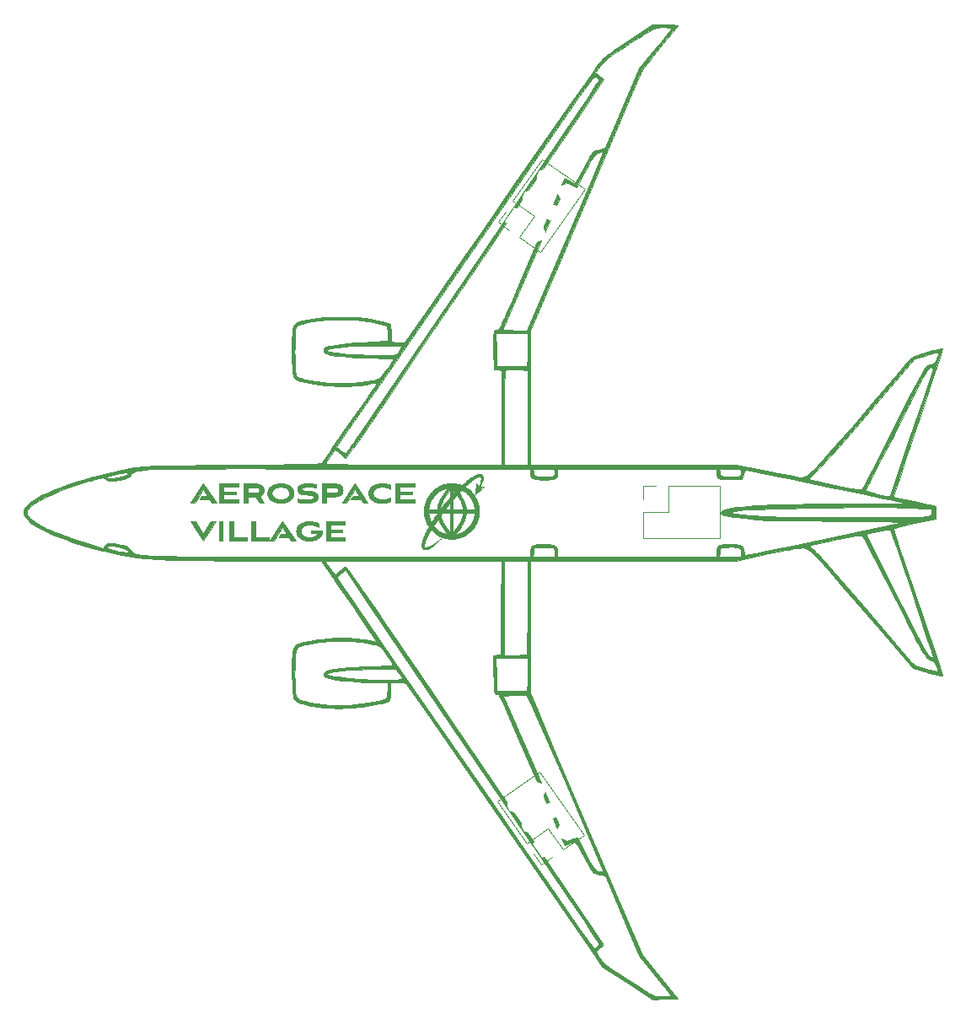
<source format=gbr>
G04 #@! TF.GenerationSoftware,KiCad,Pcbnew,(6.99.0-2452-gdb4f2d9dd8)*
G04 #@! TF.CreationDate,2022-07-29T14:25:34-05:00*
G04 #@! TF.ProjectId,787,3738372e-6b69-4636-9164-5f7063625858,rev?*
G04 #@! TF.SameCoordinates,Original*
G04 #@! TF.FileFunction,Legend,Top*
G04 #@! TF.FilePolarity,Positive*
%FSLAX46Y46*%
G04 Gerber Fmt 4.6, Leading zero omitted, Abs format (unit mm)*
G04 Created by KiCad (PCBNEW (6.99.0-2452-gdb4f2d9dd8)) date 2022-07-29 14:25:34*
%MOMM*%
%LPD*%
G01*
G04 APERTURE LIST*
G04 Aperture macros list*
%AMHorizOval*
0 Thick line with rounded ends*
0 $1 width*
0 $2 $3 position (X,Y) of the first rounded end (center of the circle)*
0 $4 $5 position (X,Y) of the second rounded end (center of the circle)*
0 Add line between two ends*
20,1,$1,$2,$3,$4,$5,0*
0 Add two circle primitives to create the rounded ends*
1,1,$1,$2,$3*
1,1,$1,$4,$5*%
%AMRotRect*
0 Rectangle, with rotation*
0 The origin of the aperture is its center*
0 $1 length*
0 $2 width*
0 $3 Rotation angle, in degrees counterclockwise*
0 Add horizontal line*
21,1,$1,$2,0,0,$3*%
G04 Aperture macros list end*
%ADD10C,0.030000*%
%ADD11C,0.078000*%
%ADD12C,0.120000*%
%ADD13RotRect,1.700000X1.700000X145.000000*%
%ADD14HorizOval,1.700000X0.000000X0.000000X0.000000X0.000000X0*%
%ADD15RotRect,1.700000X1.700000X215.000000*%
%ADD16HorizOval,1.700000X0.000000X0.000000X0.000000X0.000000X0*%
%ADD17R,1.700000X1.700000*%
%ADD18O,1.700000X1.700000*%
G04 APERTURE END LIST*
D10*
G36*
X76638489Y-113802878D02*
G01*
X76180892Y-113802878D01*
X75970548Y-113483791D01*
X74941849Y-113483791D01*
X75161319Y-113150019D01*
X75753061Y-113150019D01*
X75333167Y-112508669D01*
X74485443Y-113802878D01*
X74027448Y-113802878D01*
X75333167Y-111889544D01*
X76638489Y-113802878D01*
G37*
X76638489Y-113802878D02*
X76180892Y-113802878D01*
X75970548Y-113483791D01*
X74941849Y-113483791D01*
X75161319Y-113150019D01*
X75753061Y-113150019D01*
X75333167Y-112508669D01*
X74485443Y-113802878D01*
X74027448Y-113802878D01*
X75333167Y-111889544D01*
X76638489Y-113802878D01*
G36*
X81343045Y-112245938D02*
G01*
X79850000Y-112245938D01*
X79850000Y-112703534D01*
X81072772Y-112703534D01*
X81072772Y-113000000D01*
X79850000Y-113000000D01*
X79850000Y-113480219D01*
X81343045Y-113480219D01*
X81343045Y-113802878D01*
X79440824Y-113802878D01*
X79440824Y-111919706D01*
X81343045Y-111919706D01*
X81343045Y-112245938D01*
G37*
X81343045Y-112245938D02*
X79850000Y-112245938D01*
X79850000Y-112703534D01*
X81072772Y-112703534D01*
X81072772Y-113000000D01*
X79850000Y-113000000D01*
X79850000Y-113480219D01*
X81343045Y-113480219D01*
X81343045Y-113802878D01*
X79440824Y-113802878D01*
X79440824Y-111919706D01*
X81343045Y-111919706D01*
X81343045Y-112245938D01*
G36*
X73367049Y-111919706D02*
G01*
X73416704Y-111920706D01*
X73464407Y-111923655D01*
X73510182Y-111928482D01*
X73554054Y-111935114D01*
X73596048Y-111943477D01*
X73636188Y-111953499D01*
X73674498Y-111965106D01*
X73711004Y-111978227D01*
X73745730Y-111992787D01*
X73778701Y-112008715D01*
X73809940Y-112025937D01*
X73839473Y-112044380D01*
X73867324Y-112063972D01*
X73893517Y-112084639D01*
X73918078Y-112106309D01*
X73941031Y-112128909D01*
X73962400Y-112152366D01*
X73982210Y-112176607D01*
X74000486Y-112201559D01*
X74017251Y-112227149D01*
X74032531Y-112253304D01*
X74046351Y-112279953D01*
X74058734Y-112307020D01*
X74069705Y-112334435D01*
X74079289Y-112362123D01*
X74087511Y-112390012D01*
X74094395Y-112418029D01*
X74099965Y-112446101D01*
X74107263Y-112502120D01*
X74109603Y-112557484D01*
X74107198Y-112612889D01*
X74099850Y-112669021D01*
X74087363Y-112725287D01*
X74069537Y-112781093D01*
X74046174Y-112835845D01*
X74032354Y-112862641D01*
X74017075Y-112888950D01*
X74000314Y-112914700D01*
X73982044Y-112939815D01*
X73962241Y-112964222D01*
X73940881Y-112987846D01*
X73917938Y-113010613D01*
X73893388Y-113032449D01*
X73867206Y-113053279D01*
X73839367Y-113073030D01*
X73809846Y-113091628D01*
X73778619Y-113108997D01*
X73745661Y-113125065D01*
X73710947Y-113139756D01*
X73674453Y-113152997D01*
X73636153Y-113164712D01*
X73596022Y-113174829D01*
X73554037Y-113183273D01*
X73510172Y-113189970D01*
X73464402Y-113194845D01*
X73416703Y-113197825D01*
X73367049Y-113198834D01*
X72481621Y-113198834D01*
X72481621Y-113802878D01*
X72072840Y-113802878D01*
X72072840Y-112842441D01*
X72482018Y-112842441D01*
X73280926Y-112842441D01*
X73311421Y-112841985D01*
X73340351Y-112840640D01*
X73367754Y-112838441D01*
X73393671Y-112835422D01*
X73418140Y-112831617D01*
X73441200Y-112827061D01*
X73462890Y-112821787D01*
X73483251Y-112815831D01*
X73502320Y-112809227D01*
X73520137Y-112802010D01*
X73536741Y-112794212D01*
X73552171Y-112785870D01*
X73566467Y-112777017D01*
X73579668Y-112767687D01*
X73591812Y-112757916D01*
X73602939Y-112747736D01*
X73613089Y-112737184D01*
X73622300Y-112726293D01*
X73630611Y-112715097D01*
X73638062Y-112703631D01*
X73644692Y-112691930D01*
X73650540Y-112680027D01*
X73655645Y-112667957D01*
X73660046Y-112655754D01*
X73663783Y-112643454D01*
X73666895Y-112631089D01*
X73671398Y-112606306D01*
X73673871Y-112581679D01*
X73674625Y-112557484D01*
X73673871Y-112533919D01*
X73671398Y-112509842D01*
X73666895Y-112485536D01*
X73660046Y-112461280D01*
X73650540Y-112437353D01*
X73638062Y-112414037D01*
X73630611Y-112402696D01*
X73622300Y-112391612D01*
X73613089Y-112380821D01*
X73602939Y-112370358D01*
X73591812Y-112360257D01*
X73579668Y-112350555D01*
X73566467Y-112341285D01*
X73552171Y-112332483D01*
X73536741Y-112324184D01*
X73520137Y-112316422D01*
X73502320Y-112309234D01*
X73483251Y-112302654D01*
X73462890Y-112296716D01*
X73441200Y-112291457D01*
X73418140Y-112286910D01*
X73393671Y-112283112D01*
X73367754Y-112280097D01*
X73340351Y-112277900D01*
X73311421Y-112276556D01*
X73280926Y-112276100D01*
X72482018Y-112276100D01*
X72482018Y-112842441D01*
X72072840Y-112842441D01*
X72072840Y-111919706D01*
X73367049Y-111919706D01*
G37*
X73367049Y-111919706D02*
X73416704Y-111920706D01*
X73464407Y-111923655D01*
X73510182Y-111928482D01*
X73554054Y-111935114D01*
X73596048Y-111943477D01*
X73636188Y-111953499D01*
X73674498Y-111965106D01*
X73711004Y-111978227D01*
X73745730Y-111992787D01*
X73778701Y-112008715D01*
X73809940Y-112025937D01*
X73839473Y-112044380D01*
X73867324Y-112063972D01*
X73893517Y-112084639D01*
X73918078Y-112106309D01*
X73941031Y-112128909D01*
X73962400Y-112152366D01*
X73982210Y-112176607D01*
X74000486Y-112201559D01*
X74017251Y-112227149D01*
X74032531Y-112253304D01*
X74046351Y-112279953D01*
X74058734Y-112307020D01*
X74069705Y-112334435D01*
X74079289Y-112362123D01*
X74087511Y-112390012D01*
X74094395Y-112418029D01*
X74099965Y-112446101D01*
X74107263Y-112502120D01*
X74109603Y-112557484D01*
X74107198Y-112612889D01*
X74099850Y-112669021D01*
X74087363Y-112725287D01*
X74069537Y-112781093D01*
X74046174Y-112835845D01*
X74032354Y-112862641D01*
X74017075Y-112888950D01*
X74000314Y-112914700D01*
X73982044Y-112939815D01*
X73962241Y-112964222D01*
X73940881Y-112987846D01*
X73917938Y-113010613D01*
X73893388Y-113032449D01*
X73867206Y-113053279D01*
X73839367Y-113073030D01*
X73809846Y-113091628D01*
X73778619Y-113108997D01*
X73745661Y-113125065D01*
X73710947Y-113139756D01*
X73674453Y-113152997D01*
X73636153Y-113164712D01*
X73596022Y-113174829D01*
X73554037Y-113183273D01*
X73510172Y-113189970D01*
X73464402Y-113194845D01*
X73416703Y-113197825D01*
X73367049Y-113198834D01*
X72481621Y-113198834D01*
X72481621Y-113802878D01*
X72072840Y-113802878D01*
X72072840Y-112842441D01*
X72482018Y-112842441D01*
X73280926Y-112842441D01*
X73311421Y-112841985D01*
X73340351Y-112840640D01*
X73367754Y-112838441D01*
X73393671Y-112835422D01*
X73418140Y-112831617D01*
X73441200Y-112827061D01*
X73462890Y-112821787D01*
X73483251Y-112815831D01*
X73502320Y-112809227D01*
X73520137Y-112802010D01*
X73536741Y-112794212D01*
X73552171Y-112785870D01*
X73566467Y-112777017D01*
X73579668Y-112767687D01*
X73591812Y-112757916D01*
X73602939Y-112747736D01*
X73613089Y-112737184D01*
X73622300Y-112726293D01*
X73630611Y-112715097D01*
X73638062Y-112703631D01*
X73644692Y-112691930D01*
X73650540Y-112680027D01*
X73655645Y-112667957D01*
X73660046Y-112655754D01*
X73663783Y-112643454D01*
X73666895Y-112631089D01*
X73671398Y-112606306D01*
X73673871Y-112581679D01*
X73674625Y-112557484D01*
X73673871Y-112533919D01*
X73671398Y-112509842D01*
X73666895Y-112485536D01*
X73660046Y-112461280D01*
X73650540Y-112437353D01*
X73638062Y-112414037D01*
X73630611Y-112402696D01*
X73622300Y-112391612D01*
X73613089Y-112380821D01*
X73602939Y-112370358D01*
X73591812Y-112360257D01*
X73579668Y-112350555D01*
X73566467Y-112341285D01*
X73552171Y-112332483D01*
X73536741Y-112324184D01*
X73520137Y-112316422D01*
X73502320Y-112309234D01*
X73483251Y-112302654D01*
X73462890Y-112296716D01*
X73441200Y-112291457D01*
X73418140Y-112286910D01*
X73393671Y-112283112D01*
X73367754Y-112280097D01*
X73340351Y-112277900D01*
X73311421Y-112276556D01*
X73280926Y-112276100D01*
X72482018Y-112276100D01*
X72482018Y-112842441D01*
X72072840Y-112842441D01*
X72072840Y-111919706D01*
X73367049Y-111919706D01*
G36*
X65432327Y-111919706D02*
G01*
X65481982Y-111920728D01*
X65529684Y-111923740D01*
X65575460Y-111928669D01*
X65619332Y-111935438D01*
X65661327Y-111943972D01*
X65701468Y-111954195D01*
X65739780Y-111966031D01*
X65776288Y-111979405D01*
X65811017Y-111994241D01*
X65843990Y-112010464D01*
X65875233Y-112027998D01*
X65904771Y-112046766D01*
X65932628Y-112066694D01*
X65958828Y-112087706D01*
X65983396Y-112109727D01*
X66006358Y-112132680D01*
X66027737Y-112156489D01*
X66047558Y-112181080D01*
X66065846Y-112206377D01*
X66082625Y-112232304D01*
X66097921Y-112258785D01*
X66111757Y-112285744D01*
X66124158Y-112313107D01*
X66135150Y-112340797D01*
X66144756Y-112368739D01*
X66153001Y-112396857D01*
X66165508Y-112453318D01*
X66172868Y-112509576D01*
X66175278Y-112565025D01*
X66173947Y-112608073D01*
X66169901Y-112651342D01*
X66163055Y-112694607D01*
X66153325Y-112737641D01*
X66140629Y-112780219D01*
X66133141Y-112801267D01*
X66124881Y-112822116D01*
X66115837Y-112842739D01*
X66105998Y-112863107D01*
X66095355Y-112883191D01*
X66083897Y-112902964D01*
X66071614Y-112922398D01*
X66058494Y-112941464D01*
X66044528Y-112960134D01*
X66029705Y-112978380D01*
X66014015Y-112996173D01*
X65997447Y-113013487D01*
X65979990Y-113030291D01*
X65961635Y-113046559D01*
X65942371Y-113062261D01*
X65922186Y-113077370D01*
X65901072Y-113091858D01*
X65879017Y-113105696D01*
X65856011Y-113118856D01*
X65832043Y-113131310D01*
X65807103Y-113143030D01*
X65781181Y-113153988D01*
X66216154Y-113802878D01*
X65758558Y-113802878D01*
X65360889Y-113213916D01*
X64554439Y-113213916D01*
X64554439Y-113802878D01*
X64145658Y-113802878D01*
X64145658Y-112853553D01*
X64554837Y-112853553D01*
X65372797Y-112853553D01*
X65401217Y-112853109D01*
X65428161Y-112851795D01*
X65453665Y-112849646D01*
X65477769Y-112846690D01*
X65500510Y-112842961D01*
X65521925Y-112838490D01*
X65542052Y-112833308D01*
X65560929Y-112827446D01*
X65578593Y-112820938D01*
X65595082Y-112813813D01*
X65610433Y-112806103D01*
X65624685Y-112797840D01*
X65637874Y-112789056D01*
X65650039Y-112779782D01*
X65661217Y-112770050D01*
X65671446Y-112759891D01*
X65680764Y-112749336D01*
X65689207Y-112738418D01*
X65696814Y-112727167D01*
X65703623Y-112715616D01*
X65709670Y-112703796D01*
X65714994Y-112691737D01*
X65719632Y-112679473D01*
X65723623Y-112667034D01*
X65727003Y-112654453D01*
X65729810Y-112641759D01*
X65733856Y-112616165D01*
X65736063Y-112590503D01*
X65736732Y-112565025D01*
X65736063Y-112541459D01*
X65733856Y-112517383D01*
X65729810Y-112493077D01*
X65723623Y-112468820D01*
X65714994Y-112444894D01*
X65709670Y-112433142D01*
X65703622Y-112421578D01*
X65696814Y-112410237D01*
X65689207Y-112399153D01*
X65680763Y-112388362D01*
X65671446Y-112377899D01*
X65661217Y-112367798D01*
X65650039Y-112358095D01*
X65637874Y-112348826D01*
X65624684Y-112340023D01*
X65610433Y-112331724D01*
X65595081Y-112323963D01*
X65578592Y-112316775D01*
X65560928Y-112310194D01*
X65542052Y-112304257D01*
X65521925Y-112298997D01*
X65500510Y-112294451D01*
X65477769Y-112290653D01*
X65453665Y-112287638D01*
X65428160Y-112285441D01*
X65401217Y-112284097D01*
X65372797Y-112283641D01*
X64554837Y-112283641D01*
X64554837Y-112853553D01*
X64145658Y-112853553D01*
X64145658Y-111919706D01*
X65432327Y-111919706D01*
G37*
X65432327Y-111919706D02*
X65481982Y-111920728D01*
X65529684Y-111923740D01*
X65575460Y-111928669D01*
X65619332Y-111935438D01*
X65661327Y-111943972D01*
X65701468Y-111954195D01*
X65739780Y-111966031D01*
X65776288Y-111979405D01*
X65811017Y-111994241D01*
X65843990Y-112010464D01*
X65875233Y-112027998D01*
X65904771Y-112046766D01*
X65932628Y-112066694D01*
X65958828Y-112087706D01*
X65983396Y-112109727D01*
X66006358Y-112132680D01*
X66027737Y-112156489D01*
X66047558Y-112181080D01*
X66065846Y-112206377D01*
X66082625Y-112232304D01*
X66097921Y-112258785D01*
X66111757Y-112285744D01*
X66124158Y-112313107D01*
X66135150Y-112340797D01*
X66144756Y-112368739D01*
X66153001Y-112396857D01*
X66165508Y-112453318D01*
X66172868Y-112509576D01*
X66175278Y-112565025D01*
X66173947Y-112608073D01*
X66169901Y-112651342D01*
X66163055Y-112694607D01*
X66153325Y-112737641D01*
X66140629Y-112780219D01*
X66133141Y-112801267D01*
X66124881Y-112822116D01*
X66115837Y-112842739D01*
X66105998Y-112863107D01*
X66095355Y-112883191D01*
X66083897Y-112902964D01*
X66071614Y-112922398D01*
X66058494Y-112941464D01*
X66044528Y-112960134D01*
X66029705Y-112978380D01*
X66014015Y-112996173D01*
X65997447Y-113013487D01*
X65979990Y-113030291D01*
X65961635Y-113046559D01*
X65942371Y-113062261D01*
X65922186Y-113077370D01*
X65901072Y-113091858D01*
X65879017Y-113105696D01*
X65856011Y-113118856D01*
X65832043Y-113131310D01*
X65807103Y-113143030D01*
X65781181Y-113153988D01*
X66216154Y-113802878D01*
X65758558Y-113802878D01*
X65360889Y-113213916D01*
X64554439Y-113213916D01*
X64554439Y-113802878D01*
X64145658Y-113802878D01*
X64145658Y-112853553D01*
X64554837Y-112853553D01*
X65372797Y-112853553D01*
X65401217Y-112853109D01*
X65428161Y-112851795D01*
X65453665Y-112849646D01*
X65477769Y-112846690D01*
X65500510Y-112842961D01*
X65521925Y-112838490D01*
X65542052Y-112833308D01*
X65560929Y-112827446D01*
X65578593Y-112820938D01*
X65595082Y-112813813D01*
X65610433Y-112806103D01*
X65624685Y-112797840D01*
X65637874Y-112789056D01*
X65650039Y-112779782D01*
X65661217Y-112770050D01*
X65671446Y-112759891D01*
X65680764Y-112749336D01*
X65689207Y-112738418D01*
X65696814Y-112727167D01*
X65703623Y-112715616D01*
X65709670Y-112703796D01*
X65714994Y-112691737D01*
X65719632Y-112679473D01*
X65723623Y-112667034D01*
X65727003Y-112654453D01*
X65729810Y-112641759D01*
X65733856Y-112616165D01*
X65736063Y-112590503D01*
X65736732Y-112565025D01*
X65736063Y-112541459D01*
X65733856Y-112517383D01*
X65729810Y-112493077D01*
X65723623Y-112468820D01*
X65714994Y-112444894D01*
X65709670Y-112433142D01*
X65703622Y-112421578D01*
X65696814Y-112410237D01*
X65689207Y-112399153D01*
X65680763Y-112388362D01*
X65671446Y-112377899D01*
X65661217Y-112367798D01*
X65650039Y-112358095D01*
X65637874Y-112348826D01*
X65624684Y-112340023D01*
X65610433Y-112331724D01*
X65595081Y-112323963D01*
X65578592Y-112316775D01*
X65560928Y-112310194D01*
X65542052Y-112304257D01*
X65521925Y-112298997D01*
X65500510Y-112294451D01*
X65477769Y-112290653D01*
X65453665Y-112287638D01*
X65428160Y-112285441D01*
X65401217Y-112284097D01*
X65372797Y-112283641D01*
X64554837Y-112283641D01*
X64554837Y-112853553D01*
X64145658Y-112853553D01*
X64145658Y-111919706D01*
X65432327Y-111919706D01*
G36*
X63639246Y-112245938D02*
G01*
X62146203Y-112245938D01*
X62146203Y-112703534D01*
X63369371Y-112703534D01*
X63369371Y-113000000D01*
X62146203Y-113000000D01*
X62146203Y-113480219D01*
X63639246Y-113480219D01*
X63639246Y-113802878D01*
X61737422Y-113802878D01*
X61737422Y-111919706D01*
X63639246Y-111919706D01*
X63639246Y-112245938D01*
G37*
X63639246Y-112245938D02*
X62146203Y-112245938D01*
X62146203Y-112703534D01*
X63369371Y-112703534D01*
X63369371Y-113000000D01*
X62146203Y-113000000D01*
X62146203Y-113480219D01*
X63639246Y-113480219D01*
X63639246Y-113802878D01*
X61737422Y-113802878D01*
X61737422Y-111919706D01*
X63639246Y-111919706D01*
X63639246Y-112245938D01*
G36*
X61422303Y-113802878D02*
G01*
X60964706Y-113802878D01*
X60754362Y-113483791D01*
X59729631Y-113483791D01*
X59949102Y-113150019D01*
X60536875Y-113150019D01*
X60116981Y-112508669D01*
X59696691Y-113150019D01*
X59697087Y-113150019D01*
X59477615Y-113483791D01*
X59475234Y-113483791D01*
X59268859Y-113802878D01*
X58811262Y-113802878D01*
X60116981Y-111889544D01*
X61422303Y-113802878D01*
G37*
X61422303Y-113802878D02*
X60964706Y-113802878D01*
X60754362Y-113483791D01*
X59729631Y-113483791D01*
X59949102Y-113150019D01*
X60536875Y-113150019D01*
X60116981Y-112508669D01*
X59696691Y-113150019D01*
X59697087Y-113150019D01*
X59477615Y-113483791D01*
X59475234Y-113483791D01*
X59268859Y-113802878D01*
X58811262Y-113802878D01*
X60116981Y-111889544D01*
X61422303Y-113802878D01*
G36*
X70651136Y-111890185D02*
G01*
X70721490Y-111892031D01*
X70790574Y-111894967D01*
X70858100Y-111898877D01*
X70987333Y-111909154D01*
X71106897Y-111921939D01*
X71214499Y-111936305D01*
X71307846Y-111951326D01*
X71384645Y-111966078D01*
X71442603Y-111979634D01*
X71423951Y-112320947D01*
X71356199Y-112303061D01*
X71279823Y-112286276D01*
X71194946Y-112270990D01*
X71101688Y-112257596D01*
X71000170Y-112246490D01*
X70890513Y-112238068D01*
X70772838Y-112232725D01*
X70647266Y-112230856D01*
X70585394Y-112231325D01*
X70523932Y-112232835D01*
X70463375Y-112235547D01*
X70404217Y-112239619D01*
X70346952Y-112245209D01*
X70292073Y-112252476D01*
X70240076Y-112261579D01*
X70215312Y-112266869D01*
X70191454Y-112272677D01*
X70168563Y-112279024D01*
X70146702Y-112285928D01*
X70125931Y-112293411D01*
X70106313Y-112301492D01*
X70087910Y-112310190D01*
X70070783Y-112319526D01*
X70054993Y-112329519D01*
X70040604Y-112340189D01*
X70027676Y-112351557D01*
X70016271Y-112363641D01*
X70006452Y-112376462D01*
X69998279Y-112390040D01*
X69991815Y-112404394D01*
X69987121Y-112419544D01*
X69984260Y-112435510D01*
X69983292Y-112452313D01*
X69983295Y-112452313D01*
X69987923Y-112486405D01*
X70001413Y-112515805D01*
X70023174Y-112540920D01*
X70052615Y-112562157D01*
X70089146Y-112579923D01*
X70132175Y-112594626D01*
X70181112Y-112606673D01*
X70235366Y-112616470D01*
X70357461Y-112630947D01*
X70493731Y-112641315D01*
X70789894Y-112662756D01*
X70940332Y-112680344D01*
X71086038Y-112706855D01*
X71155640Y-112724475D01*
X71222286Y-112745547D01*
X71285385Y-112770479D01*
X71344347Y-112799677D01*
X71398581Y-112833550D01*
X71447496Y-112872504D01*
X71490501Y-112916947D01*
X71527005Y-112967286D01*
X71556417Y-113023928D01*
X71578147Y-113087280D01*
X71591603Y-113157749D01*
X71596195Y-113235744D01*
X71594576Y-113283359D01*
X71589790Y-113328467D01*
X71581946Y-113371134D01*
X71571151Y-113411425D01*
X71557513Y-113449404D01*
X71541139Y-113485138D01*
X71522138Y-113518692D01*
X71500616Y-113550131D01*
X71476683Y-113579520D01*
X71450446Y-113606924D01*
X71422012Y-113632408D01*
X71391489Y-113656039D01*
X71358985Y-113677881D01*
X71324608Y-113697999D01*
X71250666Y-113733326D01*
X71170524Y-113762541D01*
X71085044Y-113786168D01*
X70995090Y-113804727D01*
X70901522Y-113818741D01*
X70805203Y-113828732D01*
X70706995Y-113835222D01*
X70607761Y-113838733D01*
X70508362Y-113839788D01*
X70385833Y-113838413D01*
X70261183Y-113834374D01*
X70135827Y-113827795D01*
X70011177Y-113818803D01*
X69888648Y-113807522D01*
X69769654Y-113794079D01*
X69655608Y-113778598D01*
X69547925Y-113761206D01*
X69563006Y-113419894D01*
X69673398Y-113438442D01*
X69782669Y-113454502D01*
X69891485Y-113468079D01*
X70000510Y-113479177D01*
X70110409Y-113487800D01*
X70221848Y-113493954D01*
X70335491Y-113497643D01*
X70452004Y-113498872D01*
X70524635Y-113498314D01*
X70595921Y-113496532D01*
X70665401Y-113493362D01*
X70732614Y-113488640D01*
X70797100Y-113482201D01*
X70858396Y-113473883D01*
X70916043Y-113463520D01*
X70943354Y-113457521D01*
X70969580Y-113450949D01*
X70994662Y-113443785D01*
X71018544Y-113436007D01*
X71041168Y-113427594D01*
X71062475Y-113418528D01*
X71082410Y-113408786D01*
X71100913Y-113398350D01*
X71117928Y-113387197D01*
X71133396Y-113375307D01*
X71147260Y-113362661D01*
X71159463Y-113349237D01*
X71169946Y-113335016D01*
X71178653Y-113319976D01*
X71185525Y-113304097D01*
X71190505Y-113287359D01*
X71193535Y-113269741D01*
X71194558Y-113251222D01*
X71189921Y-113214108D01*
X71176404Y-113181965D01*
X71154600Y-113154376D01*
X71125100Y-113130926D01*
X71088496Y-113111200D01*
X71045381Y-113094781D01*
X70996346Y-113081254D01*
X70941984Y-113070204D01*
X70819643Y-113053870D01*
X70683096Y-113042456D01*
X70386321Y-113021084D01*
X70235566Y-113004477D01*
X70089547Y-112979491D01*
X70019793Y-112962815D01*
X69952999Y-112942798D01*
X69889757Y-112919024D01*
X69830658Y-112891077D01*
X69776296Y-112858540D01*
X69727261Y-112821000D01*
X69684146Y-112778040D01*
X69647542Y-112729244D01*
X69618042Y-112674197D01*
X69596238Y-112612483D01*
X69582722Y-112543688D01*
X69578084Y-112467394D01*
X69579755Y-112420832D01*
X69584677Y-112376796D01*
X69592718Y-112335218D01*
X69603742Y-112296029D01*
X69617616Y-112259160D01*
X69634205Y-112224543D01*
X69653377Y-112192108D01*
X69674996Y-112161788D01*
X69698930Y-112133512D01*
X69725043Y-112107213D01*
X69753201Y-112082822D01*
X69783272Y-112060270D01*
X69815120Y-112039488D01*
X69848613Y-112020407D01*
X69919992Y-111987076D01*
X69996339Y-111959725D01*
X70076581Y-111937806D01*
X70159646Y-111920768D01*
X70244462Y-111908061D01*
X70329958Y-111899134D01*
X70415060Y-111893440D01*
X70498697Y-111890426D01*
X70579797Y-111889544D01*
X70651136Y-111890185D01*
G37*
X70651136Y-111890185D02*
X70721490Y-111892031D01*
X70790574Y-111894967D01*
X70858100Y-111898877D01*
X70987333Y-111909154D01*
X71106897Y-111921939D01*
X71214499Y-111936305D01*
X71307846Y-111951326D01*
X71384645Y-111966078D01*
X71442603Y-111979634D01*
X71423951Y-112320947D01*
X71356199Y-112303061D01*
X71279823Y-112286276D01*
X71194946Y-112270990D01*
X71101688Y-112257596D01*
X71000170Y-112246490D01*
X70890513Y-112238068D01*
X70772838Y-112232725D01*
X70647266Y-112230856D01*
X70585394Y-112231325D01*
X70523932Y-112232835D01*
X70463375Y-112235547D01*
X70404217Y-112239619D01*
X70346952Y-112245209D01*
X70292073Y-112252476D01*
X70240076Y-112261579D01*
X70215312Y-112266869D01*
X70191454Y-112272677D01*
X70168563Y-112279024D01*
X70146702Y-112285928D01*
X70125931Y-112293411D01*
X70106313Y-112301492D01*
X70087910Y-112310190D01*
X70070783Y-112319526D01*
X70054993Y-112329519D01*
X70040604Y-112340189D01*
X70027676Y-112351557D01*
X70016271Y-112363641D01*
X70006452Y-112376462D01*
X69998279Y-112390040D01*
X69991815Y-112404394D01*
X69987121Y-112419544D01*
X69984260Y-112435510D01*
X69983292Y-112452313D01*
X69983295Y-112452313D01*
X69987923Y-112486405D01*
X70001413Y-112515805D01*
X70023174Y-112540920D01*
X70052615Y-112562157D01*
X70089146Y-112579923D01*
X70132175Y-112594626D01*
X70181112Y-112606673D01*
X70235366Y-112616470D01*
X70357461Y-112630947D01*
X70493731Y-112641315D01*
X70789894Y-112662756D01*
X70940332Y-112680344D01*
X71086038Y-112706855D01*
X71155640Y-112724475D01*
X71222286Y-112745547D01*
X71285385Y-112770479D01*
X71344347Y-112799677D01*
X71398581Y-112833550D01*
X71447496Y-112872504D01*
X71490501Y-112916947D01*
X71527005Y-112967286D01*
X71556417Y-113023928D01*
X71578147Y-113087280D01*
X71591603Y-113157749D01*
X71596195Y-113235744D01*
X71594576Y-113283359D01*
X71589790Y-113328467D01*
X71581946Y-113371134D01*
X71571151Y-113411425D01*
X71557513Y-113449404D01*
X71541139Y-113485138D01*
X71522138Y-113518692D01*
X71500616Y-113550131D01*
X71476683Y-113579520D01*
X71450446Y-113606924D01*
X71422012Y-113632408D01*
X71391489Y-113656039D01*
X71358985Y-113677881D01*
X71324608Y-113697999D01*
X71250666Y-113733326D01*
X71170524Y-113762541D01*
X71085044Y-113786168D01*
X70995090Y-113804727D01*
X70901522Y-113818741D01*
X70805203Y-113828732D01*
X70706995Y-113835222D01*
X70607761Y-113838733D01*
X70508362Y-113839788D01*
X70385833Y-113838413D01*
X70261183Y-113834374D01*
X70135827Y-113827795D01*
X70011177Y-113818803D01*
X69888648Y-113807522D01*
X69769654Y-113794079D01*
X69655608Y-113778598D01*
X69547925Y-113761206D01*
X69563006Y-113419894D01*
X69673398Y-113438442D01*
X69782669Y-113454502D01*
X69891485Y-113468079D01*
X70000510Y-113479177D01*
X70110409Y-113487800D01*
X70221848Y-113493954D01*
X70335491Y-113497643D01*
X70452004Y-113498872D01*
X70524635Y-113498314D01*
X70595921Y-113496532D01*
X70665401Y-113493362D01*
X70732614Y-113488640D01*
X70797100Y-113482201D01*
X70858396Y-113473883D01*
X70916043Y-113463520D01*
X70943354Y-113457521D01*
X70969580Y-113450949D01*
X70994662Y-113443785D01*
X71018544Y-113436007D01*
X71041168Y-113427594D01*
X71062475Y-113418528D01*
X71082410Y-113408786D01*
X71100913Y-113398350D01*
X71117928Y-113387197D01*
X71133396Y-113375307D01*
X71147260Y-113362661D01*
X71159463Y-113349237D01*
X71169946Y-113335016D01*
X71178653Y-113319976D01*
X71185525Y-113304097D01*
X71190505Y-113287359D01*
X71193535Y-113269741D01*
X71194558Y-113251222D01*
X71189921Y-113214108D01*
X71176404Y-113181965D01*
X71154600Y-113154376D01*
X71125100Y-113130926D01*
X71088496Y-113111200D01*
X71045381Y-113094781D01*
X70996346Y-113081254D01*
X70941984Y-113070204D01*
X70819643Y-113053870D01*
X70683096Y-113042456D01*
X70386321Y-113021084D01*
X70235566Y-113004477D01*
X70089547Y-112979491D01*
X70019793Y-112962815D01*
X69952999Y-112942798D01*
X69889757Y-112919024D01*
X69830658Y-112891077D01*
X69776296Y-112858540D01*
X69727261Y-112821000D01*
X69684146Y-112778040D01*
X69647542Y-112729244D01*
X69618042Y-112674197D01*
X69596238Y-112612483D01*
X69582722Y-112543688D01*
X69578084Y-112467394D01*
X69579755Y-112420832D01*
X69584677Y-112376796D01*
X69592718Y-112335218D01*
X69603742Y-112296029D01*
X69617616Y-112259160D01*
X69634205Y-112224543D01*
X69653377Y-112192108D01*
X69674996Y-112161788D01*
X69698930Y-112133512D01*
X69725043Y-112107213D01*
X69753201Y-112082822D01*
X69783272Y-112060270D01*
X69815120Y-112039488D01*
X69848613Y-112020407D01*
X69919992Y-111987076D01*
X69996339Y-111959725D01*
X70076581Y-111937806D01*
X70159646Y-111920768D01*
X70244462Y-111908061D01*
X70329958Y-111899134D01*
X70415060Y-111893440D01*
X70498697Y-111890426D01*
X70579797Y-111889544D01*
X70651136Y-111890185D01*
G36*
X66552434Y-112808095D02*
G01*
X66557515Y-112752994D01*
X66565884Y-112699385D01*
X66577458Y-112647288D01*
X66592156Y-112596726D01*
X66609896Y-112547719D01*
X66630597Y-112500290D01*
X66654176Y-112454458D01*
X66680553Y-112410246D01*
X66709644Y-112367676D01*
X66741369Y-112326767D01*
X66775646Y-112287543D01*
X66812392Y-112250023D01*
X66851527Y-112214230D01*
X66892968Y-112180185D01*
X66936633Y-112147910D01*
X67030311Y-112088751D01*
X67131907Y-112036926D01*
X67240767Y-111992604D01*
X67356235Y-111955958D01*
X67477659Y-111927158D01*
X67604385Y-111906375D01*
X67735758Y-111893780D01*
X67871124Y-111889544D01*
X67939615Y-111890607D01*
X68007145Y-111893780D01*
X68073634Y-111899044D01*
X68139003Y-111906375D01*
X68203173Y-111915754D01*
X68266063Y-111927159D01*
X68327595Y-111940567D01*
X68387688Y-111955959D01*
X68446263Y-111973311D01*
X68503241Y-111992605D01*
X68558542Y-112013816D01*
X68612086Y-112036926D01*
X68663794Y-112061911D01*
X68713586Y-112088751D01*
X68761382Y-112117424D01*
X68807104Y-112147910D01*
X68850671Y-112180185D01*
X68892005Y-112214230D01*
X68931024Y-112250023D01*
X68967650Y-112287543D01*
X69001804Y-112326767D01*
X69033405Y-112367676D01*
X69062374Y-112410246D01*
X69088631Y-112454458D01*
X69112097Y-112500290D01*
X69132693Y-112547719D01*
X69150339Y-112596726D01*
X69164954Y-112647288D01*
X69176460Y-112699385D01*
X69184778Y-112752994D01*
X69189826Y-112808095D01*
X69191527Y-112864666D01*
X69189825Y-112920573D01*
X69184773Y-112975095D01*
X69176451Y-113028205D01*
X69164938Y-113079878D01*
X69150314Y-113130089D01*
X69132659Y-113178812D01*
X69112053Y-113226022D01*
X69088575Y-113271692D01*
X69062306Y-113315798D01*
X69033325Y-113358314D01*
X69001711Y-113399215D01*
X68967545Y-113438475D01*
X68930907Y-113476068D01*
X68891876Y-113511970D01*
X68850532Y-113546153D01*
X68806955Y-113578594D01*
X68713421Y-113638145D01*
X68611911Y-113690418D01*
X68503065Y-113735208D01*
X68387521Y-113772313D01*
X68265916Y-113801527D01*
X68138889Y-113822647D01*
X68007079Y-113835468D01*
X67871124Y-113839788D01*
X67802983Y-113838705D01*
X67735758Y-113835473D01*
X67669531Y-113830117D01*
X67604385Y-113822663D01*
X67540400Y-113813136D01*
X67477659Y-113801561D01*
X67416244Y-113787963D01*
X67356235Y-113772368D01*
X67297716Y-113754802D01*
X67240767Y-113735288D01*
X67185470Y-113713853D01*
X67131907Y-113690522D01*
X67080161Y-113665320D01*
X67030311Y-113638273D01*
X66982442Y-113609406D01*
X66936633Y-113578743D01*
X66892968Y-113546311D01*
X66851527Y-113512134D01*
X66812392Y-113476239D01*
X66775646Y-113438649D01*
X66741369Y-113399391D01*
X66709644Y-113358490D01*
X66680553Y-113315971D01*
X66654176Y-113271859D01*
X66630597Y-113226180D01*
X66609896Y-113178959D01*
X66592156Y-113130222D01*
X66577458Y-113079992D01*
X66565884Y-113028297D01*
X66557515Y-112975160D01*
X66552434Y-112920608D01*
X66550734Y-112865063D01*
X66989665Y-112865063D01*
X66990747Y-112900174D01*
X66993962Y-112934431D01*
X66999268Y-112967817D01*
X67006623Y-113000314D01*
X67015984Y-113031906D01*
X67027309Y-113062575D01*
X67040554Y-113092305D01*
X67055677Y-113121078D01*
X67072635Y-113148877D01*
X67091386Y-113175686D01*
X67111888Y-113201486D01*
X67134096Y-113226262D01*
X67157969Y-113249995D01*
X67183465Y-113272669D01*
X67210539Y-113294267D01*
X67239151Y-113314772D01*
X67300813Y-113352433D01*
X67368111Y-113385515D01*
X67440703Y-113413883D01*
X67518247Y-113437400D01*
X67600402Y-113455928D01*
X67686828Y-113469332D01*
X67777182Y-113477474D01*
X67871124Y-113480219D01*
X67918522Y-113479530D01*
X67965066Y-113477474D01*
X68010713Y-113474069D01*
X68055421Y-113469332D01*
X68099146Y-113463279D01*
X68141847Y-113455928D01*
X68183479Y-113447296D01*
X68224002Y-113437400D01*
X68263372Y-113426257D01*
X68301546Y-113413883D01*
X68338482Y-113400297D01*
X68374138Y-113385515D01*
X68408470Y-113369555D01*
X68441436Y-113352433D01*
X68472992Y-113334166D01*
X68503098Y-113314772D01*
X68531710Y-113294267D01*
X68558784Y-113272669D01*
X68584280Y-113249995D01*
X68608153Y-113226262D01*
X68630361Y-113201486D01*
X68650862Y-113175686D01*
X68669613Y-113148877D01*
X68686572Y-113121078D01*
X68701695Y-113092305D01*
X68714940Y-113062575D01*
X68726264Y-113031906D01*
X68735625Y-113000314D01*
X68742980Y-112967817D01*
X68748287Y-112934431D01*
X68751502Y-112900174D01*
X68752583Y-112865063D01*
X68751502Y-112829323D01*
X68748287Y-112794517D01*
X68742980Y-112760659D01*
X68735625Y-112727760D01*
X68726264Y-112695836D01*
X68714940Y-112664897D01*
X68701695Y-112634959D01*
X68686572Y-112606034D01*
X68669613Y-112578134D01*
X68650862Y-112551274D01*
X68630361Y-112525467D01*
X68608153Y-112500725D01*
X68584280Y-112477061D01*
X68558784Y-112454490D01*
X68531710Y-112433023D01*
X68503098Y-112412675D01*
X68441436Y-112375385D01*
X68374138Y-112342726D01*
X68301546Y-112314803D01*
X68224002Y-112291721D01*
X68141847Y-112273585D01*
X68055421Y-112260500D01*
X67965066Y-112252573D01*
X67871124Y-112249907D01*
X67823726Y-112250575D01*
X67777182Y-112252573D01*
X67731535Y-112255885D01*
X67686828Y-112260500D01*
X67643103Y-112266405D01*
X67600402Y-112273585D01*
X67558769Y-112282028D01*
X67518247Y-112291721D01*
X67478877Y-112302650D01*
X67440703Y-112314803D01*
X67403766Y-112328166D01*
X67368111Y-112342726D01*
X67333779Y-112358471D01*
X67300813Y-112375385D01*
X67269256Y-112393458D01*
X67239151Y-112412675D01*
X67210539Y-112433023D01*
X67183465Y-112454490D01*
X67157969Y-112477061D01*
X67134096Y-112500725D01*
X67111888Y-112525467D01*
X67091386Y-112551274D01*
X67072635Y-112578134D01*
X67055677Y-112606034D01*
X67040554Y-112634959D01*
X67027309Y-112664897D01*
X67015984Y-112695836D01*
X67006623Y-112727760D01*
X66999268Y-112760659D01*
X66993962Y-112794517D01*
X66990747Y-112829323D01*
X66989665Y-112865063D01*
X66550734Y-112865063D01*
X66550722Y-112864666D01*
X66552434Y-112808095D01*
G37*
X66552434Y-112808095D02*
X66557515Y-112752994D01*
X66565884Y-112699385D01*
X66577458Y-112647288D01*
X66592156Y-112596726D01*
X66609896Y-112547719D01*
X66630597Y-112500290D01*
X66654176Y-112454458D01*
X66680553Y-112410246D01*
X66709644Y-112367676D01*
X66741369Y-112326767D01*
X66775646Y-112287543D01*
X66812392Y-112250023D01*
X66851527Y-112214230D01*
X66892968Y-112180185D01*
X66936633Y-112147910D01*
X67030311Y-112088751D01*
X67131907Y-112036926D01*
X67240767Y-111992604D01*
X67356235Y-111955958D01*
X67477659Y-111927158D01*
X67604385Y-111906375D01*
X67735758Y-111893780D01*
X67871124Y-111889544D01*
X67939615Y-111890607D01*
X68007145Y-111893780D01*
X68073634Y-111899044D01*
X68139003Y-111906375D01*
X68203173Y-111915754D01*
X68266063Y-111927159D01*
X68327595Y-111940567D01*
X68387688Y-111955959D01*
X68446263Y-111973311D01*
X68503241Y-111992605D01*
X68558542Y-112013816D01*
X68612086Y-112036926D01*
X68663794Y-112061911D01*
X68713586Y-112088751D01*
X68761382Y-112117424D01*
X68807104Y-112147910D01*
X68850671Y-112180185D01*
X68892005Y-112214230D01*
X68931024Y-112250023D01*
X68967650Y-112287543D01*
X69001804Y-112326767D01*
X69033405Y-112367676D01*
X69062374Y-112410246D01*
X69088631Y-112454458D01*
X69112097Y-112500290D01*
X69132693Y-112547719D01*
X69150339Y-112596726D01*
X69164954Y-112647288D01*
X69176460Y-112699385D01*
X69184778Y-112752994D01*
X69189826Y-112808095D01*
X69191527Y-112864666D01*
X69189825Y-112920573D01*
X69184773Y-112975095D01*
X69176451Y-113028205D01*
X69164938Y-113079878D01*
X69150314Y-113130089D01*
X69132659Y-113178812D01*
X69112053Y-113226022D01*
X69088575Y-113271692D01*
X69062306Y-113315798D01*
X69033325Y-113358314D01*
X69001711Y-113399215D01*
X68967545Y-113438475D01*
X68930907Y-113476068D01*
X68891876Y-113511970D01*
X68850532Y-113546153D01*
X68806955Y-113578594D01*
X68713421Y-113638145D01*
X68611911Y-113690418D01*
X68503065Y-113735208D01*
X68387521Y-113772313D01*
X68265916Y-113801527D01*
X68138889Y-113822647D01*
X68007079Y-113835468D01*
X67871124Y-113839788D01*
X67802983Y-113838705D01*
X67735758Y-113835473D01*
X67669531Y-113830117D01*
X67604385Y-113822663D01*
X67540400Y-113813136D01*
X67477659Y-113801561D01*
X67416244Y-113787963D01*
X67356235Y-113772368D01*
X67297716Y-113754802D01*
X67240767Y-113735288D01*
X67185470Y-113713853D01*
X67131907Y-113690522D01*
X67080161Y-113665320D01*
X67030311Y-113638273D01*
X66982442Y-113609406D01*
X66936633Y-113578743D01*
X66892968Y-113546311D01*
X66851527Y-113512134D01*
X66812392Y-113476239D01*
X66775646Y-113438649D01*
X66741369Y-113399391D01*
X66709644Y-113358490D01*
X66680553Y-113315971D01*
X66654176Y-113271859D01*
X66630597Y-113226180D01*
X66609896Y-113178959D01*
X66592156Y-113130222D01*
X66577458Y-113079992D01*
X66565884Y-113028297D01*
X66557515Y-112975160D01*
X66552434Y-112920608D01*
X66550734Y-112865063D01*
X66989665Y-112865063D01*
X66990747Y-112900174D01*
X66993962Y-112934431D01*
X66999268Y-112967817D01*
X67006623Y-113000314D01*
X67015984Y-113031906D01*
X67027309Y-113062575D01*
X67040554Y-113092305D01*
X67055677Y-113121078D01*
X67072635Y-113148877D01*
X67091386Y-113175686D01*
X67111888Y-113201486D01*
X67134096Y-113226262D01*
X67157969Y-113249995D01*
X67183465Y-113272669D01*
X67210539Y-113294267D01*
X67239151Y-113314772D01*
X67300813Y-113352433D01*
X67368111Y-113385515D01*
X67440703Y-113413883D01*
X67518247Y-113437400D01*
X67600402Y-113455928D01*
X67686828Y-113469332D01*
X67777182Y-113477474D01*
X67871124Y-113480219D01*
X67918522Y-113479530D01*
X67965066Y-113477474D01*
X68010713Y-113474069D01*
X68055421Y-113469332D01*
X68099146Y-113463279D01*
X68141847Y-113455928D01*
X68183479Y-113447296D01*
X68224002Y-113437400D01*
X68263372Y-113426257D01*
X68301546Y-113413883D01*
X68338482Y-113400297D01*
X68374138Y-113385515D01*
X68408470Y-113369555D01*
X68441436Y-113352433D01*
X68472992Y-113334166D01*
X68503098Y-113314772D01*
X68531710Y-113294267D01*
X68558784Y-113272669D01*
X68584280Y-113249995D01*
X68608153Y-113226262D01*
X68630361Y-113201486D01*
X68650862Y-113175686D01*
X68669613Y-113148877D01*
X68686572Y-113121078D01*
X68701695Y-113092305D01*
X68714940Y-113062575D01*
X68726264Y-113031906D01*
X68735625Y-113000314D01*
X68742980Y-112967817D01*
X68748287Y-112934431D01*
X68751502Y-112900174D01*
X68752583Y-112865063D01*
X68751502Y-112829323D01*
X68748287Y-112794517D01*
X68742980Y-112760659D01*
X68735625Y-112727760D01*
X68726264Y-112695836D01*
X68714940Y-112664897D01*
X68701695Y-112634959D01*
X68686572Y-112606034D01*
X68669613Y-112578134D01*
X68650862Y-112551274D01*
X68630361Y-112525467D01*
X68608153Y-112500725D01*
X68584280Y-112477061D01*
X68558784Y-112454490D01*
X68531710Y-112433023D01*
X68503098Y-112412675D01*
X68441436Y-112375385D01*
X68374138Y-112342726D01*
X68301546Y-112314803D01*
X68224002Y-112291721D01*
X68141847Y-112273585D01*
X68055421Y-112260500D01*
X67965066Y-112252573D01*
X67871124Y-112249907D01*
X67823726Y-112250575D01*
X67777182Y-112252573D01*
X67731535Y-112255885D01*
X67686828Y-112260500D01*
X67643103Y-112266405D01*
X67600402Y-112273585D01*
X67558769Y-112282028D01*
X67518247Y-112291721D01*
X67478877Y-112302650D01*
X67440703Y-112314803D01*
X67403766Y-112328166D01*
X67368111Y-112342726D01*
X67333779Y-112358471D01*
X67300813Y-112375385D01*
X67269256Y-112393458D01*
X67239151Y-112412675D01*
X67210539Y-112433023D01*
X67183465Y-112454490D01*
X67157969Y-112477061D01*
X67134096Y-112500725D01*
X67111888Y-112525467D01*
X67091386Y-112551274D01*
X67072635Y-112578134D01*
X67055677Y-112606034D01*
X67040554Y-112634959D01*
X67027309Y-112664897D01*
X67015984Y-112695836D01*
X67006623Y-112727760D01*
X66999268Y-112760659D01*
X66993962Y-112794517D01*
X66990747Y-112829323D01*
X66989665Y-112865063D01*
X66550734Y-112865063D01*
X66550722Y-112864666D01*
X66552434Y-112808095D01*
G36*
X78123055Y-111889808D02*
G01*
X78184270Y-111891796D01*
X78244187Y-111895114D01*
X78302853Y-111899770D01*
X78360317Y-111905767D01*
X78416627Y-111913111D01*
X78471831Y-111921807D01*
X78525977Y-111931861D01*
X78579115Y-111943277D01*
X78631291Y-111956061D01*
X78682555Y-111970219D01*
X78732954Y-111985755D01*
X78782537Y-112002675D01*
X78831352Y-112020983D01*
X78879448Y-112040686D01*
X78926872Y-112061788D01*
X78926872Y-112448344D01*
X78890995Y-112428150D01*
X78852463Y-112408425D01*
X78811334Y-112389284D01*
X78767668Y-112370842D01*
X78721526Y-112353213D01*
X78672968Y-112336514D01*
X78622052Y-112320858D01*
X78568840Y-112306362D01*
X78513390Y-112293140D01*
X78455764Y-112281308D01*
X78396020Y-112270980D01*
X78334218Y-112262272D01*
X78270419Y-112255298D01*
X78204683Y-112250175D01*
X78137068Y-112247016D01*
X78067636Y-112245938D01*
X78013823Y-112246617D01*
X77961413Y-112248644D01*
X77910428Y-112252005D01*
X77860885Y-112256685D01*
X77812807Y-112262670D01*
X77766212Y-112269946D01*
X77721120Y-112278497D01*
X77677552Y-112288310D01*
X77635528Y-112299370D01*
X77595067Y-112311663D01*
X77556189Y-112325173D01*
X77518915Y-112339888D01*
X77483264Y-112355791D01*
X77449257Y-112372869D01*
X77416913Y-112391108D01*
X77386253Y-112410492D01*
X77357296Y-112431007D01*
X77330062Y-112452640D01*
X77304571Y-112475375D01*
X77280844Y-112499197D01*
X77258901Y-112524094D01*
X77238760Y-112550049D01*
X77220443Y-112577049D01*
X77203969Y-112605079D01*
X77189359Y-112634124D01*
X77176631Y-112664171D01*
X77165807Y-112695204D01*
X77156906Y-112727210D01*
X77149948Y-112760173D01*
X77144954Y-112794080D01*
X77141942Y-112828916D01*
X77140934Y-112864666D01*
X77141932Y-112900452D01*
X77144913Y-112935321D01*
X77149863Y-112969260D01*
X77156765Y-113002253D01*
X77165604Y-113034286D01*
X77176364Y-113065345D01*
X77189030Y-113095415D01*
X77203585Y-113124482D01*
X77220013Y-113152532D01*
X77238300Y-113179551D01*
X77258429Y-113205523D01*
X77280384Y-113230434D01*
X77304150Y-113254271D01*
X77329710Y-113277018D01*
X77357050Y-113298661D01*
X77386153Y-113319187D01*
X77449586Y-113356826D01*
X77519884Y-113389820D01*
X77596919Y-113418053D01*
X77680566Y-113441412D01*
X77770699Y-113459780D01*
X77867191Y-113473042D01*
X77969917Y-113481084D01*
X78078750Y-113483791D01*
X78145149Y-113482841D01*
X78210581Y-113480061D01*
X78274870Y-113475555D01*
X78337841Y-113469429D01*
X78399315Y-113461786D01*
X78459119Y-113452732D01*
X78517075Y-113442371D01*
X78573008Y-113430808D01*
X78626740Y-113418147D01*
X78678097Y-113404493D01*
X78726901Y-113389951D01*
X78772977Y-113374625D01*
X78816148Y-113358620D01*
X78856239Y-113342041D01*
X78893073Y-113324992D01*
X78926473Y-113307578D01*
X78926473Y-113671909D01*
X78879011Y-113692313D01*
X78830808Y-113711404D01*
X78781834Y-113729182D01*
X78732055Y-113745648D01*
X78681438Y-113760799D01*
X78629952Y-113774636D01*
X78577564Y-113787158D01*
X78524241Y-113798364D01*
X78469950Y-113808254D01*
X78414660Y-113816827D01*
X78358337Y-113824083D01*
X78300949Y-113830021D01*
X78242463Y-113834640D01*
X78182848Y-113837940D01*
X78122070Y-113839921D01*
X78060096Y-113840581D01*
X77982629Y-113839561D01*
X77907044Y-113836510D01*
X77833379Y-113831441D01*
X77761672Y-113824368D01*
X77691959Y-113815301D01*
X77624281Y-113804256D01*
X77558673Y-113791245D01*
X77495175Y-113776281D01*
X77433824Y-113759377D01*
X77374657Y-113740546D01*
X77317713Y-113719801D01*
X77263030Y-113697155D01*
X77210645Y-113672621D01*
X77160597Y-113646212D01*
X77112922Y-113617941D01*
X77067660Y-113587821D01*
X77024847Y-113555866D01*
X76984522Y-113522087D01*
X76946723Y-113486498D01*
X76911487Y-113449113D01*
X76878852Y-113409943D01*
X76848857Y-113369003D01*
X76821538Y-113326305D01*
X76796935Y-113281862D01*
X76775084Y-113235687D01*
X76756024Y-113187793D01*
X76739792Y-113138193D01*
X76726426Y-113086901D01*
X76715965Y-113033929D01*
X76708446Y-112979289D01*
X76703907Y-112922996D01*
X76702385Y-112865063D01*
X76702387Y-112865062D01*
X76703909Y-112807129D01*
X76708448Y-112750836D01*
X76715968Y-112696196D01*
X76726429Y-112643223D01*
X76739795Y-112591930D01*
X76756028Y-112542329D01*
X76775090Y-112494434D01*
X76796943Y-112448257D01*
X76821549Y-112403811D01*
X76848870Y-112361110D01*
X76878870Y-112320165D01*
X76911509Y-112280991D01*
X76946751Y-112243600D01*
X76984557Y-112208005D01*
X77024889Y-112174218D01*
X77067710Y-112142254D01*
X77112982Y-112112124D01*
X77160668Y-112083842D01*
X77210729Y-112057421D01*
X77263127Y-112032873D01*
X77374786Y-111989450D01*
X77495343Y-111953676D01*
X77624493Y-111925656D01*
X77761937Y-111905492D01*
X77907371Y-111893288D01*
X78060492Y-111889147D01*
X78123055Y-111889808D01*
G37*
X78123055Y-111889808D02*
X78184270Y-111891796D01*
X78244187Y-111895114D01*
X78302853Y-111899770D01*
X78360317Y-111905767D01*
X78416627Y-111913111D01*
X78471831Y-111921807D01*
X78525977Y-111931861D01*
X78579115Y-111943277D01*
X78631291Y-111956061D01*
X78682555Y-111970219D01*
X78732954Y-111985755D01*
X78782537Y-112002675D01*
X78831352Y-112020983D01*
X78879448Y-112040686D01*
X78926872Y-112061788D01*
X78926872Y-112448344D01*
X78890995Y-112428150D01*
X78852463Y-112408425D01*
X78811334Y-112389284D01*
X78767668Y-112370842D01*
X78721526Y-112353213D01*
X78672968Y-112336514D01*
X78622052Y-112320858D01*
X78568840Y-112306362D01*
X78513390Y-112293140D01*
X78455764Y-112281308D01*
X78396020Y-112270980D01*
X78334218Y-112262272D01*
X78270419Y-112255298D01*
X78204683Y-112250175D01*
X78137068Y-112247016D01*
X78067636Y-112245938D01*
X78013823Y-112246617D01*
X77961413Y-112248644D01*
X77910428Y-112252005D01*
X77860885Y-112256685D01*
X77812807Y-112262670D01*
X77766212Y-112269946D01*
X77721120Y-112278497D01*
X77677552Y-112288310D01*
X77635528Y-112299370D01*
X77595067Y-112311663D01*
X77556189Y-112325173D01*
X77518915Y-112339888D01*
X77483264Y-112355791D01*
X77449257Y-112372869D01*
X77416913Y-112391108D01*
X77386253Y-112410492D01*
X77357296Y-112431007D01*
X77330062Y-112452640D01*
X77304571Y-112475375D01*
X77280844Y-112499197D01*
X77258901Y-112524094D01*
X77238760Y-112550049D01*
X77220443Y-112577049D01*
X77203969Y-112605079D01*
X77189359Y-112634124D01*
X77176631Y-112664171D01*
X77165807Y-112695204D01*
X77156906Y-112727210D01*
X77149948Y-112760173D01*
X77144954Y-112794080D01*
X77141942Y-112828916D01*
X77140934Y-112864666D01*
X77141932Y-112900452D01*
X77144913Y-112935321D01*
X77149863Y-112969260D01*
X77156765Y-113002253D01*
X77165604Y-113034286D01*
X77176364Y-113065345D01*
X77189030Y-113095415D01*
X77203585Y-113124482D01*
X77220013Y-113152532D01*
X77238300Y-113179551D01*
X77258429Y-113205523D01*
X77280384Y-113230434D01*
X77304150Y-113254271D01*
X77329710Y-113277018D01*
X77357050Y-113298661D01*
X77386153Y-113319187D01*
X77449586Y-113356826D01*
X77519884Y-113389820D01*
X77596919Y-113418053D01*
X77680566Y-113441412D01*
X77770699Y-113459780D01*
X77867191Y-113473042D01*
X77969917Y-113481084D01*
X78078750Y-113483791D01*
X78145149Y-113482841D01*
X78210581Y-113480061D01*
X78274870Y-113475555D01*
X78337841Y-113469429D01*
X78399315Y-113461786D01*
X78459119Y-113452732D01*
X78517075Y-113442371D01*
X78573008Y-113430808D01*
X78626740Y-113418147D01*
X78678097Y-113404493D01*
X78726901Y-113389951D01*
X78772977Y-113374625D01*
X78816148Y-113358620D01*
X78856239Y-113342041D01*
X78893073Y-113324992D01*
X78926473Y-113307578D01*
X78926473Y-113671909D01*
X78879011Y-113692313D01*
X78830808Y-113711404D01*
X78781834Y-113729182D01*
X78732055Y-113745648D01*
X78681438Y-113760799D01*
X78629952Y-113774636D01*
X78577564Y-113787158D01*
X78524241Y-113798364D01*
X78469950Y-113808254D01*
X78414660Y-113816827D01*
X78358337Y-113824083D01*
X78300949Y-113830021D01*
X78242463Y-113834640D01*
X78182848Y-113837940D01*
X78122070Y-113839921D01*
X78060096Y-113840581D01*
X77982629Y-113839561D01*
X77907044Y-113836510D01*
X77833379Y-113831441D01*
X77761672Y-113824368D01*
X77691959Y-113815301D01*
X77624281Y-113804256D01*
X77558673Y-113791245D01*
X77495175Y-113776281D01*
X77433824Y-113759377D01*
X77374657Y-113740546D01*
X77317713Y-113719801D01*
X77263030Y-113697155D01*
X77210645Y-113672621D01*
X77160597Y-113646212D01*
X77112922Y-113617941D01*
X77067660Y-113587821D01*
X77024847Y-113555866D01*
X76984522Y-113522087D01*
X76946723Y-113486498D01*
X76911487Y-113449113D01*
X76878852Y-113409943D01*
X76848857Y-113369003D01*
X76821538Y-113326305D01*
X76796935Y-113281862D01*
X76775084Y-113235687D01*
X76756024Y-113187793D01*
X76739792Y-113138193D01*
X76726426Y-113086901D01*
X76715965Y-113033929D01*
X76708446Y-112979289D01*
X76703907Y-112922996D01*
X76702385Y-112865063D01*
X76702387Y-112865062D01*
X76703909Y-112807129D01*
X76708448Y-112750836D01*
X76715968Y-112696196D01*
X76726429Y-112643223D01*
X76739795Y-112591930D01*
X76756028Y-112542329D01*
X76775090Y-112494434D01*
X76796943Y-112448257D01*
X76821549Y-112403811D01*
X76848870Y-112361110D01*
X76878870Y-112320165D01*
X76911509Y-112280991D01*
X76946751Y-112243600D01*
X76984557Y-112208005D01*
X77024889Y-112174218D01*
X77067710Y-112142254D01*
X77112982Y-112112124D01*
X77160668Y-112083842D01*
X77210729Y-112057421D01*
X77263127Y-112032873D01*
X77374786Y-111989450D01*
X77495343Y-111953676D01*
X77624493Y-111925656D01*
X77761937Y-111905492D01*
X77907371Y-111893288D01*
X78060492Y-111889147D01*
X78123055Y-111889808D01*
G36*
X69386791Y-117612085D02*
G01*
X68929193Y-117612085D01*
X68718849Y-117293394D01*
X67690546Y-117293394D01*
X67910018Y-116959622D01*
X68501362Y-116959622D01*
X68081468Y-116317875D01*
X67233743Y-117612085D01*
X66775750Y-117612085D01*
X68081468Y-115699147D01*
X69386791Y-117612085D01*
G37*
X69386791Y-117612085D02*
X68929193Y-117612085D01*
X68718849Y-117293394D01*
X67690546Y-117293394D01*
X67910018Y-116959622D01*
X68501362Y-116959622D01*
X68081468Y-116317875D01*
X67233743Y-117612085D01*
X66775750Y-117612085D01*
X68081468Y-115699147D01*
X69386791Y-117612085D01*
G36*
X74353680Y-116055541D02*
G01*
X72860637Y-116055541D01*
X72860637Y-116513137D01*
X74083805Y-116513137D01*
X74083805Y-116809603D01*
X72860637Y-116809603D01*
X72860637Y-117289425D01*
X74353680Y-117289425D01*
X74353680Y-117612085D01*
X72451855Y-117612085D01*
X72451855Y-115728912D01*
X74353680Y-115728912D01*
X74353680Y-116055541D01*
G37*
X74353680Y-116055541D02*
X72860637Y-116055541D01*
X72860637Y-116513137D01*
X74083805Y-116513137D01*
X74083805Y-116809603D01*
X72860637Y-116809603D01*
X72860637Y-117289425D01*
X74353680Y-117289425D01*
X74353680Y-117612085D01*
X72451855Y-117612085D01*
X72451855Y-115728912D01*
X74353680Y-115728912D01*
X74353680Y-116055541D01*
G36*
X65316440Y-117259660D02*
G01*
X66689231Y-117259660D01*
X66689231Y-117612085D01*
X64907658Y-117612085D01*
X64907658Y-115728912D01*
X65316440Y-115728912D01*
X65316440Y-117259660D01*
G37*
X65316440Y-117259660D02*
X66689231Y-117259660D01*
X66689231Y-117612085D01*
X64907658Y-117612085D01*
X64907658Y-115728912D01*
X65316440Y-115728912D01*
X65316440Y-117259660D01*
G36*
X63125690Y-117259660D02*
G01*
X64498481Y-117259660D01*
X64498481Y-117612085D01*
X62716512Y-117612085D01*
X62716512Y-115728912D01*
X63125690Y-115728912D01*
X63125690Y-117259660D01*
G37*
X63125690Y-117259660D02*
X64498481Y-117259660D01*
X64498481Y-117612085D01*
X62716512Y-117612085D01*
X62716512Y-115728912D01*
X63125690Y-115728912D01*
X63125690Y-117259660D01*
G36*
X62078734Y-117612085D02*
G01*
X61669952Y-117612085D01*
X61669952Y-115728912D01*
X62078734Y-115728912D01*
X62078734Y-117612085D01*
G37*
X62078734Y-117612085D02*
X61669952Y-117612085D01*
X61669952Y-115728912D01*
X62078734Y-115728912D01*
X62078734Y-117612085D01*
G36*
X70811442Y-115699624D02*
G01*
X70877388Y-115702229D01*
X70942662Y-115706538D01*
X71007192Y-115712523D01*
X71070909Y-115720156D01*
X71133742Y-115729411D01*
X71195618Y-115740260D01*
X71256468Y-115752675D01*
X71316220Y-115766630D01*
X71374803Y-115782097D01*
X71432147Y-115799049D01*
X71488181Y-115817459D01*
X71542834Y-115837298D01*
X71596034Y-115858541D01*
X71647711Y-115881159D01*
X71697793Y-115905125D01*
X71697793Y-116269059D01*
X71597894Y-116223839D01*
X71494506Y-116181660D01*
X71441298Y-116161999D01*
X71386970Y-116143444D01*
X71331440Y-116126109D01*
X71274625Y-116110111D01*
X71216442Y-116095563D01*
X71156810Y-116082582D01*
X71095645Y-116071282D01*
X71032865Y-116061779D01*
X70968388Y-116054187D01*
X70902130Y-116048621D01*
X70834010Y-116045198D01*
X70763945Y-116044031D01*
X70691038Y-116045706D01*
X70616379Y-116050923D01*
X70540860Y-116059966D01*
X70465372Y-116073121D01*
X70390804Y-116090673D01*
X70354143Y-116101187D01*
X70318047Y-116112908D01*
X70282627Y-116125871D01*
X70247993Y-116140112D01*
X70214258Y-116155666D01*
X70181532Y-116172569D01*
X70149926Y-116190857D01*
X70119553Y-116210565D01*
X70090524Y-116231730D01*
X70062949Y-116254386D01*
X70036941Y-116278570D01*
X70012610Y-116304317D01*
X69990068Y-116331664D01*
X69969426Y-116360644D01*
X69950796Y-116391295D01*
X69934288Y-116423652D01*
X69920015Y-116457750D01*
X69908087Y-116493626D01*
X69898616Y-116531315D01*
X69891713Y-116570852D01*
X69887490Y-116612274D01*
X69886058Y-116655616D01*
X69887137Y-116692747D01*
X69890348Y-116728900D01*
X69895645Y-116764062D01*
X69902984Y-116798220D01*
X69912323Y-116831360D01*
X69923617Y-116863469D01*
X69936822Y-116894534D01*
X69951895Y-116924542D01*
X69968792Y-116953479D01*
X69987468Y-116981333D01*
X70007881Y-117008091D01*
X70029986Y-117033739D01*
X70053739Y-117058264D01*
X70079097Y-117081652D01*
X70106016Y-117103892D01*
X70134451Y-117124969D01*
X70164360Y-117144871D01*
X70195699Y-117163584D01*
X70262488Y-117197392D01*
X70334469Y-117226287D01*
X70411291Y-117250164D01*
X70492603Y-117268919D01*
X70578055Y-117282445D01*
X70667297Y-117290638D01*
X70759978Y-117293393D01*
X70815708Y-117292350D01*
X70872896Y-117289104D01*
X70931063Y-117283480D01*
X70989731Y-117275304D01*
X71048422Y-117264400D01*
X71106659Y-117250593D01*
X71163963Y-117233709D01*
X71219856Y-117213571D01*
X71247125Y-117202228D01*
X71273862Y-117190007D01*
X71300007Y-117176884D01*
X71325501Y-117162839D01*
X71350284Y-117147849D01*
X71374297Y-117131894D01*
X71397478Y-117114950D01*
X71419770Y-117096996D01*
X71441112Y-117078010D01*
X71461444Y-117057970D01*
X71480706Y-117036855D01*
X71498840Y-117014642D01*
X71515784Y-116991310D01*
X71531480Y-116966836D01*
X71545868Y-116941199D01*
X71558887Y-116914378D01*
X70909995Y-116914378D01*
X70909995Y-116610371D01*
X72016483Y-116610371D01*
X72016653Y-116622566D01*
X72017103Y-116634109D01*
X72018467Y-116656806D01*
X72019195Y-116668740D01*
X72019831Y-116681585D01*
X72020280Y-116695734D01*
X72020450Y-116711575D01*
X72018697Y-116768073D01*
X72013501Y-116822893D01*
X72004959Y-116876025D01*
X71993169Y-116927463D01*
X71978227Y-116977199D01*
X71960230Y-117025225D01*
X71939275Y-117071535D01*
X71915459Y-117116120D01*
X71888878Y-117158973D01*
X71859630Y-117200087D01*
X71827811Y-117239455D01*
X71793518Y-117277068D01*
X71756849Y-117312919D01*
X71717899Y-117347000D01*
X71676766Y-117379305D01*
X71633547Y-117409826D01*
X71541238Y-117465485D01*
X71441746Y-117513917D01*
X71335846Y-117555062D01*
X71224314Y-117588860D01*
X71107923Y-117615252D01*
X70987450Y-117634178D01*
X70863669Y-117645577D01*
X70737355Y-117649390D01*
X70673280Y-117648370D01*
X70609783Y-117645317D01*
X70546958Y-117640244D01*
X70484901Y-117633162D01*
X70423708Y-117624083D01*
X70363473Y-117613018D01*
X70304294Y-117599979D01*
X70246265Y-117584978D01*
X70189482Y-117568027D01*
X70134040Y-117549137D01*
X70080035Y-117528320D01*
X70027563Y-117505587D01*
X69976718Y-117480951D01*
X69927598Y-117454423D01*
X69880297Y-117426014D01*
X69834910Y-117395737D01*
X69791534Y-117363604D01*
X69750264Y-117329625D01*
X69711195Y-117293812D01*
X69674423Y-117256178D01*
X69640044Y-117216734D01*
X69608153Y-117175491D01*
X69578845Y-117132462D01*
X69552217Y-117087657D01*
X69528364Y-117041090D01*
X69507381Y-116992771D01*
X69489364Y-116942712D01*
X69474409Y-116890924D01*
X69462611Y-116837421D01*
X69454065Y-116782212D01*
X69448867Y-116725311D01*
X69447114Y-116666728D01*
X69448974Y-116605534D01*
X69454477Y-116546438D01*
X69463508Y-116489431D01*
X69475954Y-116434503D01*
X69491699Y-116381642D01*
X69510628Y-116330840D01*
X69532627Y-116282085D01*
X69557581Y-116235368D01*
X69585376Y-116190678D01*
X69615897Y-116148005D01*
X69649029Y-116107339D01*
X69684657Y-116068669D01*
X69722668Y-116031986D01*
X69762945Y-115997278D01*
X69805375Y-115964536D01*
X69849843Y-115933749D01*
X69944433Y-115878002D01*
X70045798Y-115829953D01*
X70153021Y-115789522D01*
X70265185Y-115756625D01*
X70381371Y-115731182D01*
X70500664Y-115713109D01*
X70622144Y-115702326D01*
X70744895Y-115698750D01*
X70811442Y-115699624D01*
G37*
X70811442Y-115699624D02*
X70877388Y-115702229D01*
X70942662Y-115706538D01*
X71007192Y-115712523D01*
X71070909Y-115720156D01*
X71133742Y-115729411D01*
X71195618Y-115740260D01*
X71256468Y-115752675D01*
X71316220Y-115766630D01*
X71374803Y-115782097D01*
X71432147Y-115799049D01*
X71488181Y-115817459D01*
X71542834Y-115837298D01*
X71596034Y-115858541D01*
X71647711Y-115881159D01*
X71697793Y-115905125D01*
X71697793Y-116269059D01*
X71597894Y-116223839D01*
X71494506Y-116181660D01*
X71441298Y-116161999D01*
X71386970Y-116143444D01*
X71331440Y-116126109D01*
X71274625Y-116110111D01*
X71216442Y-116095563D01*
X71156810Y-116082582D01*
X71095645Y-116071282D01*
X71032865Y-116061779D01*
X70968388Y-116054187D01*
X70902130Y-116048621D01*
X70834010Y-116045198D01*
X70763945Y-116044031D01*
X70691038Y-116045706D01*
X70616379Y-116050923D01*
X70540860Y-116059966D01*
X70465372Y-116073121D01*
X70390804Y-116090673D01*
X70354143Y-116101187D01*
X70318047Y-116112908D01*
X70282627Y-116125871D01*
X70247993Y-116140112D01*
X70214258Y-116155666D01*
X70181532Y-116172569D01*
X70149926Y-116190857D01*
X70119553Y-116210565D01*
X70090524Y-116231730D01*
X70062949Y-116254386D01*
X70036941Y-116278570D01*
X70012610Y-116304317D01*
X69990068Y-116331664D01*
X69969426Y-116360644D01*
X69950796Y-116391295D01*
X69934288Y-116423652D01*
X69920015Y-116457750D01*
X69908087Y-116493626D01*
X69898616Y-116531315D01*
X69891713Y-116570852D01*
X69887490Y-116612274D01*
X69886058Y-116655616D01*
X69887137Y-116692747D01*
X69890348Y-116728900D01*
X69895645Y-116764062D01*
X69902984Y-116798220D01*
X69912323Y-116831360D01*
X69923617Y-116863469D01*
X69936822Y-116894534D01*
X69951895Y-116924542D01*
X69968792Y-116953479D01*
X69987468Y-116981333D01*
X70007881Y-117008091D01*
X70029986Y-117033739D01*
X70053739Y-117058264D01*
X70079097Y-117081652D01*
X70106016Y-117103892D01*
X70134451Y-117124969D01*
X70164360Y-117144871D01*
X70195699Y-117163584D01*
X70262488Y-117197392D01*
X70334469Y-117226287D01*
X70411291Y-117250164D01*
X70492603Y-117268919D01*
X70578055Y-117282445D01*
X70667297Y-117290638D01*
X70759978Y-117293393D01*
X70815708Y-117292350D01*
X70872896Y-117289104D01*
X70931063Y-117283480D01*
X70989731Y-117275304D01*
X71048422Y-117264400D01*
X71106659Y-117250593D01*
X71163963Y-117233709D01*
X71219856Y-117213571D01*
X71247125Y-117202228D01*
X71273862Y-117190007D01*
X71300007Y-117176884D01*
X71325501Y-117162839D01*
X71350284Y-117147849D01*
X71374297Y-117131894D01*
X71397478Y-117114950D01*
X71419770Y-117096996D01*
X71441112Y-117078010D01*
X71461444Y-117057970D01*
X71480706Y-117036855D01*
X71498840Y-117014642D01*
X71515784Y-116991310D01*
X71531480Y-116966836D01*
X71545868Y-116941199D01*
X71558887Y-116914378D01*
X70909995Y-116914378D01*
X70909995Y-116610371D01*
X72016483Y-116610371D01*
X72016653Y-116622566D01*
X72017103Y-116634109D01*
X72018467Y-116656806D01*
X72019195Y-116668740D01*
X72019831Y-116681585D01*
X72020280Y-116695734D01*
X72020450Y-116711575D01*
X72018697Y-116768073D01*
X72013501Y-116822893D01*
X72004959Y-116876025D01*
X71993169Y-116927463D01*
X71978227Y-116977199D01*
X71960230Y-117025225D01*
X71939275Y-117071535D01*
X71915459Y-117116120D01*
X71888878Y-117158973D01*
X71859630Y-117200087D01*
X71827811Y-117239455D01*
X71793518Y-117277068D01*
X71756849Y-117312919D01*
X71717899Y-117347000D01*
X71676766Y-117379305D01*
X71633547Y-117409826D01*
X71541238Y-117465485D01*
X71441746Y-117513917D01*
X71335846Y-117555062D01*
X71224314Y-117588860D01*
X71107923Y-117615252D01*
X70987450Y-117634178D01*
X70863669Y-117645577D01*
X70737355Y-117649390D01*
X70673280Y-117648370D01*
X70609783Y-117645317D01*
X70546958Y-117640244D01*
X70484901Y-117633162D01*
X70423708Y-117624083D01*
X70363473Y-117613018D01*
X70304294Y-117599979D01*
X70246265Y-117584978D01*
X70189482Y-117568027D01*
X70134040Y-117549137D01*
X70080035Y-117528320D01*
X70027563Y-117505587D01*
X69976718Y-117480951D01*
X69927598Y-117454423D01*
X69880297Y-117426014D01*
X69834910Y-117395737D01*
X69791534Y-117363604D01*
X69750264Y-117329625D01*
X69711195Y-117293812D01*
X69674423Y-117256178D01*
X69640044Y-117216734D01*
X69608153Y-117175491D01*
X69578845Y-117132462D01*
X69552217Y-117087657D01*
X69528364Y-117041090D01*
X69507381Y-116992771D01*
X69489364Y-116942712D01*
X69474409Y-116890924D01*
X69462611Y-116837421D01*
X69454065Y-116782212D01*
X69448867Y-116725311D01*
X69447114Y-116666728D01*
X69448974Y-116605534D01*
X69454477Y-116546438D01*
X69463508Y-116489431D01*
X69475954Y-116434503D01*
X69491699Y-116381642D01*
X69510628Y-116330840D01*
X69532627Y-116282085D01*
X69557581Y-116235368D01*
X69585376Y-116190678D01*
X69615897Y-116148005D01*
X69649029Y-116107339D01*
X69684657Y-116068669D01*
X69722668Y-116031986D01*
X69762945Y-115997278D01*
X69805375Y-115964536D01*
X69849843Y-115933749D01*
X69944433Y-115878002D01*
X70045798Y-115829953D01*
X70153021Y-115789522D01*
X70265185Y-115756625D01*
X70381371Y-115731182D01*
X70500664Y-115713109D01*
X70622144Y-115702326D01*
X70744895Y-115698750D01*
X70811442Y-115699624D01*
G36*
X60079278Y-117004469D02*
G01*
X60874615Y-115728912D01*
X61354834Y-115728912D01*
X60079278Y-117649787D01*
X58811262Y-115728912D01*
X59295450Y-115728912D01*
X60079278Y-117004469D01*
G37*
X60079278Y-117004469D02*
X60874615Y-115728912D01*
X61354834Y-115728912D01*
X60079278Y-117649787D01*
X58811262Y-115728912D01*
X59295450Y-115728912D01*
X60079278Y-117004469D01*
G36*
X85706080Y-112414431D02*
G01*
X85708409Y-112415111D01*
X85709141Y-112415318D01*
X85726724Y-112420410D01*
X85728411Y-112420919D01*
X85729423Y-112421242D01*
X85820865Y-112452022D01*
X85909407Y-112486085D01*
X85911578Y-112486961D01*
X85913737Y-112487857D01*
X86000450Y-112525504D01*
X86053491Y-112551238D01*
X85988972Y-112618298D01*
X85924769Y-112685705D01*
X85860928Y-112753483D01*
X85797476Y-112821670D01*
X85797476Y-112821669D01*
X85796407Y-112820107D01*
X85795615Y-112819027D01*
X85752632Y-112758505D01*
X85708503Y-112697713D01*
X85664096Y-112637760D01*
X85619503Y-112578661D01*
X85610313Y-112566774D01*
X85601136Y-112555140D01*
X85594006Y-112546132D01*
X85584884Y-112534484D01*
X85582761Y-112531765D01*
X85612363Y-112501984D01*
X85642084Y-112472312D01*
X85701739Y-112413174D01*
X85706080Y-112414431D01*
G37*
X85706080Y-112414431D02*
X85708409Y-112415111D01*
X85709141Y-112415318D01*
X85726724Y-112420410D01*
X85728411Y-112420919D01*
X85729423Y-112421242D01*
X85820865Y-112452022D01*
X85909407Y-112486085D01*
X85911578Y-112486961D01*
X85913737Y-112487857D01*
X86000450Y-112525504D01*
X86053491Y-112551238D01*
X85988972Y-112618298D01*
X85924769Y-112685705D01*
X85860928Y-112753483D01*
X85797476Y-112821670D01*
X85797476Y-112821669D01*
X85796407Y-112820107D01*
X85795615Y-112819027D01*
X85752632Y-112758505D01*
X85708503Y-112697713D01*
X85664096Y-112637760D01*
X85619503Y-112578661D01*
X85610313Y-112566774D01*
X85601136Y-112555140D01*
X85594006Y-112546132D01*
X85584884Y-112534484D01*
X85582761Y-112531765D01*
X85612363Y-112501984D01*
X85642084Y-112472312D01*
X85701739Y-112413174D01*
X85706080Y-112414431D01*
G36*
X85532529Y-112951026D02*
G01*
X85532764Y-112951352D01*
X85533234Y-112952020D01*
X85547565Y-112972617D01*
X85548534Y-112974025D01*
X85563982Y-112996965D01*
X85579343Y-113019984D01*
X85594853Y-113042896D01*
X85466393Y-113186536D01*
X85338822Y-113330863D01*
X85300628Y-113374625D01*
X85262730Y-113418662D01*
X85187203Y-113506977D01*
X85187203Y-112946856D01*
X85282185Y-112844225D01*
X85329958Y-112793161D01*
X85378040Y-112742377D01*
X85532529Y-112951026D01*
G37*
X85532529Y-112951026D02*
X85532764Y-112951352D01*
X85533234Y-112952020D01*
X85547565Y-112972617D01*
X85548534Y-112974025D01*
X85563982Y-112996965D01*
X85579343Y-113019984D01*
X85594853Y-113042896D01*
X85466393Y-113186536D01*
X85338822Y-113330863D01*
X85300628Y-113374625D01*
X85262730Y-113418662D01*
X85187203Y-113506977D01*
X85187203Y-112946856D01*
X85282185Y-112844225D01*
X85329958Y-112793161D01*
X85378040Y-112742377D01*
X85532529Y-112951026D01*
G36*
X84897066Y-113852459D02*
G01*
X84762373Y-114017836D01*
X84628895Y-114184224D01*
X84496526Y-114351503D01*
X84365170Y-114519538D01*
X83888226Y-114519538D01*
X83888616Y-114516041D01*
X83945863Y-114438540D01*
X84003322Y-114361188D01*
X84219856Y-114082785D01*
X84329817Y-113944875D01*
X84440925Y-113807862D01*
X84553191Y-113671773D01*
X84666628Y-113536634D01*
X84781249Y-113402473D01*
X84897066Y-113269317D01*
X84897066Y-113852459D01*
G37*
X84897066Y-113852459D02*
X84762373Y-114017836D01*
X84628895Y-114184224D01*
X84496526Y-114351503D01*
X84365170Y-114519538D01*
X83888226Y-114519538D01*
X83888616Y-114516041D01*
X83945863Y-114438540D01*
X84003322Y-114361188D01*
X84219856Y-114082785D01*
X84329817Y-113944875D01*
X84440925Y-113807862D01*
X84553191Y-113671773D01*
X84666628Y-113536634D01*
X84781249Y-113402473D01*
X84897066Y-113269317D01*
X84897066Y-113852459D01*
G36*
X84087515Y-114884082D02*
G01*
X84034745Y-114955126D01*
X83982290Y-115026393D01*
X83930190Y-115097830D01*
X83929166Y-115093673D01*
X83904173Y-114955279D01*
X83904026Y-114954330D01*
X83903902Y-114953431D01*
X83888229Y-114813254D01*
X84140601Y-114813254D01*
X84087515Y-114884082D01*
G37*
X84087515Y-114884082D02*
X84034745Y-114955126D01*
X83982290Y-115026393D01*
X83930190Y-115097830D01*
X83929166Y-115093673D01*
X83904173Y-114955279D01*
X83904026Y-114954330D01*
X83903902Y-114953431D01*
X83888229Y-114813254D01*
X84140601Y-114813254D01*
X84087515Y-114884082D01*
G36*
X83713263Y-115401590D02*
G01*
X83713262Y-115401589D01*
X83713263Y-115401589D01*
X83713263Y-115401590D01*
G37*
X83713263Y-115401590D02*
X83713262Y-115401589D01*
X83713263Y-115401589D01*
X83713263Y-115401590D01*
G36*
X82451705Y-115627101D02*
G01*
X82408369Y-115497294D01*
X82371226Y-115364715D01*
X82340449Y-115229540D01*
X82316210Y-115091945D01*
X82298683Y-114952103D01*
X82288267Y-114813225D01*
X82727366Y-114813225D01*
X82735623Y-114915298D01*
X82748126Y-115016073D01*
X82764786Y-115115457D01*
X82785509Y-115213360D01*
X82810205Y-115309690D01*
X82838781Y-115404356D01*
X82871145Y-115497266D01*
X82907207Y-115588329D01*
X82946873Y-115677452D01*
X82990052Y-115764546D01*
X83010846Y-115802460D01*
X83058341Y-115723663D01*
X83123746Y-115618823D01*
X83190232Y-115514725D01*
X83257719Y-115411320D01*
X83326128Y-115308557D01*
X83465389Y-115104761D01*
X83607374Y-114902943D01*
X83607482Y-114903984D01*
X83609031Y-114919519D01*
X83610559Y-114936127D01*
X83612202Y-114952710D01*
X83613141Y-114960975D01*
X83614199Y-114969213D01*
X83619819Y-115007843D01*
X83626057Y-115046325D01*
X83632897Y-115084660D01*
X83640259Y-115122525D01*
X83640309Y-115122821D01*
X83640378Y-115123114D01*
X83648319Y-115160884D01*
X83656884Y-115198769D01*
X83666004Y-115236500D01*
X83675628Y-115273924D01*
X83675659Y-115274054D01*
X83675696Y-115274180D01*
X83675668Y-115274078D01*
X83675628Y-115273924D01*
X83640378Y-115123114D01*
X83640321Y-115122847D01*
X83640259Y-115122525D01*
X83614215Y-114969183D01*
X83607482Y-114903984D01*
X83607378Y-114902938D01*
X83607374Y-114902943D01*
X83598113Y-114813254D01*
X83888213Y-114813254D01*
X83891247Y-114848690D01*
X83894905Y-114884011D01*
X83899171Y-114919222D01*
X83903902Y-114953431D01*
X83904003Y-114954335D01*
X83904173Y-114955279D01*
X83909455Y-114989338D01*
X83915452Y-115024240D01*
X83922014Y-115059030D01*
X83929141Y-115093702D01*
X83930149Y-115097887D01*
X83930190Y-115097830D01*
X83963054Y-115231195D01*
X84005006Y-115366860D01*
X84054363Y-115500625D01*
X84110463Y-115632448D01*
X84172647Y-115762286D01*
X84240254Y-115890096D01*
X84312623Y-116015837D01*
X84389094Y-116139466D01*
X84469007Y-116260941D01*
X84551701Y-116380218D01*
X84636516Y-116497256D01*
X84722792Y-116612013D01*
X84897082Y-116834510D01*
X85187197Y-116834510D01*
X85361601Y-116612013D01*
X85532745Y-116380218D01*
X85615448Y-116260941D01*
X85695359Y-116139466D01*
X85771821Y-116015837D01*
X85844174Y-115890096D01*
X85911760Y-115762286D01*
X85973920Y-115632448D01*
X86029996Y-115500625D01*
X86079329Y-115366860D01*
X86121259Y-115231195D01*
X86155130Y-115093673D01*
X86180280Y-114954335D01*
X86196053Y-114813225D01*
X85187197Y-114813225D01*
X85187197Y-116834510D01*
X84897082Y-116834510D01*
X84897082Y-114813225D01*
X83888226Y-114813225D01*
X83888229Y-114813254D01*
X83888213Y-114813254D01*
X83598113Y-114813254D01*
X83598110Y-114813225D01*
X82727366Y-114813225D01*
X82288267Y-114813225D01*
X82288040Y-114810190D01*
X82284454Y-114666382D01*
X82288040Y-114522573D01*
X82288267Y-114519550D01*
X83888212Y-114519550D01*
X84365161Y-114519550D01*
X84365170Y-114519538D01*
X84897082Y-114519538D01*
X85187197Y-114519538D01*
X86196053Y-114519538D01*
X86180280Y-114377185D01*
X86155130Y-114236925D01*
X86121259Y-114098766D01*
X86079329Y-113962716D01*
X86029996Y-113828785D01*
X85973920Y-113696981D01*
X85911760Y-113567313D01*
X85844174Y-113439790D01*
X85771821Y-113314420D01*
X85695359Y-113191212D01*
X85615448Y-113070175D01*
X85547565Y-112972617D01*
X85540704Y-112962643D01*
X85533234Y-112952020D01*
X85532745Y-112951318D01*
X85532529Y-112951026D01*
X85494606Y-112898400D01*
X85456032Y-112845964D01*
X85417144Y-112793978D01*
X85378045Y-112742372D01*
X85378040Y-112742377D01*
X85361601Y-112720176D01*
X85187197Y-112497857D01*
X85187197Y-114519538D01*
X84897082Y-114519538D01*
X84897082Y-112498254D01*
X84722678Y-112720751D01*
X84551534Y-112952545D01*
X84468831Y-113071823D01*
X84388920Y-113193297D01*
X84312458Y-113316926D01*
X84240105Y-113442667D01*
X84172519Y-113570478D01*
X84110359Y-113700316D01*
X84054283Y-113832139D01*
X84004950Y-113965904D01*
X83963020Y-114101568D01*
X83929149Y-114239091D01*
X83903999Y-114378428D01*
X83888616Y-114516041D01*
X83888601Y-114516062D01*
X83888212Y-114519550D01*
X82288267Y-114519550D01*
X82288267Y-114519538D01*
X82727366Y-114519538D01*
X83598110Y-114519538D01*
X83604238Y-114441240D01*
X83613033Y-114363515D01*
X83638242Y-114209828D01*
X83672972Y-114058562D01*
X83716459Y-113909802D01*
X83767939Y-113763632D01*
X83826647Y-113620137D01*
X83891819Y-113479403D01*
X83962689Y-113341514D01*
X84038494Y-113206555D01*
X84118470Y-113074611D01*
X84201850Y-112945767D01*
X84287872Y-112820107D01*
X84375771Y-112697717D01*
X84464782Y-112578681D01*
X84528080Y-112497857D01*
X84643082Y-112351013D01*
X85441197Y-112351013D01*
X85584884Y-112534484D01*
X85591956Y-112543542D01*
X85594006Y-112546132D01*
X85619497Y-112578681D01*
X85795615Y-112819027D01*
X85796391Y-112820119D01*
X85797476Y-112821669D01*
X85882429Y-112945767D01*
X85965809Y-113074611D01*
X86045785Y-113206555D01*
X86121590Y-113341514D01*
X86192460Y-113479403D01*
X86257632Y-113620137D01*
X86316340Y-113763632D01*
X86367820Y-113909802D01*
X86411307Y-114058562D01*
X86446037Y-114209828D01*
X86471246Y-114363515D01*
X86486169Y-114519538D01*
X87356913Y-114519538D01*
X87348657Y-114417465D01*
X87336153Y-114316691D01*
X87319494Y-114217307D01*
X87298770Y-114119404D01*
X87274075Y-114023073D01*
X87245499Y-113928408D01*
X87213134Y-113835498D01*
X87177073Y-113744435D01*
X87137407Y-113655311D01*
X87094227Y-113568218D01*
X87047626Y-113483246D01*
X86997695Y-113400488D01*
X86944527Y-113320034D01*
X86888212Y-113241977D01*
X86828843Y-113166408D01*
X86766512Y-113093417D01*
X86701310Y-113023098D01*
X86633328Y-112955541D01*
X86562660Y-112890837D01*
X86489396Y-112829079D01*
X86413629Y-112770358D01*
X86335449Y-112714765D01*
X86254950Y-112662391D01*
X86172222Y-112613329D01*
X86087358Y-112567669D01*
X86053491Y-112551238D01*
X86053508Y-112551221D01*
X86053507Y-112551221D01*
X86027089Y-112538188D01*
X86013835Y-112531756D01*
X86000487Y-112525486D01*
X85978444Y-112515510D01*
X85956271Y-112505770D01*
X85933979Y-112496257D01*
X85913737Y-112487857D01*
X85911588Y-112486924D01*
X85909407Y-112486085D01*
X85889073Y-112477879D01*
X85866459Y-112469017D01*
X85843731Y-112460387D01*
X85820886Y-112452002D01*
X85797928Y-112443870D01*
X85774864Y-112435984D01*
X85751692Y-112428336D01*
X85729423Y-112421242D01*
X85728373Y-112420888D01*
X85726724Y-112420410D01*
X85721772Y-112418918D01*
X85715095Y-112417004D01*
X85709141Y-112415318D01*
X85706080Y-112414431D01*
X85701746Y-112413168D01*
X85701739Y-112413174D01*
X85634203Y-112393614D01*
X85538447Y-112370292D01*
X85441197Y-112351013D01*
X84643082Y-112351013D01*
X84545833Y-112370327D01*
X84450081Y-112393680D01*
X84355916Y-112420980D01*
X84263430Y-112452136D01*
X84172716Y-112487057D01*
X84083864Y-112525651D01*
X83996965Y-112567828D01*
X83912112Y-112613496D01*
X83829397Y-112662564D01*
X83748910Y-112714941D01*
X83594988Y-112829254D01*
X83451079Y-112955706D01*
X83317916Y-113093566D01*
X83196232Y-113242105D01*
X83086758Y-113400592D01*
X83036830Y-113483338D01*
X82990228Y-113568298D01*
X82947046Y-113655379D01*
X82907374Y-113744491D01*
X82871304Y-113835542D01*
X82838928Y-113928442D01*
X82810337Y-114023098D01*
X82785623Y-114119420D01*
X82764878Y-114217316D01*
X82748192Y-114316695D01*
X82735658Y-114417466D01*
X82727366Y-114519538D01*
X82288267Y-114519538D01*
X82298683Y-114380661D01*
X82316210Y-114240819D01*
X82340449Y-114103223D01*
X82371226Y-113968049D01*
X82408369Y-113835470D01*
X82451705Y-113705663D01*
X82501061Y-113578802D01*
X82556264Y-113455062D01*
X82617142Y-113334619D01*
X82683521Y-113217647D01*
X82755230Y-113104321D01*
X82832094Y-112994818D01*
X82913942Y-112889310D01*
X83000600Y-112787975D01*
X83091896Y-112690986D01*
X83187657Y-112598519D01*
X83287709Y-112510749D01*
X83391881Y-112427851D01*
X83500000Y-112350000D01*
X83611892Y-112277371D01*
X83727384Y-112210139D01*
X83846305Y-112148479D01*
X83968481Y-112092567D01*
X84093739Y-112042577D01*
X84221907Y-111998684D01*
X84352812Y-111961064D01*
X84486280Y-111929891D01*
X84622140Y-111905341D01*
X84760218Y-111887588D01*
X84900342Y-111876808D01*
X85042338Y-111873176D01*
X85184333Y-111876808D01*
X85324453Y-111887588D01*
X85462526Y-111905341D01*
X85598378Y-111929891D01*
X85731838Y-111961064D01*
X85862732Y-111998684D01*
X85990888Y-112042577D01*
X86116133Y-112092567D01*
X86238294Y-112148479D01*
X86356686Y-112209873D01*
X86357209Y-112210157D01*
X86357737Y-112210452D01*
X86370573Y-112217925D01*
X86375043Y-112220585D01*
X86378016Y-112222323D01*
X86381006Y-112224032D01*
X86381027Y-112224012D01*
X86370573Y-112217925D01*
X86369126Y-112217065D01*
X86363200Y-112213560D01*
X86360216Y-112211840D01*
X86357737Y-112210452D01*
X86357200Y-112210139D01*
X86356686Y-112209873D01*
X86327798Y-112194206D01*
X86298174Y-112178598D01*
X86268341Y-112163345D01*
X86238302Y-112148455D01*
X86208060Y-112133935D01*
X86177617Y-112119782D01*
X86146975Y-112105993D01*
X86116139Y-112092567D01*
X86109284Y-112089682D01*
X86102394Y-112086866D01*
X86088540Y-112081376D01*
X86060793Y-112070475D01*
X86147325Y-111990138D01*
X86190759Y-111950130D01*
X86234581Y-111910485D01*
X86313225Y-111842090D01*
X86392629Y-111774461D01*
X86472848Y-111707661D01*
X86553941Y-111641748D01*
X86635965Y-111576784D01*
X86718975Y-111512830D01*
X86803029Y-111449945D01*
X86888184Y-111388191D01*
X86975162Y-111328357D01*
X87063034Y-111269386D01*
X87152505Y-111212145D01*
X87244284Y-111157499D01*
X87291259Y-111131419D01*
X87339076Y-111106312D01*
X87387823Y-111082287D01*
X87437589Y-111059452D01*
X87488462Y-111037914D01*
X87540529Y-111017782D01*
X87593881Y-110999165D01*
X87648604Y-110982170D01*
X87669393Y-110976469D01*
X87690684Y-110971251D01*
X87712478Y-110966599D01*
X87734774Y-110962593D01*
X87757572Y-110959314D01*
X87780872Y-110956843D01*
X87804675Y-110955262D01*
X87816765Y-110954831D01*
X87828980Y-110954652D01*
X87837194Y-110954677D01*
X87845465Y-110954820D01*
X87853792Y-110955085D01*
X87862175Y-110955475D01*
X87870614Y-110955995D01*
X87879109Y-110956649D01*
X87887658Y-110957440D01*
X87896263Y-110958373D01*
X87904783Y-110959365D01*
X87913375Y-110960581D01*
X87922042Y-110962058D01*
X87930782Y-110963833D01*
X87939597Y-110965942D01*
X87948486Y-110968424D01*
X87952959Y-110969816D01*
X87957451Y-110971314D01*
X87961962Y-110972924D01*
X87966491Y-110974651D01*
X88001450Y-110987363D01*
X88005764Y-110989649D01*
X88010072Y-110992031D01*
X88014369Y-110994497D01*
X88018652Y-110997032D01*
X88022916Y-110999623D01*
X88027158Y-111002257D01*
X88035557Y-111007594D01*
X88043881Y-111012912D01*
X88052133Y-111018271D01*
X88056208Y-111021023D01*
X88060236Y-111023854D01*
X88064207Y-111026785D01*
X88068113Y-111029841D01*
X88095863Y-111057979D01*
X88099481Y-111061448D01*
X88102902Y-111065003D01*
X88106146Y-111068637D01*
X88109229Y-111072344D01*
X88112168Y-111076117D01*
X88114981Y-111079947D01*
X88117685Y-111083829D01*
X88120297Y-111087755D01*
X88125316Y-111095712D01*
X88130175Y-111103762D01*
X88135013Y-111111848D01*
X88139969Y-111119913D01*
X88148111Y-111136394D01*
X88155311Y-111152792D01*
X88161620Y-111169101D01*
X88167091Y-111185311D01*
X88171776Y-111201416D01*
X88175727Y-111217409D01*
X88178997Y-111233282D01*
X88181638Y-111249028D01*
X88183702Y-111264638D01*
X88185242Y-111280107D01*
X88186310Y-111295425D01*
X88186958Y-111310586D01*
X88187205Y-111340408D01*
X88186400Y-111369510D01*
X88184606Y-111398314D01*
X88181947Y-111426698D01*
X88178497Y-111454683D01*
X88174324Y-111482293D01*
X88169500Y-111509549D01*
X88164095Y-111536474D01*
X88158182Y-111563090D01*
X88151829Y-111589419D01*
X88128820Y-111672672D01*
X88103112Y-111754343D01*
X88074942Y-111834562D01*
X88044544Y-111913460D01*
X88012156Y-111991167D01*
X87978013Y-112067814D01*
X87942352Y-112143532D01*
X87905410Y-112218451D01*
X88316160Y-112247054D01*
X87472413Y-112958638D01*
X87551400Y-111857698D01*
X87811694Y-112168066D01*
X87839513Y-112092189D01*
X87866221Y-112016090D01*
X87891526Y-111939814D01*
X87915132Y-111863403D01*
X87936748Y-111786898D01*
X87956081Y-111710343D01*
X87972836Y-111633780D01*
X87986722Y-111557251D01*
X87990214Y-111533166D01*
X87993225Y-111509164D01*
X87995715Y-111485291D01*
X87997647Y-111461595D01*
X87998985Y-111438121D01*
X87999689Y-111414918D01*
X87999722Y-111392032D01*
X87999047Y-111369510D01*
X87998497Y-111358457D01*
X87997739Y-111347493D01*
X87996769Y-111336650D01*
X87995584Y-111325963D01*
X87994180Y-111315461D01*
X87992554Y-111305179D01*
X87990702Y-111295149D01*
X87988621Y-111285402D01*
X87986307Y-111275972D01*
X87983758Y-111266890D01*
X87980969Y-111258190D01*
X87977937Y-111249902D01*
X87974659Y-111242061D01*
X87971131Y-111234697D01*
X87967350Y-111227845D01*
X87963313Y-111221535D01*
X87959122Y-111215895D01*
X87954868Y-111210718D01*
X87950520Y-111205987D01*
X87946053Y-111201681D01*
X87941436Y-111197782D01*
X87936644Y-111194271D01*
X87931647Y-111191128D01*
X87926417Y-111188334D01*
X87920927Y-111185870D01*
X87915148Y-111183718D01*
X87909053Y-111181858D01*
X87902614Y-111180270D01*
X87895802Y-111178936D01*
X87888590Y-111177837D01*
X87880950Y-111176954D01*
X87872853Y-111176266D01*
X87864391Y-111176099D01*
X87855684Y-111176194D01*
X87846748Y-111176553D01*
X87837596Y-111177178D01*
X87828245Y-111178070D01*
X87818710Y-111179231D01*
X87809004Y-111180663D01*
X87799144Y-111182368D01*
X87789145Y-111184348D01*
X87779021Y-111186603D01*
X87768787Y-111189136D01*
X87758460Y-111191949D01*
X87748052Y-111195043D01*
X87737581Y-111198421D01*
X87727061Y-111202083D01*
X87716506Y-111206032D01*
X87695360Y-111213705D01*
X87674193Y-111221970D01*
X87653016Y-111230798D01*
X87631836Y-111240157D01*
X87589505Y-111260351D01*
X87547270Y-111282311D01*
X87505203Y-111305797D01*
X87463374Y-111330567D01*
X87421854Y-111356381D01*
X87380713Y-111382998D01*
X87339618Y-111410265D01*
X87298781Y-111438163D01*
X87258196Y-111466648D01*
X87217858Y-111495678D01*
X87177762Y-111525210D01*
X87137902Y-111555202D01*
X87098274Y-111585611D01*
X87058872Y-111616395D01*
X86980843Y-111679427D01*
X86903601Y-111743745D01*
X86827121Y-111809254D01*
X86751374Y-111875861D01*
X86676335Y-111943473D01*
X86601975Y-112011995D01*
X86528269Y-112081336D01*
X86455188Y-112151401D01*
X86445804Y-112160355D01*
X86436495Y-112169394D01*
X86418016Y-112187625D01*
X86399578Y-112205901D01*
X86381027Y-112224012D01*
X86472676Y-112277371D01*
X86584551Y-112350000D01*
X86692652Y-112427851D01*
X86796805Y-112510749D01*
X86896840Y-112598519D01*
X86992582Y-112690986D01*
X87083859Y-112787975D01*
X87170499Y-112889310D01*
X87252329Y-112994818D01*
X87329175Y-113104321D01*
X87400867Y-113217647D01*
X87467230Y-113334619D01*
X87528092Y-113455062D01*
X87583281Y-113578802D01*
X87632623Y-113705663D01*
X87675947Y-113835470D01*
X87713080Y-113968049D01*
X87743848Y-114103223D01*
X87768079Y-114240819D01*
X87785601Y-114380661D01*
X87796241Y-114522573D01*
X87799826Y-114666382D01*
X87796241Y-114810190D01*
X87785601Y-114952103D01*
X87768079Y-115091945D01*
X87743848Y-115229540D01*
X87713080Y-115364715D01*
X87675947Y-115497293D01*
X87632623Y-115627101D01*
X87583281Y-115753962D01*
X87528092Y-115877701D01*
X87467230Y-115998145D01*
X87400867Y-116115116D01*
X87329175Y-116228442D01*
X87252329Y-116337946D01*
X87170499Y-116443453D01*
X87083859Y-116544788D01*
X86992582Y-116641777D01*
X86896840Y-116734244D01*
X86796805Y-116822014D01*
X86692652Y-116904912D01*
X86584551Y-116982763D01*
X86472676Y-117055392D01*
X86357200Y-117122624D01*
X86238294Y-117184284D01*
X86116133Y-117240196D01*
X85990888Y-117290186D01*
X85862732Y-117334079D01*
X85731838Y-117371700D01*
X85598378Y-117402872D01*
X85462526Y-117427423D01*
X85324453Y-117445175D01*
X85184333Y-117455955D01*
X85042338Y-117459588D01*
X84900342Y-117455955D01*
X84760218Y-117445175D01*
X84622140Y-117427423D01*
X84486280Y-117402872D01*
X84352812Y-117371700D01*
X84221907Y-117334079D01*
X84093739Y-117290187D01*
X83968481Y-117240196D01*
X83846305Y-117184284D01*
X83727384Y-117122624D01*
X83611892Y-117055392D01*
X83500000Y-116982763D01*
X83391881Y-116904912D01*
X83287709Y-116822014D01*
X83187657Y-116734244D01*
X83091896Y-116641777D01*
X83000600Y-116544789D01*
X82913942Y-116443453D01*
X82832094Y-116337946D01*
X82759423Y-116234416D01*
X82757740Y-116231927D01*
X82757711Y-116231977D01*
X82755230Y-116228442D01*
X82683521Y-116115117D01*
X82617142Y-115998145D01*
X82556264Y-115877702D01*
X82522713Y-115802495D01*
X83010825Y-115802495D01*
X83023603Y-115826105D01*
X83030051Y-115837873D01*
X83036637Y-115849546D01*
X83048810Y-115870439D01*
X83061187Y-115891183D01*
X83073769Y-115911785D01*
X83086557Y-115932255D01*
X83099550Y-115952589D01*
X83112745Y-115972779D01*
X83126140Y-115992822D01*
X83139732Y-116012715D01*
X83153525Y-116032457D01*
X83167521Y-116052049D01*
X83181710Y-116071488D01*
X83195210Y-116089598D01*
X83196067Y-116090787D01*
X83197260Y-116092305D01*
X83202890Y-116099648D01*
X83209800Y-116108436D01*
X83223680Y-116125964D01*
X83223691Y-116125948D01*
X83255436Y-116166356D01*
X83317767Y-116239346D01*
X83382970Y-116309666D01*
X83450951Y-116377223D01*
X83521619Y-116441926D01*
X83594883Y-116503684D01*
X83670650Y-116562406D01*
X83748830Y-116617999D01*
X83829329Y-116670372D01*
X83912057Y-116719435D01*
X83996921Y-116765094D01*
X84083830Y-116807260D01*
X84172691Y-116845839D01*
X84263414Y-116880742D01*
X84355906Y-116911876D01*
X84450076Y-116939149D01*
X84545832Y-116962471D01*
X84643082Y-116981750D01*
X85441197Y-116981750D01*
X85538447Y-116962471D01*
X85634202Y-116939149D01*
X85728372Y-116911876D01*
X85820865Y-116880742D01*
X85911588Y-116845839D01*
X86000449Y-116807260D01*
X86087358Y-116765094D01*
X86172222Y-116719435D01*
X86254950Y-116670372D01*
X86335449Y-116617999D01*
X86489396Y-116503684D01*
X86633328Y-116377223D01*
X86766512Y-116239346D01*
X86888212Y-116090787D01*
X86997695Y-115932276D01*
X87047626Y-115849518D01*
X87094227Y-115764546D01*
X87137406Y-115677452D01*
X87177073Y-115588329D01*
X87213134Y-115497266D01*
X87245499Y-115404356D01*
X87274075Y-115309690D01*
X87298770Y-115213360D01*
X87319494Y-115115457D01*
X87336153Y-115016073D01*
X87348657Y-114915298D01*
X87356913Y-114813225D01*
X86486169Y-114813225D01*
X86480041Y-114891524D01*
X86471246Y-114969248D01*
X86446037Y-115122935D01*
X86411307Y-115274201D01*
X86367820Y-115422962D01*
X86316340Y-115569132D01*
X86257632Y-115712626D01*
X86192460Y-115853361D01*
X86121590Y-115991250D01*
X86045785Y-116126209D01*
X85965809Y-116258153D01*
X85882429Y-116386997D01*
X85796407Y-116512657D01*
X85708508Y-116635047D01*
X85619497Y-116754082D01*
X85441197Y-116981750D01*
X84643082Y-116981750D01*
X84465189Y-116754066D01*
X84289044Y-116512601D01*
X84203465Y-116386917D01*
X84120528Y-116258048D01*
X84040967Y-116126081D01*
X83965517Y-115991101D01*
X83894914Y-115853196D01*
X83829891Y-115712452D01*
X83771185Y-115568956D01*
X83719529Y-115422795D01*
X83675696Y-115274180D01*
X83684452Y-115306143D01*
X83693712Y-115338066D01*
X83703348Y-115369873D01*
X83713262Y-115401589D01*
X83623856Y-115529508D01*
X83535057Y-115657817D01*
X83446935Y-115786551D01*
X83359563Y-115915744D01*
X83325176Y-115968068D01*
X83291200Y-116020619D01*
X83223691Y-116125948D01*
X83197260Y-116092305D01*
X83196085Y-116090772D01*
X83195210Y-116089598D01*
X83139752Y-116012729D01*
X83086584Y-115932276D01*
X83036653Y-115849518D01*
X83010846Y-115802460D01*
X83010825Y-115802495D01*
X82522713Y-115802495D01*
X82501061Y-115753962D01*
X82451705Y-115627101D01*
G37*
X82451705Y-115627101D02*
X82408369Y-115497294D01*
X82371226Y-115364715D01*
X82340449Y-115229540D01*
X82316210Y-115091945D01*
X82298683Y-114952103D01*
X82288267Y-114813225D01*
X82727366Y-114813225D01*
X82735623Y-114915298D01*
X82748126Y-115016073D01*
X82764786Y-115115457D01*
X82785509Y-115213360D01*
X82810205Y-115309690D01*
X82838781Y-115404356D01*
X82871145Y-115497266D01*
X82907207Y-115588329D01*
X82946873Y-115677452D01*
X82990052Y-115764546D01*
X83010846Y-115802460D01*
X83058341Y-115723663D01*
X83123746Y-115618823D01*
X83190232Y-115514725D01*
X83257719Y-115411320D01*
X83326128Y-115308557D01*
X83465389Y-115104761D01*
X83607374Y-114902943D01*
X83607482Y-114903984D01*
X83609031Y-114919519D01*
X83610559Y-114936127D01*
X83612202Y-114952710D01*
X83613141Y-114960975D01*
X83614199Y-114969213D01*
X83619819Y-115007843D01*
X83626057Y-115046325D01*
X83632897Y-115084660D01*
X83640259Y-115122525D01*
X83640309Y-115122821D01*
X83640378Y-115123114D01*
X83648319Y-115160884D01*
X83656884Y-115198769D01*
X83666004Y-115236500D01*
X83675628Y-115273924D01*
X83675659Y-115274054D01*
X83675696Y-115274180D01*
X83675668Y-115274078D01*
X83675628Y-115273924D01*
X83640378Y-115123114D01*
X83640321Y-115122847D01*
X83640259Y-115122525D01*
X83614215Y-114969183D01*
X83607482Y-114903984D01*
X83607378Y-114902938D01*
X83607374Y-114902943D01*
X83598113Y-114813254D01*
X83888213Y-114813254D01*
X83891247Y-114848690D01*
X83894905Y-114884011D01*
X83899171Y-114919222D01*
X83903902Y-114953431D01*
X83904003Y-114954335D01*
X83904173Y-114955279D01*
X83909455Y-114989338D01*
X83915452Y-115024240D01*
X83922014Y-115059030D01*
X83929141Y-115093702D01*
X83930149Y-115097887D01*
X83930190Y-115097830D01*
X83963054Y-115231195D01*
X84005006Y-115366860D01*
X84054363Y-115500625D01*
X84110463Y-115632448D01*
X84172647Y-115762286D01*
X84240254Y-115890096D01*
X84312623Y-116015837D01*
X84389094Y-116139466D01*
X84469007Y-116260941D01*
X84551701Y-116380218D01*
X84636516Y-116497256D01*
X84722792Y-116612013D01*
X84897082Y-116834510D01*
X85187197Y-116834510D01*
X85361601Y-116612013D01*
X85532745Y-116380218D01*
X85615448Y-116260941D01*
X85695359Y-116139466D01*
X85771821Y-116015837D01*
X85844174Y-115890096D01*
X85911760Y-115762286D01*
X85973920Y-115632448D01*
X86029996Y-115500625D01*
X86079329Y-115366860D01*
X86121259Y-115231195D01*
X86155130Y-115093673D01*
X86180280Y-114954335D01*
X86196053Y-114813225D01*
X85187197Y-114813225D01*
X85187197Y-116834510D01*
X84897082Y-116834510D01*
X84897082Y-114813225D01*
X83888226Y-114813225D01*
X83888229Y-114813254D01*
X83888213Y-114813254D01*
X83598113Y-114813254D01*
X83598110Y-114813225D01*
X82727366Y-114813225D01*
X82288267Y-114813225D01*
X82288040Y-114810190D01*
X82284454Y-114666382D01*
X82288040Y-114522573D01*
X82288267Y-114519550D01*
X83888212Y-114519550D01*
X84365161Y-114519550D01*
X84365170Y-114519538D01*
X84897082Y-114519538D01*
X85187197Y-114519538D01*
X86196053Y-114519538D01*
X86180280Y-114377185D01*
X86155130Y-114236925D01*
X86121259Y-114098766D01*
X86079329Y-113962716D01*
X86029996Y-113828785D01*
X85973920Y-113696981D01*
X85911760Y-113567313D01*
X85844174Y-113439790D01*
X85771821Y-113314420D01*
X85695359Y-113191212D01*
X85615448Y-113070175D01*
X85547565Y-112972617D01*
X85540704Y-112962643D01*
X85533234Y-112952020D01*
X85532745Y-112951318D01*
X85532529Y-112951026D01*
X85494606Y-112898400D01*
X85456032Y-112845964D01*
X85417144Y-112793978D01*
X85378045Y-112742372D01*
X85378040Y-112742377D01*
X85361601Y-112720176D01*
X85187197Y-112497857D01*
X85187197Y-114519538D01*
X84897082Y-114519538D01*
X84897082Y-112498254D01*
X84722678Y-112720751D01*
X84551534Y-112952545D01*
X84468831Y-113071823D01*
X84388920Y-113193297D01*
X84312458Y-113316926D01*
X84240105Y-113442667D01*
X84172519Y-113570478D01*
X84110359Y-113700316D01*
X84054283Y-113832139D01*
X84004950Y-113965904D01*
X83963020Y-114101568D01*
X83929149Y-114239091D01*
X83903999Y-114378428D01*
X83888616Y-114516041D01*
X83888601Y-114516062D01*
X83888212Y-114519550D01*
X82288267Y-114519550D01*
X82288267Y-114519538D01*
X82727366Y-114519538D01*
X83598110Y-114519538D01*
X83604238Y-114441240D01*
X83613033Y-114363515D01*
X83638242Y-114209828D01*
X83672972Y-114058562D01*
X83716459Y-113909802D01*
X83767939Y-113763632D01*
X83826647Y-113620137D01*
X83891819Y-113479403D01*
X83962689Y-113341514D01*
X84038494Y-113206555D01*
X84118470Y-113074611D01*
X84201850Y-112945767D01*
X84287872Y-112820107D01*
X84375771Y-112697717D01*
X84464782Y-112578681D01*
X84528080Y-112497857D01*
X84643082Y-112351013D01*
X85441197Y-112351013D01*
X85584884Y-112534484D01*
X85591956Y-112543542D01*
X85594006Y-112546132D01*
X85619497Y-112578681D01*
X85795615Y-112819027D01*
X85796391Y-112820119D01*
X85797476Y-112821669D01*
X85882429Y-112945767D01*
X85965809Y-113074611D01*
X86045785Y-113206555D01*
X86121590Y-113341514D01*
X86192460Y-113479403D01*
X86257632Y-113620137D01*
X86316340Y-113763632D01*
X86367820Y-113909802D01*
X86411307Y-114058562D01*
X86446037Y-114209828D01*
X86471246Y-114363515D01*
X86486169Y-114519538D01*
X87356913Y-114519538D01*
X87348657Y-114417465D01*
X87336153Y-114316691D01*
X87319494Y-114217307D01*
X87298770Y-114119404D01*
X87274075Y-114023073D01*
X87245499Y-113928408D01*
X87213134Y-113835498D01*
X87177073Y-113744435D01*
X87137407Y-113655311D01*
X87094227Y-113568218D01*
X87047626Y-113483246D01*
X86997695Y-113400488D01*
X86944527Y-113320034D01*
X86888212Y-113241977D01*
X86828843Y-113166408D01*
X86766512Y-113093417D01*
X86701310Y-113023098D01*
X86633328Y-112955541D01*
X86562660Y-112890837D01*
X86489396Y-112829079D01*
X86413629Y-112770358D01*
X86335449Y-112714765D01*
X86254950Y-112662391D01*
X86172222Y-112613329D01*
X86087358Y-112567669D01*
X86053491Y-112551238D01*
X86053508Y-112551221D01*
X86053507Y-112551221D01*
X86027089Y-112538188D01*
X86013835Y-112531756D01*
X86000487Y-112525486D01*
X85978444Y-112515510D01*
X85956271Y-112505770D01*
X85933979Y-112496257D01*
X85913737Y-112487857D01*
X85911588Y-112486924D01*
X85909407Y-112486085D01*
X85889073Y-112477879D01*
X85866459Y-112469017D01*
X85843731Y-112460387D01*
X85820886Y-112452002D01*
X85797928Y-112443870D01*
X85774864Y-112435984D01*
X85751692Y-112428336D01*
X85729423Y-112421242D01*
X85728373Y-112420888D01*
X85726724Y-112420410D01*
X85721772Y-112418918D01*
X85715095Y-112417004D01*
X85709141Y-112415318D01*
X85706080Y-112414431D01*
X85701746Y-112413168D01*
X85701739Y-112413174D01*
X85634203Y-112393614D01*
X85538447Y-112370292D01*
X85441197Y-112351013D01*
X84643082Y-112351013D01*
X84545833Y-112370327D01*
X84450081Y-112393680D01*
X84355916Y-112420980D01*
X84263430Y-112452136D01*
X84172716Y-112487057D01*
X84083864Y-112525651D01*
X83996965Y-112567828D01*
X83912112Y-112613496D01*
X83829397Y-112662564D01*
X83748910Y-112714941D01*
X83594988Y-112829254D01*
X83451079Y-112955706D01*
X83317916Y-113093566D01*
X83196232Y-113242105D01*
X83086758Y-113400592D01*
X83036830Y-113483338D01*
X82990228Y-113568298D01*
X82947046Y-113655379D01*
X82907374Y-113744491D01*
X82871304Y-113835542D01*
X82838928Y-113928442D01*
X82810337Y-114023098D01*
X82785623Y-114119420D01*
X82764878Y-114217316D01*
X82748192Y-114316695D01*
X82735658Y-114417466D01*
X82727366Y-114519538D01*
X82288267Y-114519538D01*
X82298683Y-114380661D01*
X82316210Y-114240819D01*
X82340449Y-114103223D01*
X82371226Y-113968049D01*
X82408369Y-113835470D01*
X82451705Y-113705663D01*
X82501061Y-113578802D01*
X82556264Y-113455062D01*
X82617142Y-113334619D01*
X82683521Y-113217647D01*
X82755230Y-113104321D01*
X82832094Y-112994818D01*
X82913942Y-112889310D01*
X83000600Y-112787975D01*
X83091896Y-112690986D01*
X83187657Y-112598519D01*
X83287709Y-112510749D01*
X83391881Y-112427851D01*
X83500000Y-112350000D01*
X83611892Y-112277371D01*
X83727384Y-112210139D01*
X83846305Y-112148479D01*
X83968481Y-112092567D01*
X84093739Y-112042577D01*
X84221907Y-111998684D01*
X84352812Y-111961064D01*
X84486280Y-111929891D01*
X84622140Y-111905341D01*
X84760218Y-111887588D01*
X84900342Y-111876808D01*
X85042338Y-111873176D01*
X85184333Y-111876808D01*
X85324453Y-111887588D01*
X85462526Y-111905341D01*
X85598378Y-111929891D01*
X85731838Y-111961064D01*
X85862732Y-111998684D01*
X85990888Y-112042577D01*
X86116133Y-112092567D01*
X86238294Y-112148479D01*
X86356686Y-112209873D01*
X86357209Y-112210157D01*
X86357737Y-112210452D01*
X86370573Y-112217925D01*
X86375043Y-112220585D01*
X86378016Y-112222323D01*
X86381006Y-112224032D01*
X86381027Y-112224012D01*
X86370573Y-112217925D01*
X86369126Y-112217065D01*
X86363200Y-112213560D01*
X86360216Y-112211840D01*
X86357737Y-112210452D01*
X86357200Y-112210139D01*
X86356686Y-112209873D01*
X86327798Y-112194206D01*
X86298174Y-112178598D01*
X86268341Y-112163345D01*
X86238302Y-112148455D01*
X86208060Y-112133935D01*
X86177617Y-112119782D01*
X86146975Y-112105993D01*
X86116139Y-112092567D01*
X86109284Y-112089682D01*
X86102394Y-112086866D01*
X86088540Y-112081376D01*
X86060793Y-112070475D01*
X86147325Y-111990138D01*
X86190759Y-111950130D01*
X86234581Y-111910485D01*
X86313225Y-111842090D01*
X86392629Y-111774461D01*
X86472848Y-111707661D01*
X86553941Y-111641748D01*
X86635965Y-111576784D01*
X86718975Y-111512830D01*
X86803029Y-111449945D01*
X86888184Y-111388191D01*
X86975162Y-111328357D01*
X87063034Y-111269386D01*
X87152505Y-111212145D01*
X87244284Y-111157499D01*
X87291259Y-111131419D01*
X87339076Y-111106312D01*
X87387823Y-111082287D01*
X87437589Y-111059452D01*
X87488462Y-111037914D01*
X87540529Y-111017782D01*
X87593881Y-110999165D01*
X87648604Y-110982170D01*
X87669393Y-110976469D01*
X87690684Y-110971251D01*
X87712478Y-110966599D01*
X87734774Y-110962593D01*
X87757572Y-110959314D01*
X87780872Y-110956843D01*
X87804675Y-110955262D01*
X87816765Y-110954831D01*
X87828980Y-110954652D01*
X87837194Y-110954677D01*
X87845465Y-110954820D01*
X87853792Y-110955085D01*
X87862175Y-110955475D01*
X87870614Y-110955995D01*
X87879109Y-110956649D01*
X87887658Y-110957440D01*
X87896263Y-110958373D01*
X87904783Y-110959365D01*
X87913375Y-110960581D01*
X87922042Y-110962058D01*
X87930782Y-110963833D01*
X87939597Y-110965942D01*
X87948486Y-110968424D01*
X87952959Y-110969816D01*
X87957451Y-110971314D01*
X87961962Y-110972924D01*
X87966491Y-110974651D01*
X88001450Y-110987363D01*
X88005764Y-110989649D01*
X88010072Y-110992031D01*
X88014369Y-110994497D01*
X88018652Y-110997032D01*
X88022916Y-110999623D01*
X88027158Y-111002257D01*
X88035557Y-111007594D01*
X88043881Y-111012912D01*
X88052133Y-111018271D01*
X88056208Y-111021023D01*
X88060236Y-111023854D01*
X88064207Y-111026785D01*
X88068113Y-111029841D01*
X88095863Y-111057979D01*
X88099481Y-111061448D01*
X88102902Y-111065003D01*
X88106146Y-111068637D01*
X88109229Y-111072344D01*
X88112168Y-111076117D01*
X88114981Y-111079947D01*
X88117685Y-111083829D01*
X88120297Y-111087755D01*
X88125316Y-111095712D01*
X88130175Y-111103762D01*
X88135013Y-111111848D01*
X88139969Y-111119913D01*
X88148111Y-111136394D01*
X88155311Y-111152792D01*
X88161620Y-111169101D01*
X88167091Y-111185311D01*
X88171776Y-111201416D01*
X88175727Y-111217409D01*
X88178997Y-111233282D01*
X88181638Y-111249028D01*
X88183702Y-111264638D01*
X88185242Y-111280107D01*
X88186310Y-111295425D01*
X88186958Y-111310586D01*
X88187205Y-111340408D01*
X88186400Y-111369510D01*
X88184606Y-111398314D01*
X88181947Y-111426698D01*
X88178497Y-111454683D01*
X88174324Y-111482293D01*
X88169500Y-111509549D01*
X88164095Y-111536474D01*
X88158182Y-111563090D01*
X88151829Y-111589419D01*
X88128820Y-111672672D01*
X88103112Y-111754343D01*
X88074942Y-111834562D01*
X88044544Y-111913460D01*
X88012156Y-111991167D01*
X87978013Y-112067814D01*
X87942352Y-112143532D01*
X87905410Y-112218451D01*
X88316160Y-112247054D01*
X87472413Y-112958638D01*
X87551400Y-111857698D01*
X87811694Y-112168066D01*
X87839513Y-112092189D01*
X87866221Y-112016090D01*
X87891526Y-111939814D01*
X87915132Y-111863403D01*
X87936748Y-111786898D01*
X87956081Y-111710343D01*
X87972836Y-111633780D01*
X87986722Y-111557251D01*
X87990214Y-111533166D01*
X87993225Y-111509164D01*
X87995715Y-111485291D01*
X87997647Y-111461595D01*
X87998985Y-111438121D01*
X87999689Y-111414918D01*
X87999722Y-111392032D01*
X87999047Y-111369510D01*
X87998497Y-111358457D01*
X87997739Y-111347493D01*
X87996769Y-111336650D01*
X87995584Y-111325963D01*
X87994180Y-111315461D01*
X87992554Y-111305179D01*
X87990702Y-111295149D01*
X87988621Y-111285402D01*
X87986307Y-111275972D01*
X87983758Y-111266890D01*
X87980969Y-111258190D01*
X87977937Y-111249902D01*
X87974659Y-111242061D01*
X87971131Y-111234697D01*
X87967350Y-111227845D01*
X87963313Y-111221535D01*
X87959122Y-111215895D01*
X87954868Y-111210718D01*
X87950520Y-111205987D01*
X87946053Y-111201681D01*
X87941436Y-111197782D01*
X87936644Y-111194271D01*
X87931647Y-111191128D01*
X87926417Y-111188334D01*
X87920927Y-111185870D01*
X87915148Y-111183718D01*
X87909053Y-111181858D01*
X87902614Y-111180270D01*
X87895802Y-111178936D01*
X87888590Y-111177837D01*
X87880950Y-111176954D01*
X87872853Y-111176266D01*
X87864391Y-111176099D01*
X87855684Y-111176194D01*
X87846748Y-111176553D01*
X87837596Y-111177178D01*
X87828245Y-111178070D01*
X87818710Y-111179231D01*
X87809004Y-111180663D01*
X87799144Y-111182368D01*
X87789145Y-111184348D01*
X87779021Y-111186603D01*
X87768787Y-111189136D01*
X87758460Y-111191949D01*
X87748052Y-111195043D01*
X87737581Y-111198421D01*
X87727061Y-111202083D01*
X87716506Y-111206032D01*
X87695360Y-111213705D01*
X87674193Y-111221970D01*
X87653016Y-111230798D01*
X87631836Y-111240157D01*
X87589505Y-111260351D01*
X87547270Y-111282311D01*
X87505203Y-111305797D01*
X87463374Y-111330567D01*
X87421854Y-111356381D01*
X87380713Y-111382998D01*
X87339618Y-111410265D01*
X87298781Y-111438163D01*
X87258196Y-111466648D01*
X87217858Y-111495678D01*
X87177762Y-111525210D01*
X87137902Y-111555202D01*
X87098274Y-111585611D01*
X87058872Y-111616395D01*
X86980843Y-111679427D01*
X86903601Y-111743745D01*
X86827121Y-111809254D01*
X86751374Y-111875861D01*
X86676335Y-111943473D01*
X86601975Y-112011995D01*
X86528269Y-112081336D01*
X86455188Y-112151401D01*
X86445804Y-112160355D01*
X86436495Y-112169394D01*
X86418016Y-112187625D01*
X86399578Y-112205901D01*
X86381027Y-112224012D01*
X86472676Y-112277371D01*
X86584551Y-112350000D01*
X86692652Y-112427851D01*
X86796805Y-112510749D01*
X86896840Y-112598519D01*
X86992582Y-112690986D01*
X87083859Y-112787975D01*
X87170499Y-112889310D01*
X87252329Y-112994818D01*
X87329175Y-113104321D01*
X87400867Y-113217647D01*
X87467230Y-113334619D01*
X87528092Y-113455062D01*
X87583281Y-113578802D01*
X87632623Y-113705663D01*
X87675947Y-113835470D01*
X87713080Y-113968049D01*
X87743848Y-114103223D01*
X87768079Y-114240819D01*
X87785601Y-114380661D01*
X87796241Y-114522573D01*
X87799826Y-114666382D01*
X87796241Y-114810190D01*
X87785601Y-114952103D01*
X87768079Y-115091945D01*
X87743848Y-115229540D01*
X87713080Y-115364715D01*
X87675947Y-115497293D01*
X87632623Y-115627101D01*
X87583281Y-115753962D01*
X87528092Y-115877701D01*
X87467230Y-115998145D01*
X87400867Y-116115116D01*
X87329175Y-116228442D01*
X87252329Y-116337946D01*
X87170499Y-116443453D01*
X87083859Y-116544788D01*
X86992582Y-116641777D01*
X86896840Y-116734244D01*
X86796805Y-116822014D01*
X86692652Y-116904912D01*
X86584551Y-116982763D01*
X86472676Y-117055392D01*
X86357200Y-117122624D01*
X86238294Y-117184284D01*
X86116133Y-117240196D01*
X85990888Y-117290186D01*
X85862732Y-117334079D01*
X85731838Y-117371700D01*
X85598378Y-117402872D01*
X85462526Y-117427423D01*
X85324453Y-117445175D01*
X85184333Y-117455955D01*
X85042338Y-117459588D01*
X84900342Y-117455955D01*
X84760218Y-117445175D01*
X84622140Y-117427423D01*
X84486280Y-117402872D01*
X84352812Y-117371700D01*
X84221907Y-117334079D01*
X84093739Y-117290187D01*
X83968481Y-117240196D01*
X83846305Y-117184284D01*
X83727384Y-117122624D01*
X83611892Y-117055392D01*
X83500000Y-116982763D01*
X83391881Y-116904912D01*
X83287709Y-116822014D01*
X83187657Y-116734244D01*
X83091896Y-116641777D01*
X83000600Y-116544789D01*
X82913942Y-116443453D01*
X82832094Y-116337946D01*
X82759423Y-116234416D01*
X82757740Y-116231927D01*
X82757711Y-116231977D01*
X82755230Y-116228442D01*
X82683521Y-116115117D01*
X82617142Y-115998145D01*
X82556264Y-115877702D01*
X82522713Y-115802495D01*
X83010825Y-115802495D01*
X83023603Y-115826105D01*
X83030051Y-115837873D01*
X83036637Y-115849546D01*
X83048810Y-115870439D01*
X83061187Y-115891183D01*
X83073769Y-115911785D01*
X83086557Y-115932255D01*
X83099550Y-115952589D01*
X83112745Y-115972779D01*
X83126140Y-115992822D01*
X83139732Y-116012715D01*
X83153525Y-116032457D01*
X83167521Y-116052049D01*
X83181710Y-116071488D01*
X83195210Y-116089598D01*
X83196067Y-116090787D01*
X83197260Y-116092305D01*
X83202890Y-116099648D01*
X83209800Y-116108436D01*
X83223680Y-116125964D01*
X83223691Y-116125948D01*
X83255436Y-116166356D01*
X83317767Y-116239346D01*
X83382970Y-116309666D01*
X83450951Y-116377223D01*
X83521619Y-116441926D01*
X83594883Y-116503684D01*
X83670650Y-116562406D01*
X83748830Y-116617999D01*
X83829329Y-116670372D01*
X83912057Y-116719435D01*
X83996921Y-116765094D01*
X84083830Y-116807260D01*
X84172691Y-116845839D01*
X84263414Y-116880742D01*
X84355906Y-116911876D01*
X84450076Y-116939149D01*
X84545832Y-116962471D01*
X84643082Y-116981750D01*
X85441197Y-116981750D01*
X85538447Y-116962471D01*
X85634202Y-116939149D01*
X85728372Y-116911876D01*
X85820865Y-116880742D01*
X85911588Y-116845839D01*
X86000449Y-116807260D01*
X86087358Y-116765094D01*
X86172222Y-116719435D01*
X86254950Y-116670372D01*
X86335449Y-116617999D01*
X86489396Y-116503684D01*
X86633328Y-116377223D01*
X86766512Y-116239346D01*
X86888212Y-116090787D01*
X86997695Y-115932276D01*
X87047626Y-115849518D01*
X87094227Y-115764546D01*
X87137406Y-115677452D01*
X87177073Y-115588329D01*
X87213134Y-115497266D01*
X87245499Y-115404356D01*
X87274075Y-115309690D01*
X87298770Y-115213360D01*
X87319494Y-115115457D01*
X87336153Y-115016073D01*
X87348657Y-114915298D01*
X87356913Y-114813225D01*
X86486169Y-114813225D01*
X86480041Y-114891524D01*
X86471246Y-114969248D01*
X86446037Y-115122935D01*
X86411307Y-115274201D01*
X86367820Y-115422962D01*
X86316340Y-115569132D01*
X86257632Y-115712626D01*
X86192460Y-115853361D01*
X86121590Y-115991250D01*
X86045785Y-116126209D01*
X85965809Y-116258153D01*
X85882429Y-116386997D01*
X85796407Y-116512657D01*
X85708508Y-116635047D01*
X85619497Y-116754082D01*
X85441197Y-116981750D01*
X84643082Y-116981750D01*
X84465189Y-116754066D01*
X84289044Y-116512601D01*
X84203465Y-116386917D01*
X84120528Y-116258048D01*
X84040967Y-116126081D01*
X83965517Y-115991101D01*
X83894914Y-115853196D01*
X83829891Y-115712452D01*
X83771185Y-115568956D01*
X83719529Y-115422795D01*
X83675696Y-115274180D01*
X83684452Y-115306143D01*
X83693712Y-115338066D01*
X83703348Y-115369873D01*
X83713262Y-115401589D01*
X83623856Y-115529508D01*
X83535057Y-115657817D01*
X83446935Y-115786551D01*
X83359563Y-115915744D01*
X83325176Y-115968068D01*
X83291200Y-116020619D01*
X83223691Y-116125948D01*
X83197260Y-116092305D01*
X83196085Y-116090772D01*
X83195210Y-116089598D01*
X83139752Y-116012729D01*
X83086584Y-115932276D01*
X83036653Y-115849518D01*
X83010846Y-115802460D01*
X83010825Y-115802495D01*
X82522713Y-115802495D01*
X82501061Y-115753962D01*
X82451705Y-115627101D01*
G36*
X82759423Y-116234416D02*
G01*
X82775891Y-116258770D01*
X82794314Y-116285405D01*
X82813034Y-116311811D01*
X82832076Y-116337966D01*
X82852079Y-116364723D01*
X82872392Y-116391226D01*
X82893011Y-116417473D01*
X82913932Y-116443464D01*
X82929993Y-116462854D01*
X82946305Y-116482019D01*
X82962785Y-116501033D01*
X82979354Y-116519971D01*
X82966696Y-116540880D01*
X82953883Y-116561709D01*
X82941113Y-116582559D01*
X82928582Y-116603532D01*
X82827662Y-116779103D01*
X82729045Y-116955572D01*
X82681137Y-117044328D01*
X82634447Y-117133530D01*
X82589191Y-117223251D01*
X82545582Y-117313566D01*
X82503721Y-117404105D01*
X82463397Y-117495478D01*
X82425251Y-117587438D01*
X82389923Y-117679737D01*
X82358057Y-117772129D01*
X82343621Y-117818283D01*
X82330291Y-117864368D01*
X82318147Y-117910352D01*
X82307268Y-117956206D01*
X82297735Y-118001898D01*
X82289629Y-118047397D01*
X82287203Y-118069495D01*
X82285327Y-118091363D01*
X82284064Y-118112884D01*
X82283482Y-118133944D01*
X82283643Y-118154427D01*
X82284023Y-118164416D01*
X82284614Y-118174218D01*
X82285422Y-118183818D01*
X82286458Y-118193202D01*
X82287728Y-118202355D01*
X82289241Y-118211263D01*
X82291303Y-118219839D01*
X82293480Y-118227871D01*
X82295786Y-118235384D01*
X82298234Y-118242401D01*
X82300837Y-118248947D01*
X82303608Y-118255044D01*
X82305062Y-118257932D01*
X82306563Y-118260717D01*
X82308112Y-118263402D01*
X82309713Y-118265990D01*
X82311365Y-118268483D01*
X82313072Y-118270886D01*
X82314834Y-118273200D01*
X82316654Y-118275428D01*
X82318533Y-118277575D01*
X82320472Y-118279642D01*
X82322474Y-118281633D01*
X82324540Y-118283551D01*
X82326672Y-118285398D01*
X82328872Y-118287178D01*
X82331140Y-118288893D01*
X82333479Y-118290547D01*
X82338377Y-118293682D01*
X82343579Y-118296607D01*
X82349439Y-118299435D01*
X82355836Y-118301965D01*
X82362740Y-118304198D01*
X82370118Y-118306133D01*
X82377942Y-118307771D01*
X82386179Y-118309111D01*
X82394799Y-118310154D01*
X82403771Y-118310899D01*
X82413063Y-118311346D01*
X82422646Y-118311496D01*
X82432487Y-118311348D01*
X82442557Y-118310902D01*
X82452824Y-118310158D01*
X82463258Y-118309117D01*
X82473827Y-118307778D01*
X82484500Y-118306141D01*
X82506088Y-118302283D01*
X82527955Y-118297599D01*
X82550052Y-118292152D01*
X82572329Y-118286009D01*
X82594736Y-118279233D01*
X82617224Y-118271889D01*
X82639742Y-118264042D01*
X82662242Y-118255756D01*
X82707422Y-118237320D01*
X82752333Y-118217633D01*
X82796983Y-118196778D01*
X82841379Y-118174835D01*
X82885529Y-118151885D01*
X82929442Y-118128009D01*
X83016586Y-118077801D01*
X83102874Y-118024859D01*
X83188369Y-117969829D01*
X83273136Y-117913357D01*
X83357238Y-117856091D01*
X83440471Y-117796809D01*
X83523196Y-117736576D01*
X83605427Y-117675447D01*
X83687179Y-117613481D01*
X83849301Y-117487261D01*
X84009679Y-117358369D01*
X83939232Y-117433548D01*
X83868034Y-117508104D01*
X83795999Y-117581936D01*
X83723043Y-117654940D01*
X83649083Y-117727014D01*
X83574034Y-117798055D01*
X83497813Y-117867961D01*
X83420335Y-117936628D01*
X83381302Y-117970704D01*
X83341878Y-118004445D01*
X83302045Y-118037814D01*
X83261785Y-118070774D01*
X83221078Y-118103287D01*
X83179906Y-118135317D01*
X83138250Y-118166825D01*
X83096091Y-118197776D01*
X83053454Y-118228361D01*
X83010311Y-118258436D01*
X82966564Y-118287897D01*
X82922114Y-118316642D01*
X82876864Y-118344569D01*
X82830717Y-118371575D01*
X82783574Y-118397557D01*
X82735338Y-118422413D01*
X82710638Y-118434190D01*
X82685603Y-118445638D01*
X82660157Y-118456648D01*
X82634228Y-118467115D01*
X82607740Y-118476931D01*
X82580621Y-118485989D01*
X82552794Y-118494181D01*
X82538593Y-118497919D01*
X82524188Y-118501400D01*
X82495023Y-118507491D01*
X82464702Y-118512620D01*
X82449121Y-118514663D01*
X82433265Y-118516271D01*
X82417139Y-118517380D01*
X82400747Y-118517926D01*
X82384096Y-118517845D01*
X82367188Y-118517071D01*
X82350030Y-118515540D01*
X82332625Y-118513187D01*
X82314979Y-118509948D01*
X82297096Y-118505759D01*
X82278981Y-118500554D01*
X82260638Y-118494269D01*
X82251615Y-118490547D01*
X82242698Y-118486524D01*
X82233884Y-118482202D01*
X82225167Y-118477581D01*
X82216544Y-118472663D01*
X82208009Y-118467448D01*
X82199557Y-118461937D01*
X82191185Y-118456132D01*
X82183635Y-118449755D01*
X82176171Y-118443150D01*
X82168801Y-118436349D01*
X82161534Y-118429384D01*
X82154379Y-118422290D01*
X82147344Y-118415098D01*
X82140438Y-118407841D01*
X82133669Y-118400553D01*
X82122982Y-118384648D01*
X82117703Y-118376611D01*
X82112506Y-118368528D01*
X82107421Y-118360408D01*
X82102477Y-118352258D01*
X82097703Y-118344089D01*
X82093129Y-118335906D01*
X82089745Y-118327834D01*
X82086434Y-118319696D01*
X82080009Y-118303260D01*
X82073807Y-118286676D01*
X82067782Y-118270019D01*
X82063651Y-118253801D01*
X82060023Y-118237734D01*
X82056869Y-118221814D01*
X82054162Y-118206034D01*
X82051876Y-118190390D01*
X82049983Y-118174874D01*
X82048456Y-118159481D01*
X82047268Y-118144206D01*
X82045800Y-118113985D01*
X82045360Y-118084165D01*
X82045732Y-118054698D01*
X82046698Y-118025538D01*
X82051879Y-117968782D01*
X82058982Y-117913051D01*
X82067842Y-117858250D01*
X82078297Y-117804288D01*
X82090185Y-117751069D01*
X82103343Y-117698501D01*
X82117608Y-117646490D01*
X82132817Y-117594944D01*
X82148711Y-117543848D01*
X82165387Y-117493220D01*
X82182772Y-117443008D01*
X82200789Y-117393162D01*
X82219364Y-117343633D01*
X82238423Y-117294370D01*
X82277691Y-117196441D01*
X82330590Y-117071572D01*
X82385898Y-116948142D01*
X82443426Y-116826048D01*
X82502985Y-116705183D01*
X82564384Y-116585444D01*
X82627436Y-116466724D01*
X82691951Y-116348920D01*
X82757711Y-116231977D01*
X82759423Y-116234416D01*
G37*
X82759423Y-116234416D02*
X82775891Y-116258770D01*
X82794314Y-116285405D01*
X82813034Y-116311811D01*
X82832076Y-116337966D01*
X82852079Y-116364723D01*
X82872392Y-116391226D01*
X82893011Y-116417473D01*
X82913932Y-116443464D01*
X82929993Y-116462854D01*
X82946305Y-116482019D01*
X82962785Y-116501033D01*
X82979354Y-116519971D01*
X82966696Y-116540880D01*
X82953883Y-116561709D01*
X82941113Y-116582559D01*
X82928582Y-116603532D01*
X82827662Y-116779103D01*
X82729045Y-116955572D01*
X82681137Y-117044328D01*
X82634447Y-117133530D01*
X82589191Y-117223251D01*
X82545582Y-117313566D01*
X82503721Y-117404105D01*
X82463397Y-117495478D01*
X82425251Y-117587438D01*
X82389923Y-117679737D01*
X82358057Y-117772129D01*
X82343621Y-117818283D01*
X82330291Y-117864368D01*
X82318147Y-117910352D01*
X82307268Y-117956206D01*
X82297735Y-118001898D01*
X82289629Y-118047397D01*
X82287203Y-118069495D01*
X82285327Y-118091363D01*
X82284064Y-118112884D01*
X82283482Y-118133944D01*
X82283643Y-118154427D01*
X82284023Y-118164416D01*
X82284614Y-118174218D01*
X82285422Y-118183818D01*
X82286458Y-118193202D01*
X82287728Y-118202355D01*
X82289241Y-118211263D01*
X82291303Y-118219839D01*
X82293480Y-118227871D01*
X82295786Y-118235384D01*
X82298234Y-118242401D01*
X82300837Y-118248947D01*
X82303608Y-118255044D01*
X82305062Y-118257932D01*
X82306563Y-118260717D01*
X82308112Y-118263402D01*
X82309713Y-118265990D01*
X82311365Y-118268483D01*
X82313072Y-118270886D01*
X82314834Y-118273200D01*
X82316654Y-118275428D01*
X82318533Y-118277575D01*
X82320472Y-118279642D01*
X82322474Y-118281633D01*
X82324540Y-118283551D01*
X82326672Y-118285398D01*
X82328872Y-118287178D01*
X82331140Y-118288893D01*
X82333479Y-118290547D01*
X82338377Y-118293682D01*
X82343579Y-118296607D01*
X82349439Y-118299435D01*
X82355836Y-118301965D01*
X82362740Y-118304198D01*
X82370118Y-118306133D01*
X82377942Y-118307771D01*
X82386179Y-118309111D01*
X82394799Y-118310154D01*
X82403771Y-118310899D01*
X82413063Y-118311346D01*
X82422646Y-118311496D01*
X82432487Y-118311348D01*
X82442557Y-118310902D01*
X82452824Y-118310158D01*
X82463258Y-118309117D01*
X82473827Y-118307778D01*
X82484500Y-118306141D01*
X82506088Y-118302283D01*
X82527955Y-118297599D01*
X82550052Y-118292152D01*
X82572329Y-118286009D01*
X82594736Y-118279233D01*
X82617224Y-118271889D01*
X82639742Y-118264042D01*
X82662242Y-118255756D01*
X82707422Y-118237320D01*
X82752333Y-118217633D01*
X82796983Y-118196778D01*
X82841379Y-118174835D01*
X82885529Y-118151885D01*
X82929442Y-118128009D01*
X83016586Y-118077801D01*
X83102874Y-118024859D01*
X83188369Y-117969829D01*
X83273136Y-117913357D01*
X83357238Y-117856091D01*
X83440471Y-117796809D01*
X83523196Y-117736576D01*
X83605427Y-117675447D01*
X83687179Y-117613481D01*
X83849301Y-117487261D01*
X84009679Y-117358369D01*
X83939232Y-117433548D01*
X83868034Y-117508104D01*
X83795999Y-117581936D01*
X83723043Y-117654940D01*
X83649083Y-117727014D01*
X83574034Y-117798055D01*
X83497813Y-117867961D01*
X83420335Y-117936628D01*
X83381302Y-117970704D01*
X83341878Y-118004445D01*
X83302045Y-118037814D01*
X83261785Y-118070774D01*
X83221078Y-118103287D01*
X83179906Y-118135317D01*
X83138250Y-118166825D01*
X83096091Y-118197776D01*
X83053454Y-118228361D01*
X83010311Y-118258436D01*
X82966564Y-118287897D01*
X82922114Y-118316642D01*
X82876864Y-118344569D01*
X82830717Y-118371575D01*
X82783574Y-118397557D01*
X82735338Y-118422413D01*
X82710638Y-118434190D01*
X82685603Y-118445638D01*
X82660157Y-118456648D01*
X82634228Y-118467115D01*
X82607740Y-118476931D01*
X82580621Y-118485989D01*
X82552794Y-118494181D01*
X82538593Y-118497919D01*
X82524188Y-118501400D01*
X82495023Y-118507491D01*
X82464702Y-118512620D01*
X82449121Y-118514663D01*
X82433265Y-118516271D01*
X82417139Y-118517380D01*
X82400747Y-118517926D01*
X82384096Y-118517845D01*
X82367188Y-118517071D01*
X82350030Y-118515540D01*
X82332625Y-118513187D01*
X82314979Y-118509948D01*
X82297096Y-118505759D01*
X82278981Y-118500554D01*
X82260638Y-118494269D01*
X82251615Y-118490547D01*
X82242698Y-118486524D01*
X82233884Y-118482202D01*
X82225167Y-118477581D01*
X82216544Y-118472663D01*
X82208009Y-118467448D01*
X82199557Y-118461937D01*
X82191185Y-118456132D01*
X82183635Y-118449755D01*
X82176171Y-118443150D01*
X82168801Y-118436349D01*
X82161534Y-118429384D01*
X82154379Y-118422290D01*
X82147344Y-118415098D01*
X82140438Y-118407841D01*
X82133669Y-118400553D01*
X82122982Y-118384648D01*
X82117703Y-118376611D01*
X82112506Y-118368528D01*
X82107421Y-118360408D01*
X82102477Y-118352258D01*
X82097703Y-118344089D01*
X82093129Y-118335906D01*
X82089745Y-118327834D01*
X82086434Y-118319696D01*
X82080009Y-118303260D01*
X82073807Y-118286676D01*
X82067782Y-118270019D01*
X82063651Y-118253801D01*
X82060023Y-118237734D01*
X82056869Y-118221814D01*
X82054162Y-118206034D01*
X82051876Y-118190390D01*
X82049983Y-118174874D01*
X82048456Y-118159481D01*
X82047268Y-118144206D01*
X82045800Y-118113985D01*
X82045360Y-118084165D01*
X82045732Y-118054698D01*
X82046698Y-118025538D01*
X82051879Y-117968782D01*
X82058982Y-117913051D01*
X82067842Y-117858250D01*
X82078297Y-117804288D01*
X82090185Y-117751069D01*
X82103343Y-117698501D01*
X82117608Y-117646490D01*
X82132817Y-117594944D01*
X82148711Y-117543848D01*
X82165387Y-117493220D01*
X82182772Y-117443008D01*
X82200789Y-117393162D01*
X82219364Y-117343633D01*
X82238423Y-117294370D01*
X82277691Y-117196441D01*
X82330590Y-117071572D01*
X82385898Y-116948142D01*
X82443426Y-116826048D01*
X82502985Y-116705183D01*
X82564384Y-116585444D01*
X82627436Y-116466724D01*
X82691951Y-116348920D01*
X82757711Y-116231977D01*
X82759423Y-116234416D01*
D11*
G36*
X105207856Y-163667286D02*
G01*
X102685931Y-162017594D01*
X100164005Y-160367898D01*
X99375776Y-159229772D01*
X95752749Y-153998476D01*
X86005647Y-139924389D01*
X82184215Y-134422345D01*
X80489411Y-132013347D01*
X80477027Y-131999902D01*
X80463882Y-131987042D01*
X80449954Y-131974764D01*
X80435222Y-131963063D01*
X80419665Y-131951937D01*
X80403262Y-131941381D01*
X80385992Y-131931391D01*
X80367835Y-131921963D01*
X80348769Y-131913095D01*
X80328773Y-131904781D01*
X80307827Y-131897019D01*
X80285909Y-131889804D01*
X80262998Y-131883133D01*
X80239074Y-131877002D01*
X80188102Y-131866344D01*
X80132823Y-131857800D01*
X80073072Y-131851341D01*
X80008679Y-131846934D01*
X79939477Y-131844551D01*
X79865298Y-131844161D01*
X79785976Y-131845733D01*
X79701341Y-131849238D01*
X79611226Y-131854645D01*
X78913432Y-131902324D01*
X78911480Y-132680146D01*
X78908990Y-132839527D01*
X78902681Y-132994271D01*
X78892976Y-133140556D01*
X78880296Y-133274564D01*
X78865065Y-133392474D01*
X78847706Y-133490468D01*
X78838360Y-133530802D01*
X78828640Y-133564724D01*
X78818600Y-133591758D01*
X78808291Y-133611424D01*
X78772136Y-133652319D01*
X78717857Y-133693563D01*
X78558536Y-133776578D01*
X78337541Y-133859414D01*
X78062085Y-133941017D01*
X77739379Y-134020335D01*
X77376638Y-134096312D01*
X76981073Y-134167895D01*
X76559898Y-134234030D01*
X76120325Y-134293663D01*
X75669567Y-134345741D01*
X75214837Y-134389208D01*
X74763348Y-134423013D01*
X74322311Y-134446100D01*
X73898941Y-134457415D01*
X73786232Y-134456988D01*
X73500449Y-134455905D01*
X73134049Y-134440516D01*
X72278270Y-134373719D01*
X71526057Y-134291617D01*
X71188734Y-134244813D01*
X70877238Y-134194167D01*
X70591548Y-134139674D01*
X70331643Y-134081329D01*
X70097501Y-134019126D01*
X69889100Y-133953060D01*
X69706420Y-133883127D01*
X69549439Y-133809320D01*
X69418136Y-133731634D01*
X69312489Y-133650065D01*
X69232476Y-133564607D01*
X69178078Y-133475255D01*
X69163106Y-133430936D01*
X69148390Y-133364992D01*
X69134009Y-133278709D01*
X69120046Y-133173371D01*
X69093697Y-132910673D01*
X69069993Y-132587177D01*
X69049583Y-132213165D01*
X69033119Y-131798915D01*
X69021248Y-131354708D01*
X69015831Y-130975378D01*
X69282606Y-130975378D01*
X69284606Y-131844794D01*
X69290621Y-132196239D01*
X69303101Y-132498080D01*
X69324389Y-132754748D01*
X69356829Y-132970672D01*
X69377962Y-133064740D01*
X69402761Y-133150282D01*
X69431519Y-133227854D01*
X69464528Y-133298008D01*
X69502082Y-133361298D01*
X69544473Y-133418278D01*
X69591994Y-133469502D01*
X69644938Y-133515524D01*
X69703598Y-133556896D01*
X69768266Y-133594173D01*
X69839235Y-133627909D01*
X69916799Y-133658656D01*
X70092879Y-133713403D01*
X70298848Y-133762843D01*
X70809825Y-133863520D01*
X71497464Y-133982024D01*
X72167446Y-134072018D01*
X72822984Y-134133599D01*
X73467288Y-134166862D01*
X73786232Y-134172905D01*
X74103572Y-134171904D01*
X74419709Y-134163872D01*
X74735046Y-134148821D01*
X75364925Y-134097709D01*
X75996418Y-134018664D01*
X76640165Y-133916942D01*
X77243849Y-133808660D01*
X77509507Y-133756105D01*
X77739755Y-133706764D01*
X77926129Y-133662254D01*
X78060165Y-133624195D01*
X78148500Y-133595031D01*
X78226061Y-133568010D01*
X78293615Y-133541796D01*
X78323881Y-133528575D01*
X78351932Y-133515055D01*
X78377866Y-133501069D01*
X78401779Y-133486449D01*
X78423766Y-133471031D01*
X78443924Y-133454645D01*
X78462348Y-133437126D01*
X78479135Y-133418306D01*
X78494380Y-133398018D01*
X78508180Y-133376097D01*
X78520630Y-133352373D01*
X78531827Y-133326682D01*
X78541866Y-133298855D01*
X78550844Y-133268726D01*
X78558857Y-133236128D01*
X78566000Y-133200893D01*
X78572369Y-133162856D01*
X78578062Y-133121848D01*
X78587798Y-133030256D01*
X78595976Y-132924780D01*
X78610732Y-132666836D01*
X78651996Y-131875747D01*
X78324380Y-131875080D01*
X77578856Y-131873563D01*
X76955240Y-131861774D01*
X76258774Y-131831019D01*
X75527796Y-131784709D01*
X74800645Y-131726254D01*
X74115656Y-131659066D01*
X73511168Y-131586555D01*
X73025518Y-131512132D01*
X72839237Y-131475270D01*
X72697043Y-131439208D01*
X72620747Y-131415600D01*
X72551773Y-131392575D01*
X72489842Y-131369885D01*
X72434679Y-131347282D01*
X72386006Y-131324515D01*
X72343546Y-131301336D01*
X72307023Y-131277497D01*
X72290901Y-131265251D01*
X72276160Y-131252747D01*
X72262764Y-131239954D01*
X72250679Y-131226839D01*
X72239871Y-131213373D01*
X72230305Y-131199524D01*
X72221946Y-131185261D01*
X72214760Y-131170552D01*
X72208711Y-131155367D01*
X72203766Y-131139675D01*
X72199891Y-131123444D01*
X72197049Y-131106644D01*
X72194330Y-131071209D01*
X72195332Y-131033123D01*
X72198246Y-131006271D01*
X72522716Y-131006271D01*
X72523136Y-131030627D01*
X72540135Y-131054840D01*
X72586949Y-131083943D01*
X72665206Y-131113518D01*
X72908112Y-131173542D01*
X73252971Y-131233829D01*
X73683904Y-131293296D01*
X74740469Y-131405442D01*
X75950764Y-131501320D01*
X77187749Y-131572270D01*
X78324380Y-131609631D01*
X79233616Y-131604744D01*
X79563260Y-131583751D01*
X79788415Y-131548949D01*
X80160086Y-131455665D01*
X79795598Y-130977799D01*
X79431109Y-130499934D01*
X77555669Y-130502311D01*
X77555669Y-130502314D01*
X77555671Y-130502314D01*
X77555671Y-130502315D01*
X76571721Y-130516466D01*
X75621029Y-130553881D01*
X74737968Y-130610771D01*
X73956909Y-130683351D01*
X73312225Y-130767834D01*
X72838287Y-130860434D01*
X72676089Y-130908595D01*
X72569466Y-130957365D01*
X72538338Y-130981831D01*
X72522716Y-131006271D01*
X72198246Y-131006271D01*
X72199780Y-130992135D01*
X72208730Y-130952875D01*
X72224268Y-130914958D01*
X72246554Y-130878357D01*
X72275748Y-130843045D01*
X72312009Y-130808996D01*
X72355495Y-130776184D01*
X72406368Y-130744582D01*
X72464784Y-130714164D01*
X72530906Y-130684903D01*
X72604890Y-130656772D01*
X72686898Y-130629746D01*
X72777088Y-130603798D01*
X72875619Y-130578901D01*
X72982652Y-130555029D01*
X73098345Y-130532155D01*
X73222857Y-130510253D01*
X73498979Y-130469259D01*
X73812292Y-130431835D01*
X74164071Y-130397769D01*
X74555591Y-130366850D01*
X74988126Y-130338865D01*
X75462952Y-130313603D01*
X75981344Y-130290852D01*
X76544576Y-130270401D01*
X77571595Y-130228844D01*
X78406799Y-130180522D01*
X78725665Y-130155698D01*
X78964411Y-130131433D01*
X79112316Y-130108476D01*
X79148853Y-130097722D01*
X79158658Y-130087576D01*
X79151488Y-130073174D01*
X79138217Y-130049931D01*
X79094719Y-129978977D01*
X79030864Y-129878831D01*
X78949351Y-129753608D01*
X78744142Y-129444390D01*
X78500682Y-129084244D01*
X78500683Y-129084247D01*
X78500684Y-129084251D01*
X78500684Y-129084254D01*
X78500685Y-129084257D01*
X78500685Y-129084260D01*
X78500686Y-129084262D01*
X78500686Y-129084263D01*
X78500687Y-129084265D01*
X78500687Y-129084267D01*
X78307001Y-128804559D01*
X78222939Y-128688169D01*
X78145476Y-128585855D01*
X78073169Y-128496438D01*
X78004576Y-128418743D01*
X77938255Y-128351593D01*
X77872764Y-128293811D01*
X77806661Y-128244221D01*
X77738505Y-128201646D01*
X77666852Y-128164909D01*
X77590261Y-128132833D01*
X77507290Y-128104243D01*
X77416496Y-128077961D01*
X77316438Y-128052810D01*
X77205674Y-128027615D01*
X76825917Y-127950736D01*
X76434355Y-127884114D01*
X76032433Y-127827751D01*
X75621590Y-127781646D01*
X75203272Y-127745799D01*
X74778919Y-127720209D01*
X74349974Y-127704877D01*
X73917880Y-127699802D01*
X73484080Y-127704984D01*
X73050015Y-127720422D01*
X72617128Y-127746118D01*
X72186863Y-127782069D01*
X71760660Y-127828277D01*
X71339963Y-127884740D01*
X70926215Y-127951459D01*
X70520857Y-128028433D01*
X70308852Y-128073398D01*
X70122519Y-128118544D01*
X70038462Y-128142417D01*
X69960203Y-128167812D01*
X69887534Y-128195222D01*
X69820248Y-128225139D01*
X69758139Y-128258056D01*
X69701000Y-128294465D01*
X69648624Y-128334858D01*
X69600804Y-128379727D01*
X69557333Y-128429566D01*
X69518005Y-128484865D01*
X69482612Y-128546119D01*
X69450947Y-128613818D01*
X69422805Y-128688455D01*
X69397977Y-128770523D01*
X69376257Y-128860513D01*
X69357439Y-128958919D01*
X69341314Y-129066232D01*
X69327677Y-129182945D01*
X69316321Y-129309550D01*
X69307038Y-129446540D01*
X69293867Y-129753642D01*
X69286507Y-130108190D01*
X69283305Y-130514122D01*
X69282606Y-130975378D01*
X69015831Y-130975378D01*
X69014623Y-130890824D01*
X69010706Y-129943549D01*
X69016097Y-129558747D01*
X69029763Y-129227006D01*
X69054234Y-128943705D01*
X69092041Y-128704221D01*
X69116736Y-128599466D01*
X69145714Y-128503933D01*
X69179292Y-128417043D01*
X69217784Y-128338218D01*
X69261509Y-128266882D01*
X69310782Y-128202456D01*
X69365919Y-128144363D01*
X69427237Y-128092024D01*
X69495052Y-128044863D01*
X69569681Y-128002301D01*
X69651440Y-127963760D01*
X69740644Y-127928664D01*
X69942658Y-127866492D01*
X70178251Y-127811164D01*
X70760301Y-127702549D01*
X71620258Y-127567406D01*
X72039163Y-127514263D01*
X72451522Y-127470740D01*
X72857962Y-127436835D01*
X73259109Y-127412549D01*
X73655591Y-127397880D01*
X74048034Y-127392829D01*
X74437067Y-127397395D01*
X74823314Y-127411578D01*
X75207404Y-127435377D01*
X75589963Y-127468791D01*
X75971618Y-127511821D01*
X76352996Y-127564466D01*
X76734725Y-127626726D01*
X77117430Y-127698600D01*
X77570942Y-127789304D01*
X76388852Y-126083394D01*
X75077959Y-124182057D01*
X73586192Y-122006300D01*
X73125060Y-121331578D01*
X73555297Y-121331578D01*
X73556324Y-121339657D01*
X73560139Y-121351602D01*
X73575862Y-121386664D01*
X73601915Y-121435919D01*
X73637748Y-121498519D01*
X73736546Y-121660371D01*
X73867850Y-121865449D01*
X74027253Y-122106980D01*
X74210348Y-122378193D01*
X74412726Y-122672317D01*
X74629981Y-122982579D01*
X79438140Y-129897098D01*
X88522592Y-143020017D01*
X91876895Y-147867653D01*
X94984764Y-152340354D01*
X97968725Y-156652705D01*
X98458132Y-157357885D01*
X98875322Y-157945547D01*
X99176079Y-158354325D01*
X99268978Y-158472457D01*
X99316188Y-158522856D01*
X99329197Y-158529408D01*
X99343541Y-158533854D01*
X99359105Y-158536285D01*
X99375776Y-158536788D01*
X99393437Y-158535452D01*
X99411976Y-158532366D01*
X99431276Y-158527619D01*
X99451224Y-158521298D01*
X99471705Y-158513494D01*
X99492604Y-158504294D01*
X99535196Y-158482063D01*
X99578086Y-158455315D01*
X99620355Y-158424759D01*
X99661086Y-158391104D01*
X99699362Y-158355061D01*
X99734265Y-158317340D01*
X99750166Y-158298071D01*
X99764880Y-158278648D01*
X99778292Y-158259161D01*
X99790288Y-158239697D01*
X99800752Y-158220345D01*
X99809571Y-158201195D01*
X99816630Y-158182334D01*
X99821814Y-158163852D01*
X99825009Y-158145837D01*
X99826099Y-158128378D01*
X99812658Y-158095406D01*
X99773221Y-158024584D01*
X99621670Y-157777469D01*
X99382073Y-157403188D01*
X99065057Y-156917896D01*
X98241268Y-155678895D01*
X97235315Y-154189706D01*
X78252234Y-126234851D01*
X74430563Y-120612218D01*
X74422305Y-120607228D01*
X74410018Y-120606308D01*
X74393983Y-120609230D01*
X74374478Y-120615763D01*
X74326180Y-120638742D01*
X74267361Y-120673407D01*
X74200259Y-120717919D01*
X74127110Y-120770440D01*
X74050153Y-120829130D01*
X73971624Y-120892152D01*
X73893761Y-120957665D01*
X73818801Y-121023832D01*
X73748981Y-121088813D01*
X73686540Y-121150769D01*
X73633713Y-121207863D01*
X73592739Y-121258255D01*
X73577396Y-121280363D01*
X73565855Y-121300106D01*
X73558395Y-121317254D01*
X73555297Y-121331578D01*
X73125060Y-121331578D01*
X71965629Y-119635117D01*
X63965975Y-119632975D01*
X63442613Y-119630850D01*
X72307412Y-119630850D01*
X72755567Y-120311321D01*
X72848667Y-120448165D01*
X72941465Y-120576123D01*
X73031505Y-120692372D01*
X73116332Y-120794091D01*
X73156022Y-120838620D01*
X73193488Y-120878458D01*
X73228423Y-120913253D01*
X73260518Y-120942653D01*
X73289469Y-120966303D01*
X73314967Y-120983852D01*
X73336705Y-120994948D01*
X73346068Y-120997965D01*
X73354376Y-120999236D01*
X73362439Y-120999241D01*
X73371075Y-120998500D01*
X73380256Y-120997032D01*
X73389958Y-120994854D01*
X73410814Y-120988441D01*
X73433432Y-120979407D01*
X73457602Y-120967893D01*
X73483113Y-120954045D01*
X73509753Y-120938005D01*
X73537313Y-120919919D01*
X73565582Y-120899928D01*
X73594347Y-120878178D01*
X73623400Y-120854812D01*
X73652528Y-120829973D01*
X73681522Y-120803805D01*
X73710170Y-120776453D01*
X73738261Y-120748060D01*
X73765585Y-120718769D01*
X73793339Y-120688792D01*
X73822692Y-120658384D01*
X73853391Y-120627755D01*
X73885182Y-120597118D01*
X73951030Y-120536664D01*
X74018209Y-120478718D01*
X74084691Y-120424971D01*
X74117038Y-120400201D01*
X74148451Y-120377117D01*
X74178677Y-120355930D01*
X74207462Y-120336850D01*
X74234553Y-120320091D01*
X74259697Y-120305864D01*
X74282593Y-120294007D01*
X74294038Y-120289153D01*
X74305831Y-120285517D01*
X74318234Y-120283475D01*
X74324747Y-120283170D01*
X74331511Y-120283404D01*
X74338559Y-120284225D01*
X74345924Y-120285679D01*
X74353639Y-120287814D01*
X74361736Y-120290677D01*
X74370249Y-120294314D01*
X74379211Y-120298774D01*
X74388653Y-120304101D01*
X74398609Y-120310345D01*
X74420195Y-120325768D01*
X74444232Y-120345419D01*
X74470981Y-120369673D01*
X74500706Y-120398906D01*
X74533669Y-120433496D01*
X74570134Y-120473817D01*
X74610363Y-120520247D01*
X74654619Y-120573162D01*
X74703164Y-120632936D01*
X74756262Y-120699948D01*
X74814175Y-120774573D01*
X74877166Y-120857187D01*
X74945497Y-120948166D01*
X75019432Y-121047886D01*
X75099234Y-121156725D01*
X75185164Y-121275057D01*
X75277487Y-121403259D01*
X75376464Y-121541707D01*
X75595433Y-121850846D01*
X75844174Y-122205485D01*
X76124789Y-122608631D01*
X76439380Y-123063295D01*
X76790050Y-123572486D01*
X77178901Y-124139213D01*
X77608034Y-124766486D01*
X78079553Y-125457314D01*
X78595560Y-126214706D01*
X79158156Y-127041672D01*
X80431526Y-128916364D01*
X81916482Y-131105463D01*
X85588421Y-136523186D01*
X99601309Y-157173456D01*
X100296383Y-158187690D01*
X99912769Y-158517657D01*
X99529160Y-158847624D01*
X99918398Y-159466889D01*
X99971225Y-159547181D01*
X100028607Y-159627132D01*
X100090719Y-159706900D01*
X100157737Y-159786639D01*
X100229834Y-159866508D01*
X100307187Y-159946662D01*
X100389971Y-160027258D01*
X100478360Y-160108453D01*
X100572531Y-160190403D01*
X100672658Y-160273264D01*
X100778916Y-160357193D01*
X100891481Y-160442347D01*
X101010527Y-160528882D01*
X101136230Y-160616954D01*
X101268766Y-160706720D01*
X101408308Y-160798337D01*
X102602607Y-161576238D01*
X103928395Y-162446430D01*
X104391040Y-162749817D01*
X104753362Y-162979368D01*
X104904878Y-163069671D01*
X105040884Y-163145373D01*
X105164569Y-163207762D01*
X105279125Y-163258122D01*
X105387740Y-163297741D01*
X105493606Y-163327904D01*
X105599912Y-163349898D01*
X105709848Y-163365008D01*
X105826604Y-163374522D01*
X105953371Y-163379726D01*
X106249697Y-163382345D01*
X106600908Y-163388706D01*
X106738346Y-163389864D01*
X106796731Y-163387956D01*
X106847923Y-163383636D01*
X106891696Y-163376336D01*
X106927823Y-163365492D01*
X106956078Y-163350537D01*
X106976234Y-163330905D01*
X106983204Y-163319158D01*
X106988064Y-163306030D01*
X106991341Y-163275345D01*
X106985840Y-163238285D01*
X106971332Y-163194284D01*
X106947592Y-163142776D01*
X106914393Y-163083193D01*
X106871507Y-163014971D01*
X106818709Y-162937544D01*
X106682469Y-162752807D01*
X106503857Y-162524454D01*
X106281060Y-162247957D01*
X106012266Y-161918786D01*
X105329428Y-161084309D01*
X105329428Y-161084312D01*
X103884805Y-159312028D01*
X102165683Y-155299153D01*
X100446555Y-151286276D01*
X100071063Y-151196198D01*
X99820898Y-151136185D01*
X99710955Y-151109411D01*
X99613384Y-151083481D01*
X99568585Y-151070053D01*
X99526095Y-151055901D01*
X99485652Y-151040714D01*
X99446996Y-151024180D01*
X99409865Y-151005987D01*
X99373997Y-150985824D01*
X99339132Y-150963378D01*
X99305007Y-150938339D01*
X99271362Y-150910395D01*
X99237935Y-150879235D01*
X99204465Y-150844545D01*
X99170690Y-150806016D01*
X99136349Y-150763336D01*
X99101181Y-150716192D01*
X99064925Y-150664273D01*
X99027318Y-150607268D01*
X98988100Y-150544865D01*
X98947009Y-150476752D01*
X98858164Y-150322151D01*
X98758692Y-150140972D01*
X98646501Y-149930722D01*
X98375602Y-149413040D01*
X98207307Y-149097000D01*
X98043247Y-148802073D01*
X97887517Y-148534720D01*
X97744213Y-148301402D01*
X97617431Y-148108581D01*
X97511264Y-147962717D01*
X97467192Y-147909414D01*
X97429809Y-147870273D01*
X97399629Y-147846102D01*
X97377162Y-147837709D01*
X97356855Y-147838573D01*
X97333013Y-147841531D01*
X97305935Y-147846479D01*
X97275919Y-147853311D01*
X97243263Y-147861923D01*
X97208266Y-147872208D01*
X97171226Y-147884061D01*
X97132441Y-147897377D01*
X97092210Y-147912050D01*
X97050831Y-147927976D01*
X97008603Y-147945049D01*
X96965824Y-147963162D01*
X96922793Y-147982212D01*
X96879807Y-148002093D01*
X96837166Y-148022699D01*
X96795167Y-148043925D01*
X96724994Y-148080001D01*
X96663131Y-148110842D01*
X96608744Y-148136108D01*
X96584093Y-148146545D01*
X96560999Y-148155461D01*
X96539357Y-148162814D01*
X96519062Y-148168562D01*
X96500012Y-148172663D01*
X96482101Y-148175073D01*
X96465225Y-148175751D01*
X96449280Y-148174654D01*
X96434162Y-148171741D01*
X96419766Y-148166967D01*
X96405989Y-148160292D01*
X96392725Y-148151673D01*
X96379872Y-148141068D01*
X96367324Y-148128433D01*
X96354978Y-148113727D01*
X96342729Y-148096908D01*
X96330473Y-148077933D01*
X96318106Y-148056760D01*
X96292621Y-148007649D01*
X96265440Y-147949237D01*
X96235730Y-147881186D01*
X96202657Y-147803155D01*
X94703969Y-144327058D01*
X92215648Y-138548558D01*
X90865075Y-135408649D01*
X90435364Y-134432398D01*
X90130183Y-133770534D01*
X89920139Y-133361997D01*
X89841610Y-133233644D01*
X89803583Y-133182809D01*
X90219136Y-133182809D01*
X93244183Y-140199558D01*
X96393342Y-147526089D01*
X96415073Y-147579616D01*
X96435177Y-147626166D01*
X96444915Y-147646862D01*
X96454603Y-147665859D01*
X96464358Y-147683171D01*
X96474299Y-147698813D01*
X96484545Y-147712800D01*
X96495214Y-147725147D01*
X96506424Y-147735869D01*
X96518294Y-147744982D01*
X96530943Y-147752498D01*
X96544489Y-147758435D01*
X96559051Y-147762806D01*
X96574747Y-147765627D01*
X96591695Y-147766912D01*
X96610014Y-147766677D01*
X96629823Y-147764935D01*
X96651241Y-147761703D01*
X96674384Y-147756995D01*
X96699373Y-147750825D01*
X96726326Y-147743210D01*
X96755361Y-147734163D01*
X96820151Y-147711835D01*
X96894692Y-147683961D01*
X96979932Y-147650660D01*
X97076818Y-147612051D01*
X97190149Y-147568145D01*
X97297746Y-147529221D01*
X97397119Y-147495986D01*
X97485780Y-147469145D01*
X97561241Y-147449406D01*
X97593244Y-147442420D01*
X97621014Y-147437474D01*
X97644239Y-147434656D01*
X97662609Y-147434055D01*
X97675813Y-147435759D01*
X97680380Y-147437502D01*
X97683539Y-147439855D01*
X97708784Y-147481698D01*
X97762742Y-147581575D01*
X97943377Y-147929285D01*
X98198604Y-148430695D01*
X98501583Y-149033512D01*
X98661866Y-149346200D01*
X98821965Y-149643567D01*
X98977620Y-149918699D01*
X99124571Y-150164685D01*
X99258559Y-150374612D01*
X99375324Y-150541567D01*
X99425917Y-150606769D01*
X99470606Y-150658637D01*
X99508860Y-150696304D01*
X99540145Y-150718909D01*
X99601071Y-150749165D01*
X99663522Y-150775820D01*
X99726636Y-150798833D01*
X99789554Y-150818167D01*
X99851413Y-150833783D01*
X99911355Y-150845643D01*
X99968517Y-150853708D01*
X100022040Y-150857939D01*
X100071063Y-150858299D01*
X100114725Y-150854749D01*
X100152165Y-150847249D01*
X100168283Y-150842007D01*
X100182523Y-150835762D01*
X100194778Y-150828512D01*
X100204939Y-150820250D01*
X100212899Y-150810972D01*
X100218550Y-150800673D01*
X100221786Y-150789348D01*
X100222498Y-150776993D01*
X100220579Y-150763603D01*
X100215921Y-150749172D01*
X96470954Y-141978234D01*
X96470954Y-141978214D01*
X93813451Y-135823213D01*
X92970000Y-133919387D01*
X92618621Y-133182809D01*
X92608929Y-133175405D01*
X92596722Y-133168310D01*
X92564991Y-133155057D01*
X92523882Y-133143075D01*
X92473848Y-133132387D01*
X92415342Y-133123018D01*
X92348818Y-133114993D01*
X92274729Y-133108336D01*
X92193528Y-133103072D01*
X92105668Y-133099224D01*
X92011602Y-133096818D01*
X91911783Y-133095877D01*
X91806666Y-133096427D01*
X91696702Y-133098491D01*
X91582345Y-133102095D01*
X91464049Y-133107261D01*
X91342266Y-133114016D01*
X90219136Y-133182809D01*
X89803583Y-133182809D01*
X89775843Y-133145725D01*
X89719165Y-133090608D01*
X89667902Y-133060658D01*
X89576150Y-133047098D01*
X89566926Y-133045735D01*
X89544287Y-133045274D01*
X89522942Y-133043780D01*
X89502848Y-133040966D01*
X89483960Y-133036545D01*
X89474954Y-133033642D01*
X89466233Y-133030229D01*
X89457790Y-133026271D01*
X89449621Y-133021732D01*
X89441720Y-133016575D01*
X89434081Y-133010766D01*
X89426699Y-133004267D01*
X89419567Y-132997043D01*
X89412682Y-132989059D01*
X89406036Y-132980277D01*
X89399624Y-132970663D01*
X89393441Y-132960181D01*
X89387481Y-132948794D01*
X89381739Y-132936467D01*
X89376208Y-132923164D01*
X89370884Y-132908848D01*
X89360832Y-132877037D01*
X89351538Y-132840747D01*
X89342958Y-132799690D01*
X89335046Y-132753580D01*
X89327758Y-132702128D01*
X89321049Y-132645049D01*
X89314874Y-132582054D01*
X89309189Y-132512857D01*
X89303948Y-132437170D01*
X89299108Y-132354707D01*
X89294623Y-132265179D01*
X89290449Y-132168300D01*
X89282852Y-131951339D01*
X89275962Y-131701527D01*
X89269418Y-131416566D01*
X89262863Y-131094158D01*
X89229763Y-129399268D01*
X89498889Y-129399268D01*
X89537499Y-131061053D01*
X89576150Y-132722838D01*
X91055170Y-132717348D01*
X92119934Y-132711907D01*
X92602982Y-132706562D01*
X92606508Y-132704134D01*
X92609989Y-132697461D01*
X92616800Y-132671809D01*
X92623379Y-132630453D01*
X92629691Y-132574243D01*
X92641373Y-132420659D01*
X92651565Y-132217852D01*
X92659983Y-131972615D01*
X92666346Y-131691743D01*
X92670371Y-131382030D01*
X92671775Y-131050270D01*
X92671775Y-129399268D01*
X89498889Y-129399268D01*
X89229763Y-129399268D01*
X89224760Y-129143093D01*
X89390110Y-129124097D01*
X90332852Y-129124097D01*
X91410589Y-129124097D01*
X91628955Y-129122225D01*
X91836291Y-129116860D01*
X92027799Y-129108378D01*
X92198684Y-129097155D01*
X92344147Y-129083567D01*
X92459394Y-129067990D01*
X92504186Y-129059574D01*
X92539626Y-129050801D01*
X92565113Y-129041720D01*
X92580047Y-129032376D01*
X92589390Y-128998883D01*
X92598470Y-128918944D01*
X92615658Y-128629462D01*
X92631235Y-128183397D01*
X92644823Y-127600220D01*
X92664531Y-126100400D01*
X92671769Y-124285749D01*
X92671769Y-119630850D01*
X90332852Y-119630850D01*
X90332852Y-129124097D01*
X89390110Y-129124097D01*
X89606833Y-129099199D01*
X89988906Y-129055308D01*
X90025100Y-124343080D01*
X90061293Y-119630850D01*
X72307412Y-119630850D01*
X63442613Y-119630850D01*
X58827421Y-119612111D01*
X57010718Y-119579689D01*
X55563365Y-119525837D01*
X54386088Y-119445480D01*
X53379611Y-119333540D01*
X52444660Y-119184941D01*
X52383466Y-119172843D01*
X51481960Y-118994607D01*
X50507308Y-118777891D01*
X49562961Y-118545856D01*
X48653414Y-118300496D01*
X47783161Y-118043804D01*
X46956698Y-117777777D01*
X46178519Y-117504408D01*
X45453119Y-117225691D01*
X44784994Y-116943621D01*
X44178637Y-116660193D01*
X43638545Y-116377400D01*
X43169212Y-116097237D01*
X42775132Y-115821700D01*
X42460801Y-115552781D01*
X42230714Y-115292476D01*
X42089366Y-115042778D01*
X42053373Y-114922531D01*
X42041251Y-114805683D01*
X42048978Y-114735245D01*
X42375599Y-114735245D01*
X42379274Y-114826180D01*
X42399679Y-114919290D01*
X42436717Y-115014518D01*
X42490293Y-115111807D01*
X42560310Y-115211100D01*
X42646670Y-115312340D01*
X42749279Y-115415470D01*
X42868039Y-115520432D01*
X43002854Y-115627171D01*
X43153627Y-115735628D01*
X43320262Y-115845747D01*
X43502662Y-115957471D01*
X43700732Y-116070742D01*
X43914373Y-116185503D01*
X44143491Y-116301699D01*
X44387989Y-116419270D01*
X44647770Y-116538161D01*
X44922737Y-116658315D01*
X45212795Y-116779674D01*
X45517846Y-116902181D01*
X46172544Y-117150412D01*
X46886059Y-117402552D01*
X47657620Y-117658145D01*
X48486455Y-117916733D01*
X50047614Y-118390123D01*
X50128837Y-118289815D01*
X50457921Y-118289815D01*
X50460556Y-118306438D01*
X50467363Y-118324022D01*
X50478448Y-118342555D01*
X50493912Y-118362025D01*
X50513862Y-118382417D01*
X50553184Y-118408922D01*
X50616436Y-118438493D01*
X50700705Y-118470470D01*
X50803080Y-118504194D01*
X50920646Y-118539007D01*
X51050491Y-118574250D01*
X51335367Y-118643389D01*
X51634405Y-118706340D01*
X51924302Y-118757831D01*
X52058541Y-118777632D01*
X52181757Y-118792591D01*
X52291036Y-118802050D01*
X52383466Y-118805349D01*
X52432045Y-118804224D01*
X52474249Y-118800924D01*
X52510241Y-118795562D01*
X52540183Y-118788251D01*
X52564239Y-118779104D01*
X52582571Y-118768234D01*
X52589642Y-118762188D01*
X52595343Y-118755754D01*
X52599694Y-118748946D01*
X52602717Y-118741777D01*
X52604431Y-118734263D01*
X52604857Y-118726417D01*
X52604014Y-118718253D01*
X52601925Y-118709785D01*
X52594084Y-118691996D01*
X52581498Y-118673161D01*
X52564330Y-118653395D01*
X52542741Y-118632810D01*
X52516896Y-118611519D01*
X52486957Y-118589635D01*
X52453088Y-118567271D01*
X52415450Y-118544541D01*
X52374208Y-118521556D01*
X52329524Y-118498431D01*
X52281561Y-118475278D01*
X52230482Y-118452210D01*
X52176450Y-118429341D01*
X52119628Y-118406782D01*
X52060179Y-118384648D01*
X51998267Y-118363051D01*
X51934053Y-118342105D01*
X51867700Y-118321921D01*
X51799373Y-118302614D01*
X51729234Y-118284296D01*
X51657445Y-118267080D01*
X51584170Y-118251080D01*
X51584169Y-118251080D01*
X51444073Y-118224064D01*
X51309856Y-118202220D01*
X51182351Y-118185448D01*
X51062388Y-118173644D01*
X50950799Y-118166707D01*
X50848416Y-118164535D01*
X50756071Y-118167025D01*
X50674594Y-118174076D01*
X50604818Y-118185585D01*
X50547575Y-118201451D01*
X50503695Y-118221571D01*
X50487027Y-118233195D01*
X50474011Y-118245844D01*
X50464752Y-118259505D01*
X50459354Y-118274167D01*
X50457921Y-118289815D01*
X50128837Y-118289815D01*
X50290071Y-118090697D01*
X50332071Y-118039667D01*
X50351868Y-118016616D01*
X50371136Y-117995180D01*
X50390082Y-117975341D01*
X50408911Y-117957077D01*
X50427828Y-117940369D01*
X50447038Y-117925196D01*
X50466746Y-117911539D01*
X50487159Y-117899377D01*
X50508482Y-117888691D01*
X50530919Y-117879460D01*
X50554677Y-117871664D01*
X50579960Y-117865283D01*
X50606974Y-117860297D01*
X50635925Y-117856687D01*
X50667018Y-117854431D01*
X50700458Y-117853510D01*
X50736451Y-117853904D01*
X50775201Y-117855593D01*
X50816916Y-117858557D01*
X50861798Y-117862775D01*
X50910055Y-117868228D01*
X50961892Y-117874895D01*
X51077126Y-117891793D01*
X51209142Y-117913308D01*
X51359584Y-117939280D01*
X51530096Y-117969548D01*
X51821654Y-118024304D01*
X51945719Y-118050242D01*
X52056710Y-118075869D01*
X52155675Y-118101675D01*
X52243664Y-118128146D01*
X52321728Y-118155771D01*
X52390917Y-118185038D01*
X52452280Y-118216435D01*
X52506868Y-118250449D01*
X52555731Y-118287568D01*
X52599919Y-118328281D01*
X52640482Y-118373076D01*
X52678469Y-118422439D01*
X52714932Y-118476860D01*
X52750919Y-118536826D01*
X52784792Y-118591507D01*
X52822474Y-118643236D01*
X52864792Y-118692094D01*
X52912578Y-118738161D01*
X52966658Y-118781514D01*
X53027862Y-118822236D01*
X53097019Y-118860404D01*
X53174958Y-118896100D01*
X53262508Y-118929402D01*
X53360496Y-118960390D01*
X53469753Y-118989144D01*
X53591108Y-119015744D01*
X53725388Y-119040270D01*
X53873422Y-119062800D01*
X54036041Y-119083416D01*
X54214072Y-119102196D01*
X54408344Y-119119220D01*
X54619686Y-119134569D01*
X54848928Y-119148321D01*
X55096897Y-119160556D01*
X55652334Y-119180796D01*
X56292630Y-119195926D01*
X57024413Y-119206583D01*
X57854316Y-119213407D01*
X58788968Y-119217033D01*
X59835002Y-119218100D01*
X92946922Y-119218100D01*
X93204669Y-119218100D01*
X95440867Y-119218100D01*
X95397752Y-118770953D01*
X95354638Y-118323806D01*
X93290892Y-118323806D01*
X93247777Y-118770953D01*
X93204669Y-119218100D01*
X92946922Y-119218100D01*
X92946922Y-118865109D01*
X92949380Y-118731111D01*
X92957456Y-118610937D01*
X92963928Y-118555811D01*
X92972199Y-118503873D01*
X92982400Y-118455034D01*
X92994663Y-118409204D01*
X93009118Y-118366295D01*
X93025897Y-118326216D01*
X93045131Y-118288879D01*
X93066953Y-118254194D01*
X93091492Y-118222071D01*
X93118882Y-118192422D01*
X93149252Y-118165158D01*
X93182735Y-118140187D01*
X93219462Y-118117423D01*
X93259564Y-118096774D01*
X93303172Y-118078153D01*
X93350419Y-118061468D01*
X93401436Y-118046632D01*
X93456353Y-118033555D01*
X93515302Y-118022147D01*
X93578415Y-118012319D01*
X93645823Y-118003982D01*
X93717658Y-117997047D01*
X93875132Y-117987022D01*
X94051889Y-117981532D01*
X94248979Y-117979861D01*
X94454674Y-117981965D01*
X94641270Y-117988588D01*
X94809572Y-118000192D01*
X94960383Y-118017241D01*
X95094508Y-118040198D01*
X95212751Y-118069526D01*
X95315917Y-118105690D01*
X95362096Y-118126480D01*
X95404808Y-118149152D01*
X95444153Y-118173764D01*
X95480231Y-118200375D01*
X95513142Y-118229043D01*
X95542988Y-118259824D01*
X95569868Y-118292778D01*
X95593883Y-118327961D01*
X95615134Y-118365433D01*
X95633722Y-118405250D01*
X95649746Y-118447471D01*
X95663308Y-118492154D01*
X95683445Y-118589137D01*
X95694937Y-118696662D01*
X95698589Y-118815192D01*
X95698589Y-119218112D01*
X111658251Y-119218112D01*
X111658251Y-119218100D01*
X111915998Y-119218100D01*
X114134766Y-119218100D01*
X114134766Y-118807968D01*
X114133867Y-118751491D01*
X114131081Y-118699442D01*
X114126271Y-118651612D01*
X114119302Y-118607791D01*
X114110038Y-118567770D01*
X114104504Y-118549118D01*
X114098344Y-118531338D01*
X114091543Y-118514402D01*
X114084083Y-118498286D01*
X114075948Y-118482961D01*
X114067120Y-118468403D01*
X114057583Y-118454586D01*
X114047319Y-118441482D01*
X114036312Y-118429065D01*
X114024545Y-118417311D01*
X114012000Y-118406191D01*
X113998661Y-118395680D01*
X113984510Y-118385753D01*
X113969532Y-118376381D01*
X113937022Y-118359204D01*
X113900995Y-118343938D01*
X113861316Y-118330374D01*
X113817849Y-118318302D01*
X113781678Y-118310419D01*
X113738893Y-118303190D01*
X113690041Y-118296635D01*
X113635668Y-118290771D01*
X113512548Y-118281195D01*
X113373905Y-118274614D01*
X113224113Y-118271181D01*
X113067546Y-118271046D01*
X112908577Y-118274363D01*
X112751580Y-118281281D01*
X112508326Y-118296311D01*
X112409251Y-118304385D01*
X112323754Y-118313732D01*
X112250742Y-118325027D01*
X112189122Y-118338946D01*
X112162243Y-118347100D01*
X112137802Y-118356163D01*
X112115663Y-118366220D01*
X112095689Y-118377354D01*
X112077743Y-118389651D01*
X112061690Y-118403194D01*
X112047392Y-118418068D01*
X112034713Y-118434358D01*
X112023516Y-118452147D01*
X112013664Y-118471521D01*
X112005022Y-118492563D01*
X111997452Y-118515358D01*
X111984984Y-118566544D01*
X111975166Y-118625756D01*
X111959113Y-118770953D01*
X111915998Y-119218100D01*
X111658251Y-119218100D01*
X111658251Y-118764086D01*
X111660789Y-118645707D01*
X111664160Y-118591117D01*
X111669107Y-118539490D01*
X111675762Y-118490748D01*
X111684258Y-118444812D01*
X111694725Y-118401604D01*
X111707297Y-118361047D01*
X111722105Y-118323062D01*
X111739280Y-118287571D01*
X111758954Y-118254497D01*
X111781260Y-118223761D01*
X111806329Y-118195285D01*
X111834293Y-118168991D01*
X111865284Y-118144801D01*
X111899434Y-118122637D01*
X111936874Y-118102421D01*
X111977736Y-118084074D01*
X112022153Y-118067520D01*
X112070255Y-118052680D01*
X112122175Y-118039475D01*
X112178045Y-118027828D01*
X112237997Y-118017660D01*
X112302162Y-118008895D01*
X112370672Y-118001452D01*
X112443659Y-117995256D01*
X112603591Y-117986287D01*
X112783014Y-117981363D01*
X112982982Y-117979861D01*
X113179397Y-117982009D01*
X113358574Y-117988679D01*
X113521145Y-118000211D01*
X113667738Y-118016941D01*
X113798984Y-118039208D01*
X113915513Y-118067352D01*
X114017954Y-118101709D01*
X114064088Y-118121324D01*
X114106937Y-118142619D01*
X114146579Y-118165637D01*
X114183093Y-118190420D01*
X114216557Y-118217011D01*
X114247050Y-118245451D01*
X114274652Y-118275783D01*
X114299440Y-118308049D01*
X114321494Y-118342291D01*
X114340892Y-118378553D01*
X114357714Y-118416876D01*
X114372036Y-118457302D01*
X114393502Y-118544634D01*
X114405920Y-118640887D01*
X114409919Y-118746400D01*
X114410610Y-118780436D01*
X114412637Y-118813519D01*
X114415932Y-118845475D01*
X114420427Y-118876135D01*
X114426053Y-118905326D01*
X114432742Y-118932878D01*
X114440426Y-118958619D01*
X114449036Y-118982377D01*
X114458505Y-119003982D01*
X114468764Y-119023262D01*
X114479745Y-119040045D01*
X114491379Y-119054162D01*
X114503598Y-119065439D01*
X114509905Y-119069960D01*
X114516334Y-119073707D01*
X114522874Y-119076658D01*
X114529518Y-119078793D01*
X114536257Y-119080089D01*
X114543083Y-119080526D01*
X114636616Y-119066686D01*
X114852973Y-119027019D01*
X115598289Y-118881329D01*
X116667299Y-118665706D01*
X117948269Y-118402400D01*
X118947553Y-118196420D01*
X120969305Y-118196420D01*
X120983588Y-118233392D01*
X121022736Y-118273407D01*
X121081941Y-118318204D01*
X121241280Y-118429108D01*
X121285032Y-118462443D01*
X121335099Y-118503363D01*
X121451855Y-118605658D01*
X121586902Y-118731391D01*
X121735594Y-118875964D01*
X121893287Y-119034776D01*
X122055334Y-119203226D01*
X122217090Y-119376716D01*
X122373909Y-119550644D01*
X126437072Y-124230815D01*
X131253806Y-129838554D01*
X131299268Y-129888803D01*
X131348379Y-129936809D01*
X131401600Y-129982783D01*
X131459393Y-130026938D01*
X131522220Y-130069485D01*
X131590543Y-130110637D01*
X131664825Y-130150606D01*
X131745526Y-130189603D01*
X131833110Y-130227842D01*
X131928039Y-130265533D01*
X132030774Y-130302890D01*
X132141778Y-130340124D01*
X132261512Y-130377447D01*
X132390439Y-130415072D01*
X132529021Y-130453210D01*
X132677720Y-130492073D01*
X133113898Y-130601967D01*
X133482064Y-130691960D01*
X133743449Y-130752767D01*
X133821985Y-130769322D01*
X133859288Y-130775099D01*
X133862803Y-130774436D01*
X133865819Y-130772467D01*
X133868343Y-130769226D01*
X133870380Y-130764745D01*
X133871937Y-130759056D01*
X133873022Y-130752192D01*
X133873640Y-130744185D01*
X133873798Y-130735069D01*
X133872761Y-130713635D01*
X133869964Y-130688152D01*
X133865458Y-130658878D01*
X133859297Y-130626075D01*
X133851533Y-130590002D01*
X133842218Y-130550919D01*
X133831405Y-130509086D01*
X133819146Y-130464764D01*
X133805495Y-130418212D01*
X133790502Y-130369692D01*
X133774222Y-130319462D01*
X133756706Y-130267783D01*
X133731233Y-130197591D01*
X133705089Y-130132592D01*
X133677993Y-130072498D01*
X133649662Y-130017018D01*
X133619812Y-129965862D01*
X133588161Y-129918742D01*
X133554427Y-129875366D01*
X133518325Y-129835447D01*
X133479575Y-129798693D01*
X133437892Y-129764816D01*
X133392995Y-129733525D01*
X133344600Y-129704532D01*
X133292424Y-129677546D01*
X133263427Y-129664517D01*
X133236186Y-129652278D01*
X133175601Y-129628437D01*
X133110388Y-129605736D01*
X133110400Y-129605733D01*
X133068992Y-129591323D01*
X133028710Y-129575149D01*
X132988986Y-129556217D01*
X132949247Y-129533532D01*
X132908924Y-129506100D01*
X132867447Y-129472926D01*
X132824245Y-129433016D01*
X132778748Y-129385375D01*
X132730385Y-129329008D01*
X132678587Y-129262922D01*
X132622783Y-129186122D01*
X132562402Y-129097613D01*
X132496874Y-128996401D01*
X132425629Y-128881491D01*
X132348097Y-128751889D01*
X132263708Y-128606600D01*
X132171890Y-128444629D01*
X132072074Y-128264984D01*
X131963689Y-128066668D01*
X131846166Y-127848687D01*
X131581420Y-127349753D01*
X131273275Y-126760227D01*
X130917167Y-126072152D01*
X130508535Y-125277573D01*
X129515444Y-123337076D01*
X126345611Y-117103711D01*
X126340047Y-117098254D01*
X126328154Y-117094183D01*
X126286031Y-117090099D01*
X126220532Y-117091259D01*
X126132947Y-117097463D01*
X126024568Y-117108512D01*
X125896684Y-117124207D01*
X125587563Y-117168736D01*
X125215908Y-117229453D01*
X124792041Y-117304763D01*
X124326285Y-117393069D01*
X123828964Y-117492777D01*
X121969602Y-117876610D01*
X121439227Y-117996282D01*
X121257032Y-118044147D01*
X121123753Y-118086354D01*
X121034578Y-118124641D01*
X120984699Y-118160750D01*
X120972992Y-118178531D01*
X120969305Y-118196420D01*
X118947553Y-118196420D01*
X124860209Y-116977659D01*
X126654845Y-116977659D01*
X127307046Y-118298108D01*
X128844181Y-121342005D01*
X132056455Y-127634658D01*
X132243723Y-127988392D01*
X132420241Y-128306885D01*
X132584028Y-128587090D01*
X132733108Y-128825960D01*
X132865501Y-129020449D01*
X132924821Y-129100099D01*
X132979228Y-129167512D01*
X133028474Y-129222306D01*
X133072312Y-129264101D01*
X133110494Y-129292517D01*
X133142773Y-129307172D01*
X133168613Y-129313356D01*
X133193728Y-129318241D01*
X133217989Y-129321850D01*
X133241265Y-129324206D01*
X133263427Y-129325331D01*
X133284343Y-129325249D01*
X133303885Y-129323980D01*
X133321923Y-129321549D01*
X133338325Y-129317978D01*
X133352962Y-129313290D01*
X133365704Y-129307506D01*
X133376421Y-129300651D01*
X133380980Y-129296828D01*
X133384983Y-129292746D01*
X133388415Y-129288408D01*
X133391260Y-129283815D01*
X133393500Y-129278971D01*
X133395121Y-129273879D01*
X133396105Y-129268542D01*
X133396437Y-129262962D01*
X133353258Y-129112577D01*
X133229505Y-128724495D01*
X132774988Y-127340090D01*
X131280858Y-122872249D01*
X129762847Y-118413001D01*
X129282478Y-117037896D01*
X129083978Y-116510785D01*
X129069658Y-116504489D01*
X129042927Y-116501163D01*
X128955610Y-116502768D01*
X128828775Y-116514304D01*
X128669173Y-116534472D01*
X128278663Y-116595518D01*
X127838076Y-116675529D01*
X127401405Y-116764126D01*
X127022646Y-116850932D01*
X126871857Y-116890420D01*
X126755795Y-116925569D01*
X126681208Y-116955081D01*
X126661576Y-116967318D01*
X126654845Y-116977659D01*
X124860209Y-116977659D01*
X125622960Y-116820435D01*
X128853591Y-116149387D01*
X130438374Y-115805237D01*
X130451615Y-115799482D01*
X130448755Y-115793776D01*
X130396167Y-115782544D01*
X130113599Y-115761004D01*
X129613693Y-115741105D01*
X128919470Y-115723331D01*
X128053954Y-115708170D01*
X127040168Y-115696107D01*
X124659874Y-115683219D01*
X124609560Y-115682866D01*
X119862947Y-115649540D01*
X118073450Y-115618941D01*
X117024001Y-115583529D01*
X115597491Y-115488539D01*
X114439550Y-115394478D01*
X113532901Y-115298088D01*
X112860264Y-115196110D01*
X112606300Y-115142008D01*
X112404359Y-115085287D01*
X112252281Y-115025541D01*
X112147907Y-114962361D01*
X112089077Y-114895341D01*
X112073630Y-114824072D01*
X112079278Y-114807435D01*
X112978113Y-114807435D01*
X112985395Y-114822599D01*
X113007571Y-114837796D01*
X113044698Y-114853085D01*
X113164040Y-114884176D01*
X113343879Y-114916346D01*
X113584676Y-114950070D01*
X114250982Y-115024073D01*
X115166639Y-115109978D01*
X116546250Y-115178905D01*
X118787748Y-115233715D01*
X124609560Y-115295448D01*
X130138375Y-115284107D01*
X132013627Y-115247574D01*
X132880492Y-115188620D01*
X132930450Y-115173947D01*
X132976386Y-115158237D01*
X133018408Y-115141362D01*
X133056627Y-115123199D01*
X133074345Y-115113595D01*
X133091154Y-115103622D01*
X133107068Y-115093263D01*
X133122099Y-115082504D01*
X133136263Y-115071329D01*
X133149573Y-115059721D01*
X133162043Y-115047666D01*
X133173686Y-115035148D01*
X133184517Y-115022151D01*
X133194549Y-115008659D01*
X133203796Y-114994656D01*
X133212272Y-114980128D01*
X133219990Y-114965057D01*
X133226965Y-114949430D01*
X133233209Y-114933229D01*
X133238738Y-114916439D01*
X133243565Y-114899045D01*
X133247704Y-114881031D01*
X133251167Y-114862381D01*
X133253971Y-114843080D01*
X133257650Y-114802460D01*
X133258852Y-114759046D01*
X133258852Y-114432745D01*
X130541575Y-114330603D01*
X128941608Y-114293942D01*
X126866834Y-114280221D01*
X122019286Y-114311885D01*
X117451771Y-114406160D01*
X115727039Y-114470703D01*
X114617130Y-114543610D01*
X113864608Y-114625845D01*
X113573344Y-114662655D01*
X113339358Y-114697226D01*
X113163111Y-114730031D01*
X113045061Y-114761546D01*
X113008004Y-114776968D01*
X112985669Y-114792244D01*
X112978113Y-114807435D01*
X112079278Y-114807435D01*
X112099406Y-114748149D01*
X112164247Y-114667164D01*
X112220929Y-114621153D01*
X112297479Y-114576681D01*
X112394001Y-114533741D01*
X112510601Y-114492326D01*
X112804450Y-114414050D01*
X113179859Y-114341801D01*
X113637663Y-114275528D01*
X114178696Y-114215182D01*
X114803794Y-114160710D01*
X115513791Y-114112062D01*
X116309521Y-114069189D01*
X117191818Y-114032038D01*
X119219457Y-113974701D01*
X121603382Y-113939647D01*
X124350271Y-113926469D01*
X128959721Y-113913150D01*
X130338353Y-113901653D01*
X130816686Y-113888592D01*
X129019522Y-113510469D01*
X128399767Y-113380072D01*
X126203700Y-112923935D01*
X124518753Y-112573960D01*
X126654857Y-112573960D01*
X126661480Y-112587063D01*
X126680797Y-112602402D01*
X126754209Y-112639017D01*
X126868480Y-112682250D01*
X127016995Y-112730548D01*
X127390311Y-112836125D01*
X127821251Y-112943321D01*
X128256911Y-113039706D01*
X128644386Y-113112853D01*
X128803521Y-113136828D01*
X128930771Y-113150332D01*
X129019522Y-113151812D01*
X129047394Y-113147558D01*
X129063162Y-113139715D01*
X129771036Y-111140153D01*
X131252264Y-106806843D01*
X132720263Y-102455935D01*
X133388451Y-100403581D01*
X133388594Y-100394766D01*
X133388205Y-100386062D01*
X133387297Y-100377481D01*
X133385882Y-100369034D01*
X133383973Y-100360731D01*
X133381583Y-100352585D01*
X133378724Y-100344606D01*
X133375410Y-100336804D01*
X133371651Y-100329191D01*
X133367462Y-100321779D01*
X133362855Y-100314577D01*
X133357841Y-100307597D01*
X133352435Y-100300851D01*
X133346648Y-100294348D01*
X133340493Y-100288101D01*
X133333984Y-100282119D01*
X133327131Y-100276415D01*
X133319948Y-100270999D01*
X133312448Y-100265882D01*
X133304643Y-100261075D01*
X133296546Y-100256589D01*
X133288170Y-100252436D01*
X133279526Y-100248626D01*
X133270628Y-100245170D01*
X133261488Y-100242079D01*
X133252118Y-100239365D01*
X133242533Y-100237038D01*
X133232743Y-100235110D01*
X133222762Y-100233590D01*
X133212602Y-100232492D01*
X133202276Y-100231824D01*
X133191797Y-100231599D01*
X133191785Y-100231593D01*
X133165097Y-100233331D01*
X133137870Y-100238841D01*
X133109847Y-100248565D01*
X133080769Y-100262949D01*
X133050377Y-100282435D01*
X133018414Y-100307468D01*
X132984621Y-100338492D01*
X132948739Y-100375950D01*
X132910511Y-100420286D01*
X132869677Y-100471943D01*
X132825981Y-100531367D01*
X132779163Y-100599000D01*
X132728965Y-100675286D01*
X132675129Y-100760669D01*
X132617397Y-100855593D01*
X132555510Y-100960502D01*
X132489210Y-101075839D01*
X132418239Y-101202049D01*
X132261249Y-101488859D01*
X132082474Y-101824485D01*
X131879848Y-102212476D01*
X131651304Y-102656382D01*
X131394776Y-103159754D01*
X131108198Y-103726142D01*
X130789502Y-104359097D01*
X129311919Y-107276700D01*
X127944251Y-109944311D01*
X127443604Y-110922019D01*
X127033617Y-111743720D01*
X126756598Y-112323129D01*
X126681174Y-112495010D01*
X126654857Y-112573960D01*
X124518753Y-112573960D01*
X122733708Y-112203194D01*
X122733719Y-112203182D01*
X119293527Y-111495920D01*
X120885968Y-111495920D01*
X121672264Y-111654923D01*
X122773186Y-111882413D01*
X124315928Y-112206080D01*
X124690780Y-112282912D01*
X125043855Y-112350831D01*
X125367187Y-112408620D01*
X125652806Y-112455060D01*
X125892743Y-112488934D01*
X126079031Y-112509024D01*
X126203700Y-112514111D01*
X126240437Y-112510648D01*
X126258781Y-112502978D01*
X126316747Y-112403814D01*
X126449687Y-112156593D01*
X126906293Y-111283876D01*
X127560207Y-110016616D01*
X128343040Y-108486601D01*
X131000422Y-103274674D01*
X131781224Y-101764138D01*
X132294245Y-100810161D01*
X132612593Y-100282444D01*
X132721612Y-100137715D01*
X132809378Y-100050691D01*
X132885031Y-100005084D01*
X132957708Y-99984606D01*
X133130692Y-99953893D01*
X133201413Y-99933780D01*
X133266527Y-99912895D01*
X133326367Y-99890939D01*
X133381264Y-99867613D01*
X133431549Y-99842616D01*
X133477556Y-99815650D01*
X133519614Y-99786415D01*
X133539267Y-99770853D01*
X133558057Y-99754611D01*
X133576026Y-99737652D01*
X133593215Y-99719939D01*
X133609666Y-99701434D01*
X133625420Y-99682099D01*
X133655004Y-99640792D01*
X133682298Y-99595718D01*
X133707635Y-99546577D01*
X133731345Y-99493071D01*
X133753761Y-99434899D01*
X133775214Y-99371762D01*
X133840004Y-99165403D01*
X133865454Y-99079735D01*
X133886274Y-99004986D01*
X133902464Y-98940589D01*
X133914022Y-98885978D01*
X133920949Y-98840585D01*
X133923245Y-98803844D01*
X133920908Y-98775189D01*
X133918002Y-98763716D01*
X133913938Y-98754052D01*
X133908717Y-98746126D01*
X133902336Y-98739867D01*
X133894798Y-98735205D01*
X133886101Y-98732068D01*
X133876246Y-98730385D01*
X133865232Y-98730087D01*
X133839730Y-98733358D01*
X133809593Y-98741314D01*
X133774821Y-98753389D01*
X133774785Y-98753389D01*
X133719772Y-98771626D01*
X133628881Y-98798782D01*
X133358747Y-98874573D01*
X133002932Y-98970206D01*
X132599989Y-99075126D01*
X131597174Y-99332212D01*
X127990948Y-103524516D01*
X125532705Y-106376229D01*
X123924467Y-108220743D01*
X122809073Y-109462813D01*
X121829363Y-110507197D01*
X120885968Y-111495920D01*
X119293527Y-111495920D01*
X117055799Y-111035870D01*
X114610358Y-110550347D01*
X114602829Y-110550932D01*
X114595054Y-110552667D01*
X114587052Y-110555524D01*
X114578840Y-110559474D01*
X114570435Y-110564488D01*
X114561855Y-110570538D01*
X114553119Y-110577594D01*
X114544242Y-110585630D01*
X114535244Y-110594615D01*
X114526141Y-110604521D01*
X114516952Y-110615319D01*
X114507694Y-110626982D01*
X114498384Y-110639479D01*
X114489041Y-110652783D01*
X114479681Y-110666865D01*
X114470323Y-110681696D01*
X114451682Y-110713490D01*
X114433259Y-110747938D01*
X114415195Y-110784809D01*
X114397630Y-110823874D01*
X114380707Y-110864905D01*
X114364565Y-110907671D01*
X114349347Y-110951944D01*
X114335193Y-110997494D01*
X114203553Y-111444641D01*
X113400603Y-111474710D01*
X113124239Y-111485060D01*
X112908182Y-111491576D01*
X112713511Y-111493799D01*
X112539200Y-111491256D01*
X112384220Y-111483471D01*
X112247544Y-111469972D01*
X112128144Y-111450282D01*
X112024993Y-111423930D01*
X111979189Y-111408107D01*
X111937062Y-111390440D01*
X111898484Y-111370870D01*
X111863325Y-111349338D01*
X111831458Y-111325785D01*
X111802754Y-111300151D01*
X111777084Y-111272376D01*
X111754320Y-111242403D01*
X111734334Y-111210171D01*
X111716997Y-111175621D01*
X111702181Y-111138695D01*
X111689757Y-111099331D01*
X111671572Y-111013059D01*
X111661415Y-110916331D01*
X111658257Y-110808671D01*
X111658257Y-110412768D01*
X95698595Y-110412768D01*
X95698595Y-110798001D01*
X95697914Y-110852690D01*
X95695784Y-110904627D01*
X95692078Y-110953878D01*
X95686666Y-111000510D01*
X95679423Y-111044590D01*
X95670218Y-111086183D01*
X95658924Y-111125358D01*
X95645412Y-111162180D01*
X95629555Y-111196717D01*
X95611225Y-111229034D01*
X95590293Y-111259199D01*
X95566631Y-111287278D01*
X95540111Y-111313337D01*
X95510605Y-111337444D01*
X95477984Y-111359665D01*
X95442121Y-111380067D01*
X95402887Y-111398716D01*
X95360154Y-111415678D01*
X95313795Y-111431022D01*
X95263680Y-111444812D01*
X95209682Y-111457116D01*
X95151673Y-111468001D01*
X95089524Y-111477533D01*
X95023107Y-111485778D01*
X94952295Y-111492804D01*
X94876958Y-111498677D01*
X94712201Y-111507231D01*
X94689279Y-111507820D01*
X94527809Y-111511972D01*
X94322759Y-111513434D01*
X94117708Y-111511972D01*
X93933317Y-111507231D01*
X93768559Y-111498677D01*
X93622410Y-111485778D01*
X93493844Y-111468001D01*
X93381837Y-111444812D01*
X93285363Y-111415678D01*
X93242630Y-111398716D01*
X93203397Y-111380067D01*
X93167533Y-111359665D01*
X93134913Y-111337444D01*
X93105406Y-111313337D01*
X93078886Y-111287278D01*
X93055224Y-111259199D01*
X93034292Y-111229034D01*
X93015962Y-111196717D01*
X93000105Y-111162180D01*
X92986594Y-111125358D01*
X92975300Y-111086183D01*
X92958851Y-111000510D01*
X92949733Y-110904627D01*
X92946922Y-110798001D01*
X92946922Y-110412768D01*
X93203830Y-110412768D01*
X93247366Y-110791122D01*
X93255341Y-110855331D01*
X93264370Y-110911942D01*
X93269653Y-110937568D01*
X93275647Y-110961497D01*
X93282503Y-110983799D01*
X93290369Y-111004541D01*
X93299394Y-111023791D01*
X93309729Y-111041616D01*
X93321523Y-111058085D01*
X93334924Y-111073266D01*
X93350083Y-111087227D01*
X93367149Y-111100035D01*
X93386271Y-111111759D01*
X93407598Y-111122466D01*
X93431281Y-111132224D01*
X93457467Y-111141102D01*
X93486308Y-111149167D01*
X93517951Y-111156487D01*
X93552548Y-111163130D01*
X93590246Y-111169164D01*
X93631195Y-111174657D01*
X93675545Y-111179677D01*
X93775046Y-111188569D01*
X93889941Y-111196384D01*
X94021428Y-111203664D01*
X94170701Y-111210954D01*
X94536095Y-111224394D01*
X94689279Y-111226214D01*
X94824252Y-111224240D01*
X94942114Y-111218079D01*
X95043962Y-111207335D01*
X95130896Y-111191614D01*
X95204014Y-111170521D01*
X95235736Y-111157837D01*
X95264416Y-111143662D01*
X95290191Y-111127947D01*
X95313199Y-111110642D01*
X95333577Y-111091698D01*
X95351462Y-111071066D01*
X95366993Y-111048696D01*
X95380305Y-111024540D01*
X95400826Y-110970669D01*
X95414123Y-110909058D01*
X95421296Y-110839314D01*
X95423442Y-110761040D01*
X95423017Y-110700463D01*
X95422191Y-110673005D01*
X95420697Y-110647351D01*
X95418339Y-110623441D01*
X95414920Y-110601213D01*
X95410246Y-110580606D01*
X95404122Y-110561558D01*
X95396351Y-110544009D01*
X95386738Y-110527896D01*
X95375088Y-110513159D01*
X95361205Y-110499736D01*
X95344894Y-110487566D01*
X95325959Y-110476587D01*
X95304205Y-110466738D01*
X95279437Y-110457958D01*
X95251458Y-110450185D01*
X95220073Y-110443359D01*
X95185088Y-110437417D01*
X95146306Y-110432298D01*
X95103532Y-110427942D01*
X95056570Y-110424286D01*
X95005226Y-110421269D01*
X94949303Y-110418831D01*
X94822939Y-110415442D01*
X94675916Y-110413629D01*
X94313636Y-110412768D01*
X93203830Y-110412768D01*
X92946922Y-110412768D01*
X67769172Y-110412768D01*
X67768036Y-110412762D01*
X111915153Y-110412762D01*
X111958690Y-110791116D01*
X111966665Y-110855325D01*
X111975693Y-110911936D01*
X111980976Y-110937562D01*
X111986971Y-110961491D01*
X111993826Y-110983793D01*
X112001692Y-111004535D01*
X112010718Y-111023785D01*
X112021053Y-111041610D01*
X112032846Y-111058080D01*
X112046248Y-111073260D01*
X112061407Y-111087221D01*
X112078472Y-111100029D01*
X112097594Y-111111753D01*
X112118922Y-111122460D01*
X112142604Y-111132218D01*
X112168791Y-111141096D01*
X112197631Y-111149161D01*
X112229275Y-111156481D01*
X112263871Y-111163124D01*
X112301569Y-111169158D01*
X112342519Y-111174651D01*
X112386869Y-111179671D01*
X112486369Y-111188563D01*
X112601265Y-111196378D01*
X112732752Y-111203658D01*
X112882024Y-111210948D01*
X113247419Y-111224388D01*
X113400603Y-111226208D01*
X113535576Y-111224234D01*
X113653437Y-111218073D01*
X113755286Y-111207329D01*
X113842220Y-111191609D01*
X113915338Y-111170516D01*
X113947060Y-111157832D01*
X113975739Y-111143657D01*
X114001514Y-111127942D01*
X114024522Y-111110637D01*
X114044900Y-111091694D01*
X114062786Y-111071062D01*
X114078316Y-111048693D01*
X114091629Y-111024537D01*
X114112149Y-110970666D01*
X114125446Y-110909056D01*
X114132619Y-110839313D01*
X114134766Y-110761040D01*
X114134340Y-110700462D01*
X114133515Y-110673003D01*
X114132021Y-110647349D01*
X114129662Y-110623438D01*
X114126244Y-110601210D01*
X114121570Y-110580603D01*
X114115445Y-110561555D01*
X114107674Y-110544005D01*
X114098061Y-110527892D01*
X114086411Y-110513155D01*
X114072528Y-110499731D01*
X114056217Y-110487561D01*
X114037283Y-110476582D01*
X114015529Y-110466733D01*
X113990760Y-110457953D01*
X113962781Y-110450180D01*
X113931397Y-110443353D01*
X113896412Y-110437411D01*
X113857630Y-110432292D01*
X113814855Y-110427936D01*
X113767894Y-110424280D01*
X113716549Y-110421263D01*
X113660626Y-110418825D01*
X113534263Y-110415436D01*
X113387240Y-110413623D01*
X113024959Y-110412762D01*
X111915153Y-110412762D01*
X67768036Y-110412762D01*
X64948715Y-110397867D01*
X59858130Y-110409644D01*
X57832340Y-110419921D01*
X56223122Y-110443371D01*
X54985098Y-110484498D01*
X54072892Y-110547809D01*
X53724790Y-110589192D01*
X53441126Y-110637809D01*
X53216227Y-110694225D01*
X53044422Y-110759003D01*
X52920039Y-110832706D01*
X52837404Y-110915897D01*
X52790847Y-111009139D01*
X52774695Y-111112996D01*
X52772244Y-111128401D01*
X52765764Y-111144217D01*
X52755380Y-111160401D01*
X52741217Y-111176913D01*
X52723403Y-111193708D01*
X52702061Y-111210747D01*
X52677318Y-111227985D01*
X52649298Y-111245382D01*
X52583934Y-111280481D01*
X52506973Y-111315708D01*
X52419418Y-111350726D01*
X52322275Y-111385196D01*
X52216548Y-111418784D01*
X52103241Y-111451150D01*
X51983358Y-111481960D01*
X51857904Y-111510875D01*
X51727884Y-111537559D01*
X51594301Y-111561674D01*
X51458160Y-111582885D01*
X51320465Y-111600853D01*
X51114378Y-111622373D01*
X51023514Y-111629468D01*
X50940042Y-111634020D01*
X50863416Y-111635954D01*
X50793091Y-111635195D01*
X50770866Y-111633981D01*
X50728521Y-111631668D01*
X50669161Y-111625298D01*
X50614466Y-111616010D01*
X50563890Y-111603730D01*
X50516887Y-111588383D01*
X50472913Y-111569893D01*
X50431420Y-111548186D01*
X50391865Y-111523186D01*
X50353701Y-111494820D01*
X50316383Y-111463011D01*
X50294806Y-111443876D01*
X50273660Y-111426086D01*
X50252692Y-111409669D01*
X50231649Y-111394654D01*
X50210278Y-111381071D01*
X50188326Y-111368947D01*
X50165540Y-111358313D01*
X50141668Y-111349197D01*
X50116457Y-111341629D01*
X50089654Y-111335636D01*
X50061006Y-111331248D01*
X50030259Y-111328493D01*
X49997162Y-111327402D01*
X49961461Y-111328002D01*
X49922904Y-111330323D01*
X49881238Y-111334393D01*
X49836209Y-111340242D01*
X49787565Y-111347899D01*
X49735053Y-111357391D01*
X49678420Y-111368749D01*
X49617414Y-111382002D01*
X49551781Y-111397177D01*
X49405623Y-111433413D01*
X49237926Y-111477689D01*
X49046664Y-111530236D01*
X48829817Y-111591286D01*
X48585359Y-111661070D01*
X47565135Y-111973161D01*
X46578057Y-112312701D01*
X45645169Y-112670190D01*
X44787516Y-113036129D01*
X44026142Y-113401018D01*
X43688135Y-113580101D01*
X43382090Y-113755359D01*
X43110636Y-113925605D01*
X42876404Y-114089652D01*
X42682025Y-114246311D01*
X42530130Y-114394397D01*
X42465920Y-114476061D01*
X42418825Y-114560128D01*
X42388751Y-114646542D01*
X42375599Y-114735245D01*
X42048978Y-114735245D01*
X42055271Y-114677871D01*
X42096866Y-114546516D01*
X42165338Y-114411908D01*
X42259989Y-114274336D01*
X42380120Y-114134089D01*
X42525033Y-113991456D01*
X42694030Y-113846725D01*
X42886413Y-113700187D01*
X43101483Y-113552129D01*
X43338543Y-113402841D01*
X43875837Y-113101731D01*
X44492710Y-112799169D01*
X45183575Y-112497466D01*
X45942848Y-112198935D01*
X46764942Y-111905888D01*
X47644273Y-111620636D01*
X48575253Y-111345492D01*
X48739899Y-111301219D01*
X50422810Y-111301219D01*
X50426009Y-111313292D01*
X50434648Y-111324465D01*
X50448810Y-111334687D01*
X50468578Y-111343903D01*
X50494033Y-111352062D01*
X50562342Y-111364995D01*
X50654399Y-111373065D01*
X50770866Y-111375848D01*
X50895901Y-111372466D01*
X51029111Y-111362731D01*
X51168255Y-111347254D01*
X51311092Y-111326651D01*
X51455381Y-111301536D01*
X51598881Y-111272521D01*
X51739350Y-111240221D01*
X51874548Y-111205250D01*
X52002234Y-111168221D01*
X52120165Y-111129749D01*
X52226103Y-111090447D01*
X52317804Y-111050928D01*
X52393028Y-111011807D01*
X52449535Y-110973698D01*
X52470068Y-110955215D01*
X52485082Y-110937214D01*
X52494296Y-110919774D01*
X52497429Y-110902970D01*
X52496793Y-110890383D01*
X52494836Y-110878648D01*
X52491487Y-110867767D01*
X52489268Y-110862648D01*
X52486674Y-110857743D01*
X52483696Y-110853053D01*
X52480325Y-110848578D01*
X52476551Y-110844318D01*
X52472367Y-110840273D01*
X52467763Y-110836444D01*
X52462730Y-110832831D01*
X52451341Y-110826254D01*
X52438128Y-110820544D01*
X52423020Y-110815703D01*
X52405944Y-110811734D01*
X52386829Y-110808638D01*
X52365602Y-110806417D01*
X52342193Y-110805074D01*
X52316528Y-110804611D01*
X52288537Y-110805029D01*
X52258147Y-110806332D01*
X52225286Y-110808521D01*
X52189883Y-110811598D01*
X52151865Y-110815565D01*
X52111160Y-110820425D01*
X52067698Y-110826179D01*
X52021405Y-110832830D01*
X51972211Y-110840380D01*
X51864828Y-110858185D01*
X51744974Y-110879610D01*
X51612075Y-110904673D01*
X51465555Y-110933391D01*
X51465555Y-110933379D01*
X51285445Y-110971130D01*
X51120469Y-111009505D01*
X50971288Y-111048082D01*
X50838566Y-111086437D01*
X50722964Y-111124150D01*
X50625147Y-111160798D01*
X50545776Y-111195959D01*
X50485514Y-111229211D01*
X50445023Y-111260132D01*
X50432400Y-111274587D01*
X50424968Y-111288300D01*
X50422810Y-111301219D01*
X48739899Y-111301219D01*
X49552297Y-111082767D01*
X50569820Y-110834774D01*
X51622236Y-110603825D01*
X52703959Y-110392231D01*
X53260582Y-110296244D01*
X53534928Y-110256641D01*
X53824031Y-110222039D01*
X54140941Y-110191996D01*
X54498710Y-110166066D01*
X54910387Y-110143807D01*
X55389023Y-110124773D01*
X55947668Y-110108521D01*
X56599373Y-110094607D01*
X58234165Y-110072018D01*
X60397802Y-110053453D01*
X63194688Y-110035360D01*
X66631329Y-110005172D01*
X66966279Y-110000089D01*
X90332852Y-110000089D01*
X92671769Y-110000089D01*
X92671769Y-100529420D01*
X91723959Y-100483728D01*
X91723965Y-100483657D01*
X91529046Y-100475390D01*
X91338458Y-100469433D01*
X91156999Y-100465791D01*
X90989464Y-100464468D01*
X90840651Y-100465471D01*
X90715356Y-100468805D01*
X90618375Y-100474474D01*
X90554506Y-100482485D01*
X90536392Y-100487662D01*
X90519279Y-100496115D01*
X90503139Y-100508446D01*
X90487945Y-100525258D01*
X90473668Y-100547155D01*
X90460281Y-100574738D01*
X90447755Y-100608612D01*
X90436063Y-100649378D01*
X90425177Y-100697641D01*
X90415068Y-100754003D01*
X90405709Y-100819068D01*
X90397072Y-100893437D01*
X90389128Y-100977714D01*
X90381851Y-101072503D01*
X90375211Y-101178406D01*
X90369182Y-101296026D01*
X90358841Y-101568830D01*
X90350604Y-101895739D01*
X90344248Y-102281577D01*
X90339549Y-102731168D01*
X90336284Y-103249336D01*
X90334228Y-103840905D01*
X90332852Y-105263543D01*
X90332852Y-110000089D01*
X66966279Y-110000089D01*
X69441604Y-109962525D01*
X71338353Y-109913043D01*
X71854418Y-109887496D01*
X72034416Y-109862349D01*
X72044552Y-109838276D01*
X72402888Y-109838276D01*
X72411242Y-109850520D01*
X72431504Y-109862168D01*
X72464336Y-109873234D01*
X72570364Y-109893669D01*
X72734623Y-109911932D01*
X72962413Y-109928127D01*
X73259034Y-109942361D01*
X73629784Y-109954738D01*
X74079962Y-109965365D01*
X75239801Y-109981789D01*
X76780945Y-109992475D01*
X78745786Y-109998268D01*
X81176719Y-110000012D01*
X90057681Y-110000012D01*
X90057681Y-100525040D01*
X89679327Y-100481509D01*
X89576186Y-100469640D01*
X89300973Y-100437972D01*
X89262869Y-98487466D01*
X89251144Y-97849585D01*
X89246296Y-97367950D01*
X89251394Y-97019939D01*
X89258632Y-96888973D01*
X89268576Y-96792017D01*
X89498883Y-96792017D01*
X89537534Y-98453801D01*
X89576186Y-100115586D01*
X91055205Y-100110087D01*
X92119971Y-100104613D01*
X92603018Y-100099286D01*
X92606544Y-100096872D01*
X92610025Y-100090212D01*
X92616835Y-100064578D01*
X92623414Y-100023235D01*
X92629726Y-99967033D01*
X92641409Y-99813453D01*
X92651600Y-99610636D01*
X92660019Y-99365382D01*
X92666382Y-99084491D01*
X92670406Y-98774762D01*
X92671811Y-98442995D01*
X92671811Y-96791999D01*
X91085371Y-96791999D01*
X91085329Y-96792017D01*
X89498883Y-96792017D01*
X89268576Y-96792017D01*
X89269508Y-96782931D01*
X89284403Y-96698984D01*
X89303704Y-96634305D01*
X89327792Y-96586067D01*
X89357052Y-96551440D01*
X89391866Y-96527599D01*
X89432620Y-96511714D01*
X89533476Y-96492507D01*
X89595353Y-96483808D01*
X89609921Y-96480984D01*
X89624331Y-96477466D01*
X89638684Y-96473036D01*
X89653083Y-96467476D01*
X89667628Y-96460570D01*
X89682421Y-96452101D01*
X89697563Y-96441850D01*
X89713157Y-96429600D01*
X89729302Y-96415135D01*
X89746101Y-96398236D01*
X89763655Y-96378687D01*
X89766802Y-96374855D01*
X90227974Y-96374855D01*
X90228682Y-96380410D01*
X90229910Y-96385831D01*
X90231668Y-96391121D01*
X90233964Y-96396281D01*
X90236806Y-96401311D01*
X90240202Y-96406213D01*
X90248693Y-96415638D01*
X90259503Y-96424567D01*
X90272698Y-96433009D01*
X90288347Y-96440976D01*
X90306517Y-96448478D01*
X90327273Y-96455525D01*
X90350685Y-96462127D01*
X90376817Y-96468295D01*
X90405739Y-96474039D01*
X90437515Y-96479369D01*
X90472215Y-96484296D01*
X90509905Y-96488830D01*
X90550651Y-96492982D01*
X90594521Y-96496761D01*
X90641582Y-96500179D01*
X90691902Y-96503245D01*
X90802583Y-96508364D01*
X90927102Y-96512202D01*
X91065994Y-96514840D01*
X91219797Y-96516363D01*
X91389046Y-96516852D01*
X92612266Y-96516852D01*
X96416093Y-87677124D01*
X99105327Y-81403752D01*
X100229382Y-78734206D01*
X100229697Y-78728917D01*
X100229676Y-78723695D01*
X100229325Y-78718546D01*
X100228653Y-78713478D01*
X100227667Y-78708496D01*
X100226374Y-78703609D01*
X100224783Y-78698821D01*
X100222900Y-78694140D01*
X100220734Y-78689572D01*
X100218293Y-78685125D01*
X100215583Y-78680804D01*
X100212612Y-78676616D01*
X100209389Y-78672568D01*
X100205920Y-78668666D01*
X100202213Y-78664918D01*
X100198276Y-78661329D01*
X100194117Y-78657906D01*
X100189743Y-78654657D01*
X100185162Y-78651586D01*
X100180381Y-78648702D01*
X100175408Y-78646011D01*
X100170251Y-78643519D01*
X100164917Y-78641233D01*
X100159414Y-78639159D01*
X100153750Y-78637305D01*
X100147932Y-78635677D01*
X100141968Y-78634280D01*
X100135865Y-78633123D01*
X100129631Y-78632212D01*
X100123274Y-78631553D01*
X100116801Y-78631152D01*
X100110220Y-78631017D01*
X100110220Y-78631011D01*
X100060472Y-78632024D01*
X100012044Y-78635173D01*
X99964794Y-78640622D01*
X99918579Y-78648538D01*
X99873259Y-78659086D01*
X99828691Y-78672430D01*
X99784734Y-78688737D01*
X99741245Y-78708171D01*
X99698082Y-78730898D01*
X99655104Y-78757083D01*
X99612169Y-78786891D01*
X99569135Y-78820487D01*
X99525860Y-78858038D01*
X99482201Y-78899707D01*
X99438018Y-78945661D01*
X99393169Y-78996065D01*
X99347510Y-79051083D01*
X99300901Y-79110882D01*
X99253200Y-79175627D01*
X99204264Y-79245482D01*
X99153952Y-79320613D01*
X99102122Y-79401185D01*
X98993340Y-79579315D01*
X98876783Y-79781194D01*
X98751316Y-80008144D01*
X98615803Y-80261486D01*
X98469109Y-80542544D01*
X97609361Y-82205912D01*
X97085685Y-81938751D01*
X96562009Y-81671596D01*
X96391831Y-82043077D01*
X90234204Y-96338657D01*
X90230188Y-96351278D01*
X90228089Y-96363341D01*
X90227974Y-96374855D01*
X89766802Y-96374855D01*
X89782066Y-96356269D01*
X89801434Y-96330767D01*
X89821862Y-96301961D01*
X89843450Y-96269636D01*
X89866301Y-96233573D01*
X89890515Y-96193555D01*
X89916195Y-96149365D01*
X89943440Y-96100786D01*
X89972354Y-96047599D01*
X90035591Y-95926537D01*
X90106716Y-95784438D01*
X90186541Y-95619565D01*
X90275878Y-95430179D01*
X90375537Y-95214540D01*
X90486331Y-94970910D01*
X90609070Y-94697550D01*
X90744567Y-94392721D01*
X90893631Y-94054685D01*
X91057076Y-93681701D01*
X91430350Y-92823940D01*
X91870881Y-91805525D01*
X92385158Y-90612547D01*
X93660920Y-87647256D01*
X96284452Y-81566068D01*
X96424430Y-81258840D01*
X97470258Y-81792388D01*
X98338623Y-80144029D01*
X98515866Y-79812869D01*
X98686647Y-79503851D01*
X98846840Y-79223745D01*
X98992318Y-78979319D01*
X99118956Y-78777341D01*
X99222627Y-78624580D01*
X99264561Y-78568771D01*
X99299207Y-78527804D01*
X99326048Y-78502526D01*
X99344568Y-78493783D01*
X99361156Y-78492854D01*
X99382327Y-78490554D01*
X99437118Y-78482125D01*
X99506343Y-78469063D01*
X99587403Y-78451937D01*
X99677700Y-78431315D01*
X99774637Y-78407765D01*
X99875613Y-78381854D01*
X99978032Y-78354150D01*
X100473911Y-78216404D01*
X102178156Y-74214161D01*
X103882400Y-70211912D01*
X105493602Y-68264608D01*
X106119726Y-67500364D01*
X106633459Y-66859012D01*
X106981718Y-66407836D01*
X107077204Y-66274588D01*
X107102384Y-66234729D01*
X107111415Y-66214115D01*
X107110651Y-66208825D01*
X107107735Y-66203603D01*
X107102721Y-66198455D01*
X107095661Y-66193386D01*
X107086608Y-66188405D01*
X107075616Y-66183517D01*
X107048026Y-66174048D01*
X107013314Y-66165033D01*
X106971905Y-66156524D01*
X106924223Y-66148575D01*
X106870692Y-66141238D01*
X106811737Y-66134565D01*
X106747782Y-66128611D01*
X106679251Y-66123428D01*
X106606569Y-66119068D01*
X106530159Y-66115585D01*
X106450446Y-66113032D01*
X106367854Y-66111461D01*
X106282808Y-66110926D01*
X106282796Y-66110926D01*
X106135595Y-66111390D01*
X106002739Y-66114342D01*
X105879382Y-66122124D01*
X105819752Y-66128556D01*
X105760678Y-66137074D01*
X105701557Y-66147969D01*
X105641781Y-66161534D01*
X105580744Y-66178061D01*
X105517842Y-66197843D01*
X105452469Y-66221172D01*
X105384017Y-66248342D01*
X105311883Y-66279644D01*
X105235459Y-66315371D01*
X105154140Y-66355816D01*
X105067321Y-66401271D01*
X104874756Y-66508382D01*
X104652919Y-66639044D01*
X104396963Y-66795597D01*
X104102040Y-66980382D01*
X103763305Y-67195740D01*
X102935013Y-67727531D01*
X102233706Y-68182282D01*
X101657785Y-68564717D01*
X101191576Y-68886875D01*
X100819405Y-69160799D01*
X100663687Y-69283436D01*
X100525601Y-69398530D01*
X100403188Y-69507585D01*
X100294490Y-69612108D01*
X100197547Y-69713603D01*
X100110399Y-69813575D01*
X100031089Y-69913530D01*
X99957656Y-70014972D01*
X99492871Y-70685815D01*
X99895630Y-71006962D01*
X100298389Y-71328110D01*
X98087339Y-74601204D01*
X92787550Y-82414552D01*
X87693669Y-89912845D01*
X83067602Y-96723218D01*
X78613773Y-103297369D01*
X76761870Y-106031513D01*
X75470240Y-107899705D01*
X75019448Y-108530464D01*
X74690630Y-108970410D01*
X74477752Y-109228101D01*
X74412907Y-109291276D01*
X74389431Y-109304097D01*
X74374785Y-109312096D01*
X74368376Y-109311925D01*
X74361839Y-109311416D01*
X74348432Y-109309419D01*
X74334667Y-109306173D01*
X74320648Y-109301745D01*
X74306482Y-109296203D01*
X74292271Y-109289613D01*
X74278121Y-109282043D01*
X74264137Y-109273561D01*
X74250422Y-109264233D01*
X74237082Y-109254127D01*
X74224221Y-109243310D01*
X74211943Y-109231849D01*
X74200355Y-109219812D01*
X74189558Y-109207265D01*
X74179660Y-109194277D01*
X74170763Y-109180914D01*
X74160470Y-109166104D01*
X74146477Y-109148868D01*
X74129024Y-109129417D01*
X74108355Y-109107961D01*
X74084713Y-109084709D01*
X74058339Y-109059874D01*
X74029477Y-109033664D01*
X73998369Y-109006290D01*
X73965257Y-108977963D01*
X73930384Y-108948893D01*
X73893992Y-108919290D01*
X73856325Y-108889364D01*
X73817624Y-108859327D01*
X73778132Y-108829387D01*
X73738091Y-108799757D01*
X73697745Y-108770645D01*
X73305796Y-108491553D01*
X72910800Y-109071197D01*
X72599515Y-109531850D01*
X72479668Y-109711896D01*
X72405780Y-109825423D01*
X72402888Y-109838276D01*
X72044552Y-109838276D01*
X72056418Y-109810095D01*
X72121106Y-109698151D01*
X72370614Y-109306769D01*
X72767099Y-108711352D01*
X73080591Y-108250100D01*
X73494678Y-108250100D01*
X73899535Y-108573997D01*
X73982842Y-108638373D01*
X74064389Y-108697101D01*
X74142116Y-108748992D01*
X74178904Y-108772002D01*
X74213965Y-108792856D01*
X74247042Y-108811405D01*
X74277878Y-108827500D01*
X74306215Y-108840994D01*
X74331796Y-108851737D01*
X74354364Y-108859580D01*
X74373661Y-108864375D01*
X74389431Y-108865972D01*
X74395912Y-108865525D01*
X74401415Y-108864224D01*
X74408040Y-108860068D01*
X74417850Y-108851157D01*
X74446681Y-108819549D01*
X74487211Y-108770370D01*
X74538741Y-108704589D01*
X74672018Y-108527101D01*
X74840932Y-108294839D01*
X75039906Y-108015561D01*
X75263361Y-107697020D01*
X75505720Y-107346975D01*
X75761404Y-106973179D01*
X86411899Y-91288676D01*
X97812389Y-74503507D01*
X98594017Y-73343995D01*
X99234159Y-72373591D01*
X99666751Y-71693913D01*
X99784571Y-71494852D01*
X99825730Y-71406579D01*
X99825411Y-71399252D01*
X99824437Y-71391607D01*
X99822826Y-71383662D01*
X99820593Y-71375438D01*
X99817755Y-71366951D01*
X99814328Y-71358223D01*
X99805771Y-71340117D01*
X99795054Y-71321271D01*
X99782305Y-71301838D01*
X99767655Y-71281971D01*
X99751234Y-71261823D01*
X99733171Y-71241545D01*
X99713597Y-71221292D01*
X99692641Y-71201215D01*
X99670435Y-71181467D01*
X99647106Y-71162200D01*
X99622786Y-71143568D01*
X99597604Y-71125724D01*
X99571691Y-71108818D01*
X99571691Y-71108824D01*
X99550006Y-71096922D01*
X99527676Y-71088351D01*
X99516157Y-71085456D01*
X99504343Y-71083562D01*
X99492188Y-71082727D01*
X99479646Y-71083007D01*
X99466674Y-71084458D01*
X99453227Y-71087136D01*
X99439258Y-71091098D01*
X99424724Y-71096401D01*
X99409580Y-71103101D01*
X99393779Y-71111254D01*
X99360032Y-71132145D01*
X99323122Y-71159526D01*
X99282691Y-71193848D01*
X99238378Y-71235563D01*
X99189824Y-71285121D01*
X99136669Y-71342975D01*
X99078553Y-71409575D01*
X99015117Y-71485373D01*
X98946000Y-71570820D01*
X98870844Y-71666367D01*
X98789287Y-71772466D01*
X98700971Y-71889568D01*
X98605536Y-72018124D01*
X98391869Y-72311404D01*
X98145409Y-72655916D01*
X97863277Y-73055271D01*
X97542595Y-73513079D01*
X97180486Y-74032951D01*
X96774071Y-74618497D01*
X87031634Y-88674594D01*
X77680718Y-102157760D01*
X75862296Y-104784188D01*
X74511855Y-106751745D01*
X73494678Y-108250100D01*
X73080591Y-108250100D01*
X73294716Y-107935049D01*
X74679979Y-105932382D01*
X76399662Y-103483960D01*
X76842942Y-102845751D01*
X77033439Y-102563232D01*
X77197185Y-102314348D01*
X77329688Y-102106029D01*
X77426456Y-101945209D01*
X77482998Y-101838821D01*
X77494780Y-101808204D01*
X77494820Y-101793795D01*
X77491041Y-101790988D01*
X77485748Y-101788580D01*
X77478985Y-101786568D01*
X77470793Y-101784945D01*
X77450295Y-101782847D01*
X77424593Y-101782243D01*
X77394024Y-101783092D01*
X77358930Y-101785351D01*
X77319647Y-101788977D01*
X77276516Y-101793929D01*
X77229876Y-101800164D01*
X77180064Y-101807641D01*
X77127421Y-101816315D01*
X77072286Y-101826146D01*
X77014996Y-101837091D01*
X76955892Y-101849108D01*
X76895312Y-101862153D01*
X76833595Y-101876186D01*
X76375229Y-101966099D01*
X75869431Y-102034955D01*
X75325842Y-102083558D01*
X74754101Y-102112714D01*
X74163849Y-102123228D01*
X73849438Y-102119386D01*
X73564725Y-102115907D01*
X72966369Y-102091554D01*
X72378421Y-102050977D01*
X71810521Y-101994979D01*
X71272308Y-101924367D01*
X70773423Y-101839947D01*
X70323505Y-101742523D01*
X69932194Y-101632901D01*
X69609130Y-101511886D01*
X69363953Y-101380284D01*
X69273585Y-101310765D01*
X69206303Y-101238901D01*
X69193086Y-101219777D01*
X69180427Y-101197936D01*
X69168317Y-101173247D01*
X69156746Y-101145579D01*
X69135181Y-101080785D01*
X69115655Y-101002505D01*
X69098089Y-100909693D01*
X69082406Y-100801302D01*
X69068527Y-100676285D01*
X69056375Y-100533596D01*
X69045872Y-100372186D01*
X69036939Y-100191009D01*
X69029499Y-99989019D01*
X69023473Y-99765168D01*
X69015354Y-99247695D01*
X69011957Y-98630217D01*
X69011992Y-98575617D01*
X69282597Y-98575617D01*
X69285009Y-99141557D01*
X69292402Y-99629047D01*
X69305013Y-100041546D01*
X69323077Y-100382516D01*
X69346829Y-100655415D01*
X69376506Y-100863704D01*
X69393640Y-100944701D01*
X69412343Y-101010843D01*
X69432645Y-101062563D01*
X69454575Y-101100292D01*
X69479795Y-101128719D01*
X69513495Y-101157250D01*
X69555435Y-101185837D01*
X69605375Y-101214437D01*
X69728285Y-101271484D01*
X69880298Y-101328021D01*
X70059485Y-101383680D01*
X70263917Y-101438089D01*
X70491668Y-101490880D01*
X70740807Y-101541682D01*
X71009407Y-101590127D01*
X71295539Y-101635844D01*
X71597274Y-101678463D01*
X71912685Y-101717616D01*
X72239843Y-101752933D01*
X72576820Y-101784043D01*
X72921687Y-101810578D01*
X73272515Y-101832167D01*
X73549614Y-101842391D01*
X73849438Y-101844986D01*
X74498141Y-101829300D01*
X75180373Y-101789126D01*
X75857881Y-101728479D01*
X76492415Y-101651375D01*
X77045723Y-101561830D01*
X77279963Y-101513648D01*
X77479553Y-101463861D01*
X77639711Y-101412973D01*
X77755656Y-101361484D01*
X77801200Y-101324763D01*
X77867936Y-101255505D01*
X77952565Y-101158239D01*
X78051788Y-101037495D01*
X78280817Y-100743693D01*
X78528630Y-100410336D01*
X78768834Y-100073660D01*
X78975036Y-99769902D01*
X79057138Y-99641693D01*
X79120843Y-99535301D01*
X79162850Y-99455258D01*
X79174687Y-99426532D01*
X79179861Y-99406093D01*
X79177493Y-99402515D01*
X79169724Y-99398880D01*
X79138519Y-99391465D01*
X79087319Y-99383904D01*
X79017195Y-99376253D01*
X78824462Y-99360900D01*
X78568894Y-99345851D01*
X78259063Y-99331553D01*
X77903543Y-99318449D01*
X77812437Y-99315789D01*
X77510906Y-99306986D01*
X77089726Y-99297607D01*
X77089735Y-99297613D01*
X76254593Y-99274711D01*
X75460887Y-99239192D01*
X74723922Y-99192545D01*
X74059000Y-99136255D01*
X73481425Y-99071811D01*
X73006502Y-99000699D01*
X72649533Y-98924407D01*
X72520064Y-98884782D01*
X72425823Y-98844420D01*
X72395912Y-98827489D01*
X72367961Y-98809793D01*
X72341969Y-98791385D01*
X72317936Y-98772312D01*
X72295861Y-98752627D01*
X72275743Y-98732380D01*
X72257582Y-98711619D01*
X72241375Y-98690397D01*
X72227123Y-98668764D01*
X72214824Y-98646769D01*
X72204479Y-98624462D01*
X72196085Y-98601895D01*
X72189643Y-98579118D01*
X72185151Y-98556181D01*
X72182609Y-98533133D01*
X72182235Y-98518585D01*
X72498849Y-98518585D01*
X72500498Y-98547412D01*
X72514022Y-98577700D01*
X72538517Y-98600911D01*
X72582743Y-98624099D01*
X72726912Y-98670165D01*
X72939581Y-98715416D01*
X73213800Y-98759373D01*
X73542620Y-98801553D01*
X73919091Y-98841477D01*
X74787194Y-98912634D01*
X75762514Y-98968996D01*
X76789459Y-99006718D01*
X77812437Y-99021955D01*
X78775853Y-99010862D01*
X79008563Y-99001974D01*
X79106596Y-98995534D01*
X79193931Y-98987085D01*
X79271706Y-98976121D01*
X79341057Y-98962134D01*
X79403122Y-98944617D01*
X79459038Y-98923063D01*
X79485046Y-98910614D01*
X79509943Y-98896964D01*
X79556974Y-98865813D01*
X79601269Y-98829103D01*
X79643964Y-98786325D01*
X79686198Y-98736973D01*
X79729107Y-98680540D01*
X79773830Y-98616517D01*
X79821502Y-98544398D01*
X80110438Y-98099055D01*
X77757750Y-98057380D01*
X77259403Y-98051960D01*
X76744726Y-98052618D01*
X75725671Y-98070475D01*
X75250940Y-98086829D01*
X74819171Y-98107570D01*
X74445186Y-98132273D01*
X74143808Y-98160516D01*
X73679068Y-98216479D01*
X73300938Y-98268271D01*
X73003403Y-98317434D01*
X72882977Y-98341510D01*
X72780443Y-98365506D01*
X72695049Y-98389615D01*
X72626043Y-98414029D01*
X72572671Y-98438940D01*
X72534184Y-98464542D01*
X72509827Y-98491026D01*
X72498849Y-98518585D01*
X72182235Y-98518585D01*
X72182015Y-98510027D01*
X72183369Y-98486911D01*
X72186670Y-98463836D01*
X72191917Y-98440852D01*
X72199110Y-98418011D01*
X72208247Y-98395361D01*
X72219328Y-98372954D01*
X72232352Y-98350839D01*
X72247318Y-98329068D01*
X72264225Y-98307689D01*
X72283072Y-98286755D01*
X72303859Y-98266314D01*
X72326585Y-98246418D01*
X72351249Y-98227116D01*
X72377850Y-98208459D01*
X72406387Y-98190497D01*
X72436859Y-98173281D01*
X72513764Y-98141817D01*
X72627633Y-98109413D01*
X72776546Y-98076278D01*
X72958585Y-98042620D01*
X73414358Y-97974573D01*
X73979598Y-97906942D01*
X74638948Y-97841396D01*
X75377054Y-97779606D01*
X76178558Y-97723242D01*
X77028107Y-97673974D01*
X78651163Y-97589560D01*
X78610316Y-96815202D01*
X78569472Y-96040843D01*
X77537599Y-95788524D01*
X77226503Y-95719954D01*
X76885880Y-95658606D01*
X76519617Y-95604584D01*
X76131598Y-95557994D01*
X75305843Y-95487530D01*
X74439707Y-95448055D01*
X73564282Y-95440409D01*
X72710658Y-95465435D01*
X72301738Y-95490462D01*
X71909927Y-95523972D01*
X71539113Y-95566071D01*
X71193181Y-95616863D01*
X70899092Y-95669244D01*
X70616314Y-95726360D01*
X70351386Y-95786438D01*
X70110846Y-95847708D01*
X69901235Y-95908397D01*
X69729092Y-95966734D01*
X69659115Y-95994467D01*
X69600957Y-96020947D01*
X69555435Y-96045954D01*
X69523368Y-96069265D01*
X69504108Y-96087340D01*
X69485883Y-96106413D01*
X69468665Y-96126771D01*
X69452427Y-96148704D01*
X69437139Y-96172500D01*
X69422776Y-96198450D01*
X69409308Y-96226841D01*
X69396709Y-96257963D01*
X69384950Y-96292105D01*
X69374003Y-96329556D01*
X69363842Y-96370605D01*
X69354438Y-96415540D01*
X69345763Y-96464652D01*
X69337789Y-96518229D01*
X69330490Y-96576560D01*
X69323837Y-96639933D01*
X69317802Y-96708639D01*
X69312357Y-96782966D01*
X69303129Y-96949640D01*
X69295930Y-97142266D01*
X69290538Y-97363157D01*
X69286730Y-97614626D01*
X69284286Y-97898984D01*
X69282982Y-98218543D01*
X69282597Y-98575617D01*
X69011992Y-98575617D01*
X69012407Y-97936564D01*
X69017829Y-97384467D01*
X69029946Y-96954759D01*
X69050480Y-96628275D01*
X69064441Y-96497752D01*
X69081152Y-96385848D01*
X69100829Y-96290168D01*
X69123686Y-96208314D01*
X69149938Y-96137892D01*
X69179802Y-96076506D01*
X69213492Y-96021760D01*
X69251223Y-95971259D01*
X69332996Y-95888667D01*
X69440317Y-95810275D01*
X69571890Y-95736130D01*
X69726421Y-95666280D01*
X70099177Y-95539655D01*
X70548225Y-95430778D01*
X71063204Y-95340029D01*
X71633756Y-95267786D01*
X72249519Y-95214430D01*
X72900135Y-95180340D01*
X73575243Y-95165894D01*
X74264484Y-95171472D01*
X74957498Y-95197454D01*
X75643925Y-95244218D01*
X76313405Y-95312145D01*
X76955579Y-95401613D01*
X77560086Y-95513001D01*
X78116567Y-95646689D01*
X78901763Y-95861857D01*
X78942068Y-96774069D01*
X78982374Y-97686287D01*
X79670289Y-97725741D01*
X80358205Y-97765202D01*
X83109872Y-93762173D01*
X85177713Y-90765634D01*
X86285293Y-89182464D01*
X87952219Y-86794844D01*
X91364880Y-81864198D01*
X97281387Y-73334031D01*
X98410866Y-71722116D01*
X99356131Y-70358293D01*
X99628661Y-69965606D01*
X99749584Y-69799566D01*
X99866667Y-69648302D01*
X99984698Y-69507747D01*
X100108467Y-69373832D01*
X100242764Y-69242489D01*
X100392379Y-69109649D01*
X100562101Y-68971244D01*
X100756721Y-68823206D01*
X100981027Y-68661466D01*
X101239810Y-68481955D01*
X101537859Y-68280606D01*
X101879964Y-68053350D01*
X102715501Y-67504841D01*
X105260790Y-65838546D01*
X106541561Y-65836987D01*
X106840995Y-65838939D01*
X107097300Y-65845391D01*
X107310546Y-65856356D01*
X107480807Y-65871850D01*
X107549840Y-65881298D01*
X107608155Y-65891885D01*
X107655759Y-65903610D01*
X107692663Y-65916476D01*
X107718874Y-65930485D01*
X107734403Y-65945639D01*
X107738164Y-65953645D01*
X107739258Y-65961939D01*
X107733448Y-65979386D01*
X107680441Y-66050796D01*
X107563032Y-66199616D01*
X107164729Y-66692945D01*
X106597970Y-67386293D01*
X105922188Y-68206581D01*
X105572330Y-68633688D01*
X105238469Y-69048763D01*
X104928447Y-69441534D01*
X104650106Y-69801727D01*
X104411287Y-70119068D01*
X104219832Y-70383286D01*
X104083580Y-70584106D01*
X104038607Y-70657531D01*
X104010375Y-70711255D01*
X103516270Y-71857502D01*
X102594322Y-74021792D01*
X97157388Y-86728099D01*
X92946922Y-96545327D01*
X92946922Y-110000000D01*
X113587060Y-110000000D01*
X116646974Y-110626377D01*
X117865045Y-110870672D01*
X118919589Y-111072788D01*
X119697742Y-111211724D01*
X119947902Y-111250936D01*
X120086640Y-111266476D01*
X120154946Y-111268222D01*
X120221082Y-111267536D01*
X120286318Y-111263106D01*
X120351921Y-111253618D01*
X120419159Y-111237757D01*
X120489301Y-111214209D01*
X120563614Y-111181661D01*
X120643368Y-111138799D01*
X120729830Y-111084309D01*
X120824269Y-111016877D01*
X120927953Y-110935188D01*
X121042149Y-110837930D01*
X121168128Y-110723788D01*
X121307155Y-110591447D01*
X121460500Y-110439596D01*
X121629432Y-110266918D01*
X121815218Y-110072101D01*
X122019126Y-109853831D01*
X122242425Y-109610793D01*
X122486383Y-109341673D01*
X122752268Y-109045159D01*
X123041348Y-108719935D01*
X123694169Y-107978104D01*
X124454990Y-107105669D01*
X125333957Y-106092119D01*
X127486916Y-103599628D01*
X129779988Y-100937329D01*
X130955307Y-99563590D01*
X131015421Y-99493873D01*
X131075973Y-99429488D01*
X131106873Y-99399078D01*
X131138436Y-99369742D01*
X131170846Y-99341393D01*
X131204286Y-99313944D01*
X131238942Y-99287309D01*
X131274997Y-99261402D01*
X131312636Y-99236137D01*
X131352043Y-99211426D01*
X131393403Y-99187183D01*
X131436899Y-99163322D01*
X131482717Y-99139757D01*
X131531040Y-99116400D01*
X131635940Y-99069968D01*
X131753072Y-99023334D01*
X131883913Y-98975808D01*
X132029937Y-98926696D01*
X132192617Y-98875308D01*
X132373429Y-98820951D01*
X132573847Y-98762936D01*
X132795346Y-98700569D01*
X133090158Y-98620219D01*
X133367873Y-98547942D01*
X133622221Y-98485126D01*
X133846933Y-98433163D01*
X134035737Y-98393442D01*
X134182365Y-98367353D01*
X134280545Y-98356287D01*
X134309508Y-98356822D01*
X134324008Y-98361633D01*
X134323494Y-98409320D01*
X134296918Y-98529918D01*
X134161750Y-99001467D01*
X133910843Y-99799516D01*
X133536538Y-100947303D01*
X132387096Y-104385036D01*
X130652143Y-109500556D01*
X130166804Y-110939289D01*
X129775665Y-112123799D01*
X129518642Y-112931407D01*
X129452899Y-113155534D01*
X129435654Y-113239429D01*
X129620196Y-113288673D01*
X130083909Y-113394478D01*
X131483138Y-113697942D01*
X132901909Y-113994166D01*
X133390050Y-114090922D01*
X133608790Y-114127498D01*
X133612007Y-114128370D01*
X133615183Y-114130958D01*
X133618315Y-114135219D01*
X133621398Y-114141111D01*
X133627402Y-114157614D01*
X133633163Y-114180127D01*
X133638648Y-114208306D01*
X133643826Y-114241809D01*
X133648664Y-114280296D01*
X133653130Y-114323423D01*
X133657192Y-114370849D01*
X133660816Y-114422233D01*
X133663972Y-114477231D01*
X133666626Y-114535502D01*
X133668747Y-114596704D01*
X133670302Y-114660496D01*
X133671258Y-114726534D01*
X133671584Y-114794478D01*
X133671584Y-115461458D01*
X131580785Y-115899256D01*
X130765480Y-116072736D01*
X130091170Y-116221445D01*
X129627911Y-116329568D01*
X129497318Y-116363466D01*
X129445759Y-116381287D01*
X129444143Y-116385425D01*
X129443840Y-116393215D01*
X129447056Y-116419372D01*
X129455173Y-116459003D01*
X129467957Y-116511350D01*
X129506597Y-116651171D01*
X129561109Y-116832786D01*
X129629628Y-117050145D01*
X129710287Y-117297199D01*
X129801221Y-117567898D01*
X129900565Y-117856194D01*
X132586095Y-125752515D01*
X133833132Y-129491807D01*
X134358750Y-131133410D01*
X134357121Y-131141629D01*
X134352189Y-131148689D01*
X134343994Y-131154598D01*
X134332574Y-131159362D01*
X134317972Y-131162990D01*
X134300226Y-131165488D01*
X134279376Y-131166865D01*
X134255463Y-131167126D01*
X134198607Y-131164336D01*
X134129978Y-131157176D01*
X134049896Y-131145705D01*
X133958682Y-131129983D01*
X133859288Y-131110582D01*
X133856656Y-131110068D01*
X133744139Y-131086020D01*
X133621450Y-131057898D01*
X133488910Y-131025761D01*
X133346840Y-130989669D01*
X133195560Y-130949679D01*
X133035389Y-130905851D01*
X132866650Y-130858245D01*
X132866662Y-130858263D01*
X131373812Y-130431141D01*
X127820680Y-126303637D01*
X124184797Y-122091606D01*
X122994330Y-120729716D01*
X122132191Y-119765164D01*
X121530889Y-119123894D01*
X121122931Y-118731846D01*
X120840826Y-118514963D01*
X120617082Y-118399187D01*
X120587392Y-118387969D01*
X120555424Y-118378090D01*
X120520854Y-118369596D01*
X120483360Y-118362534D01*
X120442618Y-118356952D01*
X120398307Y-118352897D01*
X120297681Y-118349558D01*
X120178898Y-118352894D01*
X120039375Y-118363285D01*
X119876529Y-118381108D01*
X119687776Y-118406741D01*
X119470532Y-118440564D01*
X119222213Y-118482955D01*
X118940236Y-118534291D01*
X118622018Y-118594951D01*
X117866523Y-118745757D01*
X116935058Y-118938400D01*
X113622974Y-119630850D01*
X92946928Y-119630850D01*
X92946928Y-132922961D01*
X93420301Y-134084758D01*
X95265531Y-138426195D01*
X99037203Y-147232656D01*
X104180738Y-159218748D01*
X105983691Y-161403739D01*
X107786643Y-163588725D01*
X106738346Y-163620661D01*
X106497250Y-163628006D01*
X105207856Y-163667286D01*
G37*
X105207856Y-163667286D02*
X102685931Y-162017594D01*
X100164005Y-160367898D01*
X99375776Y-159229772D01*
X95752749Y-153998476D01*
X86005647Y-139924389D01*
X82184215Y-134422345D01*
X80489411Y-132013347D01*
X80477027Y-131999902D01*
X80463882Y-131987042D01*
X80449954Y-131974764D01*
X80435222Y-131963063D01*
X80419665Y-131951937D01*
X80403262Y-131941381D01*
X80385992Y-131931391D01*
X80367835Y-131921963D01*
X80348769Y-131913095D01*
X80328773Y-131904781D01*
X80307827Y-131897019D01*
X80285909Y-131889804D01*
X80262998Y-131883133D01*
X80239074Y-131877002D01*
X80188102Y-131866344D01*
X80132823Y-131857800D01*
X80073072Y-131851341D01*
X80008679Y-131846934D01*
X79939477Y-131844551D01*
X79865298Y-131844161D01*
X79785976Y-131845733D01*
X79701341Y-131849238D01*
X79611226Y-131854645D01*
X78913432Y-131902324D01*
X78911480Y-132680146D01*
X78908990Y-132839527D01*
X78902681Y-132994271D01*
X78892976Y-133140556D01*
X78880296Y-133274564D01*
X78865065Y-133392474D01*
X78847706Y-133490468D01*
X78838360Y-133530802D01*
X78828640Y-133564724D01*
X78818600Y-133591758D01*
X78808291Y-133611424D01*
X78772136Y-133652319D01*
X78717857Y-133693563D01*
X78558536Y-133776578D01*
X78337541Y-133859414D01*
X78062085Y-133941017D01*
X77739379Y-134020335D01*
X77376638Y-134096312D01*
X76981073Y-134167895D01*
X76559898Y-134234030D01*
X76120325Y-134293663D01*
X75669567Y-134345741D01*
X75214837Y-134389208D01*
X74763348Y-134423013D01*
X74322311Y-134446100D01*
X73898941Y-134457415D01*
X73786232Y-134456988D01*
X73500449Y-134455905D01*
X73134049Y-134440516D01*
X72278270Y-134373719D01*
X71526057Y-134291617D01*
X71188734Y-134244813D01*
X70877238Y-134194167D01*
X70591548Y-134139674D01*
X70331643Y-134081329D01*
X70097501Y-134019126D01*
X69889100Y-133953060D01*
X69706420Y-133883127D01*
X69549439Y-133809320D01*
X69418136Y-133731634D01*
X69312489Y-133650065D01*
X69232476Y-133564607D01*
X69178078Y-133475255D01*
X69163106Y-133430936D01*
X69148390Y-133364992D01*
X69134009Y-133278709D01*
X69120046Y-133173371D01*
X69093697Y-132910673D01*
X69069993Y-132587177D01*
X69049583Y-132213165D01*
X69033119Y-131798915D01*
X69021248Y-131354708D01*
X69015831Y-130975378D01*
X69282606Y-130975378D01*
X69284606Y-131844794D01*
X69290621Y-132196239D01*
X69303101Y-132498080D01*
X69324389Y-132754748D01*
X69356829Y-132970672D01*
X69377962Y-133064740D01*
X69402761Y-133150282D01*
X69431519Y-133227854D01*
X69464528Y-133298008D01*
X69502082Y-133361298D01*
X69544473Y-133418278D01*
X69591994Y-133469502D01*
X69644938Y-133515524D01*
X69703598Y-133556896D01*
X69768266Y-133594173D01*
X69839235Y-133627909D01*
X69916799Y-133658656D01*
X70092879Y-133713403D01*
X70298848Y-133762843D01*
X70809825Y-133863520D01*
X71497464Y-133982024D01*
X72167446Y-134072018D01*
X72822984Y-134133599D01*
X73467288Y-134166862D01*
X73786232Y-134172905D01*
X74103572Y-134171904D01*
X74419709Y-134163872D01*
X74735046Y-134148821D01*
X75364925Y-134097709D01*
X75996418Y-134018664D01*
X76640165Y-133916942D01*
X77243849Y-133808660D01*
X77509507Y-133756105D01*
X77739755Y-133706764D01*
X77926129Y-133662254D01*
X78060165Y-133624195D01*
X78148500Y-133595031D01*
X78226061Y-133568010D01*
X78293615Y-133541796D01*
X78323881Y-133528575D01*
X78351932Y-133515055D01*
X78377866Y-133501069D01*
X78401779Y-133486449D01*
X78423766Y-133471031D01*
X78443924Y-133454645D01*
X78462348Y-133437126D01*
X78479135Y-133418306D01*
X78494380Y-133398018D01*
X78508180Y-133376097D01*
X78520630Y-133352373D01*
X78531827Y-133326682D01*
X78541866Y-133298855D01*
X78550844Y-133268726D01*
X78558857Y-133236128D01*
X78566000Y-133200893D01*
X78572369Y-133162856D01*
X78578062Y-133121848D01*
X78587798Y-133030256D01*
X78595976Y-132924780D01*
X78610732Y-132666836D01*
X78651996Y-131875747D01*
X78324380Y-131875080D01*
X77578856Y-131873563D01*
X76955240Y-131861774D01*
X76258774Y-131831019D01*
X75527796Y-131784709D01*
X74800645Y-131726254D01*
X74115656Y-131659066D01*
X73511168Y-131586555D01*
X73025518Y-131512132D01*
X72839237Y-131475270D01*
X72697043Y-131439208D01*
X72620747Y-131415600D01*
X72551773Y-131392575D01*
X72489842Y-131369885D01*
X72434679Y-131347282D01*
X72386006Y-131324515D01*
X72343546Y-131301336D01*
X72307023Y-131277497D01*
X72290901Y-131265251D01*
X72276160Y-131252747D01*
X72262764Y-131239954D01*
X72250679Y-131226839D01*
X72239871Y-131213373D01*
X72230305Y-131199524D01*
X72221946Y-131185261D01*
X72214760Y-131170552D01*
X72208711Y-131155367D01*
X72203766Y-131139675D01*
X72199891Y-131123444D01*
X72197049Y-131106644D01*
X72194330Y-131071209D01*
X72195332Y-131033123D01*
X72198246Y-131006271D01*
X72522716Y-131006271D01*
X72523136Y-131030627D01*
X72540135Y-131054840D01*
X72586949Y-131083943D01*
X72665206Y-131113518D01*
X72908112Y-131173542D01*
X73252971Y-131233829D01*
X73683904Y-131293296D01*
X74740469Y-131405442D01*
X75950764Y-131501320D01*
X77187749Y-131572270D01*
X78324380Y-131609631D01*
X79233616Y-131604744D01*
X79563260Y-131583751D01*
X79788415Y-131548949D01*
X80160086Y-131455665D01*
X79795598Y-130977799D01*
X79431109Y-130499934D01*
X77555669Y-130502311D01*
X77555669Y-130502314D01*
X77555671Y-130502314D01*
X77555671Y-130502315D01*
X76571721Y-130516466D01*
X75621029Y-130553881D01*
X74737968Y-130610771D01*
X73956909Y-130683351D01*
X73312225Y-130767834D01*
X72838287Y-130860434D01*
X72676089Y-130908595D01*
X72569466Y-130957365D01*
X72538338Y-130981831D01*
X72522716Y-131006271D01*
X72198246Y-131006271D01*
X72199780Y-130992135D01*
X72208730Y-130952875D01*
X72224268Y-130914958D01*
X72246554Y-130878357D01*
X72275748Y-130843045D01*
X72312009Y-130808996D01*
X72355495Y-130776184D01*
X72406368Y-130744582D01*
X72464784Y-130714164D01*
X72530906Y-130684903D01*
X72604890Y-130656772D01*
X72686898Y-130629746D01*
X72777088Y-130603798D01*
X72875619Y-130578901D01*
X72982652Y-130555029D01*
X73098345Y-130532155D01*
X73222857Y-130510253D01*
X73498979Y-130469259D01*
X73812292Y-130431835D01*
X74164071Y-130397769D01*
X74555591Y-130366850D01*
X74988126Y-130338865D01*
X75462952Y-130313603D01*
X75981344Y-130290852D01*
X76544576Y-130270401D01*
X77571595Y-130228844D01*
X78406799Y-130180522D01*
X78725665Y-130155698D01*
X78964411Y-130131433D01*
X79112316Y-130108476D01*
X79148853Y-130097722D01*
X79158658Y-130087576D01*
X79151488Y-130073174D01*
X79138217Y-130049931D01*
X79094719Y-129978977D01*
X79030864Y-129878831D01*
X78949351Y-129753608D01*
X78744142Y-129444390D01*
X78500682Y-129084244D01*
X78500683Y-129084247D01*
X78500684Y-129084251D01*
X78500684Y-129084254D01*
X78500685Y-129084257D01*
X78500685Y-129084260D01*
X78500686Y-129084262D01*
X78500686Y-129084263D01*
X78500687Y-129084265D01*
X78500687Y-129084267D01*
X78307001Y-128804559D01*
X78222939Y-128688169D01*
X78145476Y-128585855D01*
X78073169Y-128496438D01*
X78004576Y-128418743D01*
X77938255Y-128351593D01*
X77872764Y-128293811D01*
X77806661Y-128244221D01*
X77738505Y-128201646D01*
X77666852Y-128164909D01*
X77590261Y-128132833D01*
X77507290Y-128104243D01*
X77416496Y-128077961D01*
X77316438Y-128052810D01*
X77205674Y-128027615D01*
X76825917Y-127950736D01*
X76434355Y-127884114D01*
X76032433Y-127827751D01*
X75621590Y-127781646D01*
X75203272Y-127745799D01*
X74778919Y-127720209D01*
X74349974Y-127704877D01*
X73917880Y-1276
... [83112 chars truncated]
</source>
